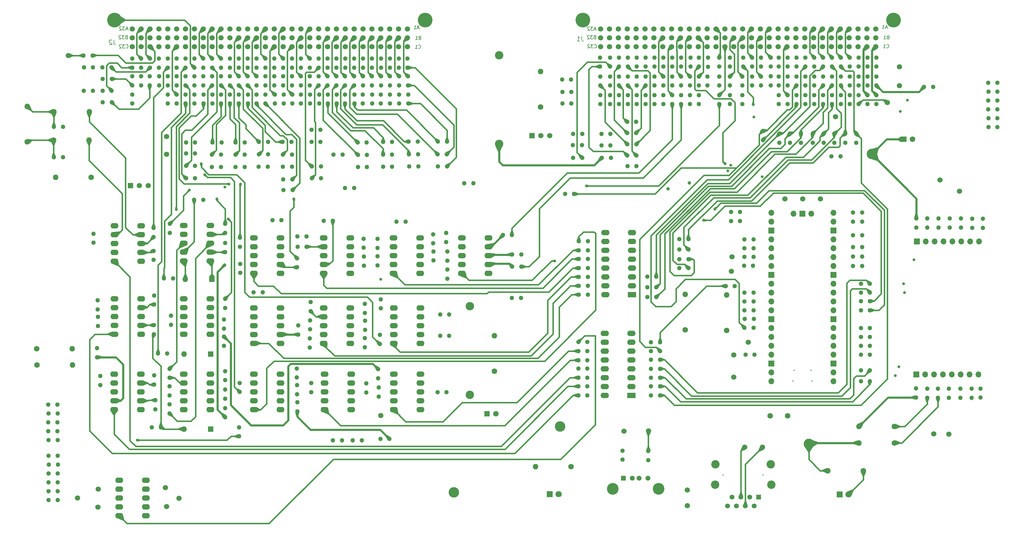
<source format=gbr>
%TF.GenerationSoftware,KiCad,Pcbnew,7.0.5*%
%TF.CreationDate,2024-12-04T21:25:02-05:00*%
%TF.ProjectId,selftest_bd,73656c66-7465-4737-945f-62642e6b6963,2.1*%
%TF.SameCoordinates,Original*%
%TF.FileFunction,Copper,L4,Bot*%
%TF.FilePolarity,Positive*%
%FSLAX46Y46*%
G04 Gerber Fmt 4.6, Leading zero omitted, Abs format (unit mm)*
G04 Created by KiCad (PCBNEW 7.0.5) date 2024-12-04 21:25:02*
%MOMM*%
%LPD*%
G01*
G04 APERTURE LIST*
%ADD10C,0.150000*%
%TA.AperFunction,NonConductor*%
%ADD11C,0.150000*%
%TD*%
%TA.AperFunction,ComponentPad*%
%ADD12C,1.300000*%
%TD*%
%TA.AperFunction,ComponentPad*%
%ADD13C,1.500000*%
%TD*%
%TA.AperFunction,ComponentPad*%
%ADD14R,1.800000X1.800000*%
%TD*%
%TA.AperFunction,ComponentPad*%
%ADD15C,1.800000*%
%TD*%
%TA.AperFunction,ComponentPad*%
%ADD16O,2.300000X1.600000*%
%TD*%
%TA.AperFunction,ComponentPad*%
%ADD17R,1.600000X1.600000*%
%TD*%
%TA.AperFunction,ComponentPad*%
%ADD18O,1.600000X1.600000*%
%TD*%
%TA.AperFunction,ComponentPad*%
%ADD19R,1.408000X1.408000*%
%TD*%
%TA.AperFunction,ComponentPad*%
%ADD20C,1.408000*%
%TD*%
%TA.AperFunction,ComponentPad*%
%ADD21C,2.400000*%
%TD*%
%TA.AperFunction,ComponentPad*%
%ADD22C,4.200000*%
%TD*%
%TA.AperFunction,ComponentPad*%
%ADD23C,1.600000*%
%TD*%
%TA.AperFunction,ComponentPad*%
%ADD24R,1.500000X1.500000*%
%TD*%
%TA.AperFunction,ComponentPad*%
%ADD25R,2.400000X1.600000*%
%TD*%
%TA.AperFunction,ComponentPad*%
%ADD26O,2.400000X1.600000*%
%TD*%
%TA.AperFunction,ComponentPad*%
%ADD27O,2.400000X2.400000*%
%TD*%
%TA.AperFunction,ComponentPad*%
%ADD28C,3.000000*%
%TD*%
%TA.AperFunction,ComponentPad*%
%ADD29R,1.428000X1.428000*%
%TD*%
%TA.AperFunction,ComponentPad*%
%ADD30C,1.428000*%
%TD*%
%TA.AperFunction,ComponentPad*%
%ADD31C,3.346000*%
%TD*%
%TA.AperFunction,ComponentPad*%
%ADD32R,1.700000X1.700000*%
%TD*%
%TA.AperFunction,ComponentPad*%
%ADD33O,1.700000X1.700000*%
%TD*%
%TA.AperFunction,ViaPad*%
%ADD34C,0.800000*%
%TD*%
%TA.AperFunction,ViaPad*%
%ADD35C,1.000000*%
%TD*%
%TA.AperFunction,Conductor*%
%ADD36C,0.400000*%
%TD*%
%TA.AperFunction,Conductor*%
%ADD37C,0.600000*%
%TD*%
%ADD38C,0.350000*%
G04 APERTURE END LIST*
D10*
D11*
X106092475Y-52645504D02*
X105616285Y-52645504D01*
X106187713Y-52931219D02*
X105854380Y-51931219D01*
X105854380Y-51931219D02*
X105521047Y-52931219D01*
X105282951Y-51931219D02*
X104663904Y-51931219D01*
X104663904Y-51931219D02*
X104997237Y-52312171D01*
X104997237Y-52312171D02*
X104854380Y-52312171D01*
X104854380Y-52312171D02*
X104759142Y-52359790D01*
X104759142Y-52359790D02*
X104711523Y-52407409D01*
X104711523Y-52407409D02*
X104663904Y-52502647D01*
X104663904Y-52502647D02*
X104663904Y-52740742D01*
X104663904Y-52740742D02*
X104711523Y-52835980D01*
X104711523Y-52835980D02*
X104759142Y-52883600D01*
X104759142Y-52883600D02*
X104854380Y-52931219D01*
X104854380Y-52931219D02*
X105140094Y-52931219D01*
X105140094Y-52931219D02*
X105235332Y-52883600D01*
X105235332Y-52883600D02*
X105282951Y-52835980D01*
X104282951Y-52026457D02*
X104235332Y-51978838D01*
X104235332Y-51978838D02*
X104140094Y-51931219D01*
X104140094Y-51931219D02*
X103901999Y-51931219D01*
X103901999Y-51931219D02*
X103806761Y-51978838D01*
X103806761Y-51978838D02*
X103759142Y-52026457D01*
X103759142Y-52026457D02*
X103711523Y-52121695D01*
X103711523Y-52121695D02*
X103711523Y-52216933D01*
X103711523Y-52216933D02*
X103759142Y-52359790D01*
X103759142Y-52359790D02*
X104330570Y-52931219D01*
X104330570Y-52931219D02*
X103711523Y-52931219D01*
D10*
D11*
X189461685Y-52340704D02*
X188985495Y-52340704D01*
X189556923Y-52626419D02*
X189223590Y-51626419D01*
X189223590Y-51626419D02*
X188890257Y-52626419D01*
X188033114Y-52626419D02*
X188604542Y-52626419D01*
X188318828Y-52626419D02*
X188318828Y-51626419D01*
X188318828Y-51626419D02*
X188414066Y-51769276D01*
X188414066Y-51769276D02*
X188509304Y-51864514D01*
X188509304Y-51864514D02*
X188604542Y-51912133D01*
D10*
D11*
X105732152Y-54928274D02*
X105589295Y-54975893D01*
X105589295Y-54975893D02*
X105541676Y-55023512D01*
X105541676Y-55023512D02*
X105494057Y-55118750D01*
X105494057Y-55118750D02*
X105494057Y-55261607D01*
X105494057Y-55261607D02*
X105541676Y-55356845D01*
X105541676Y-55356845D02*
X105589295Y-55404465D01*
X105589295Y-55404465D02*
X105684533Y-55452084D01*
X105684533Y-55452084D02*
X106065485Y-55452084D01*
X106065485Y-55452084D02*
X106065485Y-54452084D01*
X106065485Y-54452084D02*
X105732152Y-54452084D01*
X105732152Y-54452084D02*
X105636914Y-54499703D01*
X105636914Y-54499703D02*
X105589295Y-54547322D01*
X105589295Y-54547322D02*
X105541676Y-54642560D01*
X105541676Y-54642560D02*
X105541676Y-54737798D01*
X105541676Y-54737798D02*
X105589295Y-54833036D01*
X105589295Y-54833036D02*
X105636914Y-54880655D01*
X105636914Y-54880655D02*
X105732152Y-54928274D01*
X105732152Y-54928274D02*
X106065485Y-54928274D01*
X105160723Y-54452084D02*
X104541676Y-54452084D01*
X104541676Y-54452084D02*
X104875009Y-54833036D01*
X104875009Y-54833036D02*
X104732152Y-54833036D01*
X104732152Y-54833036D02*
X104636914Y-54880655D01*
X104636914Y-54880655D02*
X104589295Y-54928274D01*
X104589295Y-54928274D02*
X104541676Y-55023512D01*
X104541676Y-55023512D02*
X104541676Y-55261607D01*
X104541676Y-55261607D02*
X104589295Y-55356845D01*
X104589295Y-55356845D02*
X104636914Y-55404465D01*
X104636914Y-55404465D02*
X104732152Y-55452084D01*
X104732152Y-55452084D02*
X105017866Y-55452084D01*
X105017866Y-55452084D02*
X105113104Y-55404465D01*
X105113104Y-55404465D02*
X105160723Y-55356845D01*
X104160723Y-54547322D02*
X104113104Y-54499703D01*
X104113104Y-54499703D02*
X104017866Y-54452084D01*
X104017866Y-54452084D02*
X103779771Y-54452084D01*
X103779771Y-54452084D02*
X103684533Y-54499703D01*
X103684533Y-54499703D02*
X103636914Y-54547322D01*
X103636914Y-54547322D02*
X103589295Y-54642560D01*
X103589295Y-54642560D02*
X103589295Y-54737798D01*
X103589295Y-54737798D02*
X103636914Y-54880655D01*
X103636914Y-54880655D02*
X104208342Y-55452084D01*
X104208342Y-55452084D02*
X103589295Y-55452084D01*
D10*
D11*
X240077475Y-52721704D02*
X239601285Y-52721704D01*
X240172713Y-53007419D02*
X239839380Y-52007419D01*
X239839380Y-52007419D02*
X239506047Y-53007419D01*
X239267951Y-52007419D02*
X238648904Y-52007419D01*
X238648904Y-52007419D02*
X238982237Y-52388371D01*
X238982237Y-52388371D02*
X238839380Y-52388371D01*
X238839380Y-52388371D02*
X238744142Y-52435990D01*
X238744142Y-52435990D02*
X238696523Y-52483609D01*
X238696523Y-52483609D02*
X238648904Y-52578847D01*
X238648904Y-52578847D02*
X238648904Y-52816942D01*
X238648904Y-52816942D02*
X238696523Y-52912180D01*
X238696523Y-52912180D02*
X238744142Y-52959800D01*
X238744142Y-52959800D02*
X238839380Y-53007419D01*
X238839380Y-53007419D02*
X239125094Y-53007419D01*
X239125094Y-53007419D02*
X239220332Y-52959800D01*
X239220332Y-52959800D02*
X239267951Y-52912180D01*
X238267951Y-52102657D02*
X238220332Y-52055038D01*
X238220332Y-52055038D02*
X238125094Y-52007419D01*
X238125094Y-52007419D02*
X237886999Y-52007419D01*
X237886999Y-52007419D02*
X237791761Y-52055038D01*
X237791761Y-52055038D02*
X237744142Y-52102657D01*
X237744142Y-52102657D02*
X237696523Y-52197895D01*
X237696523Y-52197895D02*
X237696523Y-52293133D01*
X237696523Y-52293133D02*
X237744142Y-52435990D01*
X237744142Y-52435990D02*
X238315570Y-53007419D01*
X238315570Y-53007419D02*
X237696523Y-53007419D01*
D10*
D11*
X189320466Y-58093780D02*
X189368085Y-58141400D01*
X189368085Y-58141400D02*
X189510942Y-58189019D01*
X189510942Y-58189019D02*
X189606180Y-58189019D01*
X189606180Y-58189019D02*
X189749037Y-58141400D01*
X189749037Y-58141400D02*
X189844275Y-58046161D01*
X189844275Y-58046161D02*
X189891894Y-57950923D01*
X189891894Y-57950923D02*
X189939513Y-57760447D01*
X189939513Y-57760447D02*
X189939513Y-57617590D01*
X189939513Y-57617590D02*
X189891894Y-57427114D01*
X189891894Y-57427114D02*
X189844275Y-57331876D01*
X189844275Y-57331876D02*
X189749037Y-57236638D01*
X189749037Y-57236638D02*
X189606180Y-57189019D01*
X189606180Y-57189019D02*
X189510942Y-57189019D01*
X189510942Y-57189019D02*
X189368085Y-57236638D01*
X189368085Y-57236638D02*
X189320466Y-57284257D01*
X188368085Y-58189019D02*
X188939513Y-58189019D01*
X188653799Y-58189019D02*
X188653799Y-57189019D01*
X188653799Y-57189019D02*
X188749037Y-57331876D01*
X188749037Y-57331876D02*
X188844275Y-57427114D01*
X188844275Y-57427114D02*
X188939513Y-57474733D01*
D10*
D11*
X105595657Y-57973045D02*
X105643276Y-58020665D01*
X105643276Y-58020665D02*
X105786133Y-58068284D01*
X105786133Y-58068284D02*
X105881371Y-58068284D01*
X105881371Y-58068284D02*
X106024228Y-58020665D01*
X106024228Y-58020665D02*
X106119466Y-57925426D01*
X106119466Y-57925426D02*
X106167085Y-57830188D01*
X106167085Y-57830188D02*
X106214704Y-57639712D01*
X106214704Y-57639712D02*
X106214704Y-57496855D01*
X106214704Y-57496855D02*
X106167085Y-57306379D01*
X106167085Y-57306379D02*
X106119466Y-57211141D01*
X106119466Y-57211141D02*
X106024228Y-57115903D01*
X106024228Y-57115903D02*
X105881371Y-57068284D01*
X105881371Y-57068284D02*
X105786133Y-57068284D01*
X105786133Y-57068284D02*
X105643276Y-57115903D01*
X105643276Y-57115903D02*
X105595657Y-57163522D01*
X105262323Y-57068284D02*
X104643276Y-57068284D01*
X104643276Y-57068284D02*
X104976609Y-57449236D01*
X104976609Y-57449236D02*
X104833752Y-57449236D01*
X104833752Y-57449236D02*
X104738514Y-57496855D01*
X104738514Y-57496855D02*
X104690895Y-57544474D01*
X104690895Y-57544474D02*
X104643276Y-57639712D01*
X104643276Y-57639712D02*
X104643276Y-57877807D01*
X104643276Y-57877807D02*
X104690895Y-57973045D01*
X104690895Y-57973045D02*
X104738514Y-58020665D01*
X104738514Y-58020665D02*
X104833752Y-58068284D01*
X104833752Y-58068284D02*
X105119466Y-58068284D01*
X105119466Y-58068284D02*
X105214704Y-58020665D01*
X105214704Y-58020665D02*
X105262323Y-57973045D01*
X104262323Y-57163522D02*
X104214704Y-57115903D01*
X104214704Y-57115903D02*
X104119466Y-57068284D01*
X104119466Y-57068284D02*
X103881371Y-57068284D01*
X103881371Y-57068284D02*
X103786133Y-57115903D01*
X103786133Y-57115903D02*
X103738514Y-57163522D01*
X103738514Y-57163522D02*
X103690895Y-57258760D01*
X103690895Y-57258760D02*
X103690895Y-57353998D01*
X103690895Y-57353998D02*
X103738514Y-57496855D01*
X103738514Y-57496855D02*
X104309942Y-58068284D01*
X104309942Y-58068284D02*
X103690895Y-58068284D01*
D10*
D11*
X239767952Y-54922009D02*
X239625095Y-54969628D01*
X239625095Y-54969628D02*
X239577476Y-55017247D01*
X239577476Y-55017247D02*
X239529857Y-55112485D01*
X239529857Y-55112485D02*
X239529857Y-55255342D01*
X239529857Y-55255342D02*
X239577476Y-55350580D01*
X239577476Y-55350580D02*
X239625095Y-55398200D01*
X239625095Y-55398200D02*
X239720333Y-55445819D01*
X239720333Y-55445819D02*
X240101285Y-55445819D01*
X240101285Y-55445819D02*
X240101285Y-54445819D01*
X240101285Y-54445819D02*
X239767952Y-54445819D01*
X239767952Y-54445819D02*
X239672714Y-54493438D01*
X239672714Y-54493438D02*
X239625095Y-54541057D01*
X239625095Y-54541057D02*
X239577476Y-54636295D01*
X239577476Y-54636295D02*
X239577476Y-54731533D01*
X239577476Y-54731533D02*
X239625095Y-54826771D01*
X239625095Y-54826771D02*
X239672714Y-54874390D01*
X239672714Y-54874390D02*
X239767952Y-54922009D01*
X239767952Y-54922009D02*
X240101285Y-54922009D01*
X239196523Y-54445819D02*
X238577476Y-54445819D01*
X238577476Y-54445819D02*
X238910809Y-54826771D01*
X238910809Y-54826771D02*
X238767952Y-54826771D01*
X238767952Y-54826771D02*
X238672714Y-54874390D01*
X238672714Y-54874390D02*
X238625095Y-54922009D01*
X238625095Y-54922009D02*
X238577476Y-55017247D01*
X238577476Y-55017247D02*
X238577476Y-55255342D01*
X238577476Y-55255342D02*
X238625095Y-55350580D01*
X238625095Y-55350580D02*
X238672714Y-55398200D01*
X238672714Y-55398200D02*
X238767952Y-55445819D01*
X238767952Y-55445819D02*
X239053666Y-55445819D01*
X239053666Y-55445819D02*
X239148904Y-55398200D01*
X239148904Y-55398200D02*
X239196523Y-55350580D01*
X238196523Y-54541057D02*
X238148904Y-54493438D01*
X238148904Y-54493438D02*
X238053666Y-54445819D01*
X238053666Y-54445819D02*
X237815571Y-54445819D01*
X237815571Y-54445819D02*
X237720333Y-54493438D01*
X237720333Y-54493438D02*
X237672714Y-54541057D01*
X237672714Y-54541057D02*
X237625095Y-54636295D01*
X237625095Y-54636295D02*
X237625095Y-54731533D01*
X237625095Y-54731533D02*
X237672714Y-54874390D01*
X237672714Y-54874390D02*
X238244142Y-55445819D01*
X238244142Y-55445819D02*
X237625095Y-55445819D01*
D10*
D11*
X239631457Y-57966780D02*
X239679076Y-58014400D01*
X239679076Y-58014400D02*
X239821933Y-58062019D01*
X239821933Y-58062019D02*
X239917171Y-58062019D01*
X239917171Y-58062019D02*
X240060028Y-58014400D01*
X240060028Y-58014400D02*
X240155266Y-57919161D01*
X240155266Y-57919161D02*
X240202885Y-57823923D01*
X240202885Y-57823923D02*
X240250504Y-57633447D01*
X240250504Y-57633447D02*
X240250504Y-57490590D01*
X240250504Y-57490590D02*
X240202885Y-57300114D01*
X240202885Y-57300114D02*
X240155266Y-57204876D01*
X240155266Y-57204876D02*
X240060028Y-57109638D01*
X240060028Y-57109638D02*
X239917171Y-57062019D01*
X239917171Y-57062019D02*
X239821933Y-57062019D01*
X239821933Y-57062019D02*
X239679076Y-57109638D01*
X239679076Y-57109638D02*
X239631457Y-57157257D01*
X239298123Y-57062019D02*
X238679076Y-57062019D01*
X238679076Y-57062019D02*
X239012409Y-57442971D01*
X239012409Y-57442971D02*
X238869552Y-57442971D01*
X238869552Y-57442971D02*
X238774314Y-57490590D01*
X238774314Y-57490590D02*
X238726695Y-57538209D01*
X238726695Y-57538209D02*
X238679076Y-57633447D01*
X238679076Y-57633447D02*
X238679076Y-57871542D01*
X238679076Y-57871542D02*
X238726695Y-57966780D01*
X238726695Y-57966780D02*
X238774314Y-58014400D01*
X238774314Y-58014400D02*
X238869552Y-58062019D01*
X238869552Y-58062019D02*
X239155266Y-58062019D01*
X239155266Y-58062019D02*
X239250504Y-58014400D01*
X239250504Y-58014400D02*
X239298123Y-57966780D01*
X238298123Y-57157257D02*
X238250504Y-57109638D01*
X238250504Y-57109638D02*
X238155266Y-57062019D01*
X238155266Y-57062019D02*
X237917171Y-57062019D01*
X237917171Y-57062019D02*
X237821933Y-57109638D01*
X237821933Y-57109638D02*
X237774314Y-57157257D01*
X237774314Y-57157257D02*
X237726695Y-57252495D01*
X237726695Y-57252495D02*
X237726695Y-57347733D01*
X237726695Y-57347733D02*
X237774314Y-57490590D01*
X237774314Y-57490590D02*
X238345742Y-58062019D01*
X238345742Y-58062019D02*
X237726695Y-58062019D01*
D10*
D11*
X102134932Y-55757804D02*
X102134932Y-56686376D01*
X102134932Y-56686376D02*
X102196837Y-56872090D01*
X102196837Y-56872090D02*
X102320646Y-56995900D01*
X102320646Y-56995900D02*
X102506361Y-57057804D01*
X102506361Y-57057804D02*
X102630170Y-57057804D01*
X101577789Y-55881614D02*
X101515885Y-55819709D01*
X101515885Y-55819709D02*
X101392075Y-55757804D01*
X101392075Y-55757804D02*
X101082551Y-55757804D01*
X101082551Y-55757804D02*
X100958742Y-55819709D01*
X100958742Y-55819709D02*
X100896837Y-55881614D01*
X100896837Y-55881614D02*
X100834932Y-56005423D01*
X100834932Y-56005423D02*
X100834932Y-56129233D01*
X100834932Y-56129233D02*
X100896837Y-56314947D01*
X100896837Y-56314947D02*
X101639694Y-57057804D01*
X101639694Y-57057804D02*
X100834932Y-57057804D01*
D10*
D11*
X323446685Y-52188304D02*
X322970495Y-52188304D01*
X323541923Y-52474019D02*
X323208590Y-51474019D01*
X323208590Y-51474019D02*
X322875257Y-52474019D01*
X322018114Y-52474019D02*
X322589542Y-52474019D01*
X322303828Y-52474019D02*
X322303828Y-51474019D01*
X322303828Y-51474019D02*
X322399066Y-51616876D01*
X322399066Y-51616876D02*
X322494304Y-51712114D01*
X322494304Y-51712114D02*
X322589542Y-51759733D01*
D10*
D11*
X323305466Y-57941380D02*
X323353085Y-57989000D01*
X323353085Y-57989000D02*
X323495942Y-58036619D01*
X323495942Y-58036619D02*
X323591180Y-58036619D01*
X323591180Y-58036619D02*
X323734037Y-57989000D01*
X323734037Y-57989000D02*
X323829275Y-57893761D01*
X323829275Y-57893761D02*
X323876894Y-57798523D01*
X323876894Y-57798523D02*
X323924513Y-57608047D01*
X323924513Y-57608047D02*
X323924513Y-57465190D01*
X323924513Y-57465190D02*
X323876894Y-57274714D01*
X323876894Y-57274714D02*
X323829275Y-57179476D01*
X323829275Y-57179476D02*
X323734037Y-57084238D01*
X323734037Y-57084238D02*
X323591180Y-57036619D01*
X323591180Y-57036619D02*
X323495942Y-57036619D01*
X323495942Y-57036619D02*
X323353085Y-57084238D01*
X323353085Y-57084238D02*
X323305466Y-57131857D01*
X322353085Y-58036619D02*
X322924513Y-58036619D01*
X322638799Y-58036619D02*
X322638799Y-57036619D01*
X322638799Y-57036619D02*
X322734037Y-57179476D01*
X322734037Y-57179476D02*
X322829275Y-57274714D01*
X322829275Y-57274714D02*
X322924513Y-57322333D01*
D10*
D11*
X323645161Y-54998209D02*
X323502304Y-55045828D01*
X323502304Y-55045828D02*
X323454685Y-55093447D01*
X323454685Y-55093447D02*
X323407066Y-55188685D01*
X323407066Y-55188685D02*
X323407066Y-55331542D01*
X323407066Y-55331542D02*
X323454685Y-55426780D01*
X323454685Y-55426780D02*
X323502304Y-55474400D01*
X323502304Y-55474400D02*
X323597542Y-55522019D01*
X323597542Y-55522019D02*
X323978494Y-55522019D01*
X323978494Y-55522019D02*
X323978494Y-54522019D01*
X323978494Y-54522019D02*
X323645161Y-54522019D01*
X323645161Y-54522019D02*
X323549923Y-54569638D01*
X323549923Y-54569638D02*
X323502304Y-54617257D01*
X323502304Y-54617257D02*
X323454685Y-54712495D01*
X323454685Y-54712495D02*
X323454685Y-54807733D01*
X323454685Y-54807733D02*
X323502304Y-54902971D01*
X323502304Y-54902971D02*
X323549923Y-54950590D01*
X323549923Y-54950590D02*
X323645161Y-54998209D01*
X323645161Y-54998209D02*
X323978494Y-54998209D01*
X322454685Y-55522019D02*
X323026113Y-55522019D01*
X322740399Y-55522019D02*
X322740399Y-54522019D01*
X322740399Y-54522019D02*
X322835637Y-54664876D01*
X322835637Y-54664876D02*
X322930875Y-54760114D01*
X322930875Y-54760114D02*
X323026113Y-54807733D01*
D10*
D11*
X189660161Y-55150609D02*
X189517304Y-55198228D01*
X189517304Y-55198228D02*
X189469685Y-55245847D01*
X189469685Y-55245847D02*
X189422066Y-55341085D01*
X189422066Y-55341085D02*
X189422066Y-55483942D01*
X189422066Y-55483942D02*
X189469685Y-55579180D01*
X189469685Y-55579180D02*
X189517304Y-55626800D01*
X189517304Y-55626800D02*
X189612542Y-55674419D01*
X189612542Y-55674419D02*
X189993494Y-55674419D01*
X189993494Y-55674419D02*
X189993494Y-54674419D01*
X189993494Y-54674419D02*
X189660161Y-54674419D01*
X189660161Y-54674419D02*
X189564923Y-54722038D01*
X189564923Y-54722038D02*
X189517304Y-54769657D01*
X189517304Y-54769657D02*
X189469685Y-54864895D01*
X189469685Y-54864895D02*
X189469685Y-54960133D01*
X189469685Y-54960133D02*
X189517304Y-55055371D01*
X189517304Y-55055371D02*
X189564923Y-55102990D01*
X189564923Y-55102990D02*
X189660161Y-55150609D01*
X189660161Y-55150609D02*
X189993494Y-55150609D01*
X188469685Y-55674419D02*
X189041113Y-55674419D01*
X188755399Y-55674419D02*
X188755399Y-54674419D01*
X188755399Y-54674419D02*
X188850637Y-54817276D01*
X188850637Y-54817276D02*
X188945875Y-54912514D01*
X188945875Y-54912514D02*
X189041113Y-54960133D01*
D10*
D11*
X236014532Y-54737669D02*
X236014532Y-55666241D01*
X236014532Y-55666241D02*
X236076437Y-55851955D01*
X236076437Y-55851955D02*
X236200246Y-55975765D01*
X236200246Y-55975765D02*
X236385961Y-56037669D01*
X236385961Y-56037669D02*
X236509770Y-56037669D01*
X234714532Y-56037669D02*
X235457389Y-56037669D01*
X235085961Y-56037669D02*
X235085961Y-54737669D01*
X235085961Y-54737669D02*
X235209770Y-54923384D01*
X235209770Y-54923384D02*
X235333580Y-55047193D01*
X235333580Y-55047193D02*
X235457389Y-55109098D01*
D12*
%TO.P,NT78,1,1*%
%TO.N,CMOD_3*%
X269570200Y-74147200D03*
%TO.P,NT78,2,2*%
%TO.N,Net-(J1-PadC21)*%
X269570200Y-71547200D03*
%TD*%
%TO.P,NT113,1,1*%
%TO.N,Net-(J2-PadA13)*%
X155676600Y-61078665D03*
%TO.P,NT113,2,2*%
%TO.N,B30_H*%
X155676600Y-63678665D03*
%TD*%
%TO.P,NT188,1,1*%
%TO.N,B4_COM_L*%
X127789600Y-73978665D03*
%TO.P,NT188,2,2*%
%TO.N,Net-(J2-PadC24)*%
X127789600Y-71378665D03*
%TD*%
%TO.P,NT70,1,1*%
%TO.N,PR1_3*%
X307670200Y-74147200D03*
%TO.P,NT70,2,2*%
%TO.N,Net-(J1-PadC6)*%
X307670200Y-71547200D03*
%TD*%
%TO.P,NT40,1,1*%
%TO.N,PM1_IO0*%
X302590200Y-68813200D03*
%TO.P,NT40,2,2*%
%TO.N,Net-(J1-PadB8)*%
X302590200Y-66213200D03*
%TD*%
%TO.P,NT337,1,1*%
%TO.N,B20_L*%
X186689600Y-91978665D03*
%TO.P,NT337,2,2*%
%TO.N,B10_L*%
X189289600Y-91978665D03*
%TD*%
D13*
%TO.P,TP15,1,1*%
%TO.N,Net-(NT312-Pad2)*%
X279531800Y-146020000D03*
%TD*%
%TO.P,TP32,1,1*%
%TO.N,Net-(K17-Pad8)*%
X91753500Y-186994335D03*
%TD*%
D12*
%TO.P,NT296,1,1*%
%TO.N,USPI0_CLK*%
X318516000Y-145892200D03*
%TO.P,NT296,2,2*%
%TO.N,Net-(U1-GPIO2)*%
X315916000Y-145892200D03*
%TD*%
%TO.P,NT187,1,1*%
%TO.N,B4_COM_H*%
X130389600Y-73978665D03*
%TO.P,NT187,2,2*%
%TO.N,Net-(J2-PadC23)*%
X130389600Y-71378665D03*
%TD*%
%TO.P,NT4,1,1*%
%TO.N,PR_ADC1*%
X312750200Y-63394065D03*
%TO.P,NT4,2,2*%
%TO.N,Net-(J1-PadA4)*%
X312750200Y-60794065D03*
%TD*%
%TO.P,NT115,1,1*%
%TO.N,Net-(J2-PadA15)*%
X150595187Y-61078665D03*
%TO.P,NT115,2,2*%
%TO.N,B33_H*%
X150595187Y-63678665D03*
%TD*%
%TO.P,NT162,1,1*%
%TO.N,INST-*%
X112389600Y-68778665D03*
%TO.P,NT162,2,2*%
%TO.N,/Interface Connector/IT-*%
X112389600Y-66178665D03*
%TD*%
%TO.P,NT74,1,1*%
%TO.N,PCTRL*%
X297510200Y-74147200D03*
%TO.P,NT74,2,2*%
%TO.N,Net-(J1-PadC10)*%
X297510200Y-71547200D03*
%TD*%
D13*
%TO.P,TP5,1,1*%
%TO.N,Net-(NT67-Pad1)*%
X323469000Y-73660000D03*
%TD*%
D12*
%TO.P,NT276,1,1*%
%TO.N,PR1_3*%
X266547600Y-121096800D03*
%TO.P,NT276,2,2*%
%TO.N,Net-(U2-I4)*%
X263947600Y-121096800D03*
%TD*%
D14*
%TO.P,D4,1,K*%
%TO.N,GND*%
X226893200Y-185851800D03*
D15*
%TO.P,D4,2,A*%
%TO.N,Net-(D4-A)*%
X229433200Y-185851800D03*
%TD*%
D12*
%TO.P,NT361,1,1*%
%TO.N,Net-(K14-Pad7)*%
X138252200Y-114990400D03*
%TO.P,NT361,2,2*%
%TO.N,B2_COM_L*%
X138252200Y-112390400D03*
%TD*%
%TO.P,NT374,1,1*%
%TO.N,K2_LP_NO1*%
X249067800Y-85606065D03*
%TO.P,NT374,2,2*%
%TO.N,K1_LP_NC1*%
X251667800Y-85606065D03*
%TD*%
%TO.P,NT237,1,1*%
%TO.N,Net-(K7-Pad2)*%
X173945200Y-141156200D03*
%TO.P,NT237,2,2*%
%TO.N,Net-(K8-Pad3)*%
X173945200Y-143756200D03*
%TD*%
%TO.P,NT401,1,1*%
%TO.N,Net-(K10-Pad2)*%
X133658200Y-135828400D03*
%TO.P,NT401,2,2*%
%TO.N,PS1*%
X133658200Y-138428400D03*
%TD*%
%TO.P,NT239,1,1*%
%TO.N,Net-(K16-Pad2)*%
X185602400Y-107797600D03*
%TO.P,NT239,2,2*%
%TO.N,VM1*%
X183002400Y-107797600D03*
%TD*%
%TO.P,NT260,1,1*%
%TO.N,PR0_6*%
X311471200Y-85214065D03*
%TO.P,NT260,2,2*%
%TO.N,PR1_6*%
X311471200Y-82614065D03*
%TD*%
%TO.P,NT130,1,1*%
%TO.N,/Interface Connector/SH1-*%
X112474022Y-61078665D03*
%TO.P,NT130,2,2*%
%TO.N,SCOPE_CH1-*%
X112474022Y-63678665D03*
%TD*%
%TO.P,NT125,1,1*%
%TO.N,Net-(J2-PadA25)*%
X125181077Y-61078665D03*
%TO.P,NT125,2,2*%
%TO.N,Earth*%
X125181077Y-63678665D03*
%TD*%
D13*
%TO.P,TP23,1,1*%
%TO.N,Net-(J3-Pad8)*%
X266217400Y-189204600D03*
%TD*%
%TO.P,TP40,1,1*%
%TO.N,USB_GND*%
X255143000Y-167767000D03*
%TD*%
D12*
%TO.P,NT62,1,1*%
%TO.N,K2_LP_NC1*%
X246710200Y-68813200D03*
%TO.P,NT62,2,2*%
%TO.N,Net-(J1-PadB30)*%
X246710200Y-66213200D03*
%TD*%
%TO.P,NT61,1,1*%
%TO.N,K2_LP_NO2*%
X249250200Y-68813200D03*
%TO.P,NT61,2,2*%
%TO.N,Net-(J1-PadB29)*%
X249250200Y-66213200D03*
%TD*%
%TO.P,NT145,1,1*%
%TO.N,Net-(J2-PadB13)*%
X155681005Y-66178665D03*
%TO.P,NT145,2,2*%
%TO.N,B31_H*%
X155681005Y-68778665D03*
%TD*%
%TO.P,NT320,1,1*%
%TO.N,Net-(U1-GPIO22)*%
X279811000Y-126238000D03*
%TO.P,NT320,2,2*%
%TO.N,PK17*%
X277211000Y-126238000D03*
%TD*%
%TO.P,NT19,1,1*%
%TO.N,SERIAL_RX*%
X275412200Y-63394065D03*
%TO.P,NT19,2,2*%
%TO.N,Net-(J1-PadA19)*%
X275412200Y-60794065D03*
%TD*%
%TO.P,NT229,1,1*%
%TO.N,GND*%
X93569600Y-63608665D03*
%TO.P,NT229,2,2*%
%TO.N,Net-(NT227-Pad2)*%
X96169600Y-63608665D03*
%TD*%
%TO.P,NT268,1,1*%
%TO.N,PR1_2*%
X257382800Y-123545600D03*
%TO.P,NT268,2,2*%
%TO.N,Net-(U2-I3)*%
X254782800Y-123545600D03*
%TD*%
%TO.P,NT87,1,1*%
%TO.N,K3_HP_C2*%
X246661200Y-74147200D03*
%TO.P,NT87,2,2*%
%TO.N,Net-(J1-PadC30)*%
X246661200Y-71547200D03*
%TD*%
%TO.P,NT396,1,1*%
%TO.N,Net-(J6-Pin_2)*%
X334950600Y-109504000D03*
%TO.P,NT396,2,2*%
%TO.N,CMOD_1*%
X334950600Y-106904000D03*
%TD*%
D16*
%TO.P,K16,1*%
%TO.N,VCC*%
X189778400Y-122651600D03*
%TO.P,K16,2*%
%TO.N,Net-(K16-Pad2)*%
X189778400Y-120111600D03*
%TO.P,K16,3*%
%TO.N,Net-(K16-Pad3)*%
X189778400Y-117571600D03*
%TO.P,K16,4*%
%TO.N,Net-(K16-Pad4)*%
X189778400Y-115031600D03*
%TO.P,K16,5*%
%TO.N,N/C*%
X189778400Y-112491600D03*
%TO.P,K16,6*%
X182158400Y-112491600D03*
%TO.P,K16,7*%
%TO.N,Net-(K16-Pad7)*%
X182158400Y-115031600D03*
%TO.P,K16,8*%
%TO.N,Net-(K16-Pad8)*%
X182158400Y-117571600D03*
%TO.P,K16,9*%
%TO.N,Net-(K16-Pad9)*%
X182158400Y-120111600D03*
%TO.P,K16,10*%
%TO.N,Net-(K16-Pad10)*%
X182158400Y-122651600D03*
%TD*%
D12*
%TO.P,NT336,1,1*%
%TO.N,SSR1_POS*%
X251718600Y-91879865D03*
%TO.P,NT336,2,2*%
%TO.N,PS4*%
X249118600Y-91879865D03*
%TD*%
%TO.P,NT36,1,1*%
%TO.N,DAC_VOUT*%
X312750200Y-68813200D03*
%TO.P,NT36,2,2*%
%TO.N,Net-(J1-PadB4)*%
X312750200Y-66213200D03*
%TD*%
%TO.P,NT63,1,1*%
%TO.N,K2_LP_C1*%
X244161200Y-68813200D03*
%TO.P,NT63,2,2*%
%TO.N,Net-(J1-PadB31)*%
X244161200Y-66213200D03*
%TD*%
%TO.P,NT331,1,1*%
%TO.N,B15_H*%
X181789600Y-84978665D03*
%TO.P,NT331,2,2*%
%TO.N,B25_H*%
X179189600Y-84978665D03*
%TD*%
D13*
%TO.P,TP35,1,1*%
%TO.N,Net-(K17-Pad9)*%
X97553500Y-189594335D03*
%TD*%
D12*
%TO.P,NT126,1,1*%
%TO.N,OC1_OUT*%
X122679600Y-63678665D03*
%TO.P,NT126,2,2*%
%TO.N,Net-(J2-PadA26)*%
X122679600Y-61078665D03*
%TD*%
%TO.P,NT215,1,1*%
%TO.N,Net-(K1-Pad8)*%
X197572200Y-116351800D03*
%TO.P,NT215,2,2*%
%TO.N,GND*%
X197572200Y-118951800D03*
%TD*%
D16*
%TO.P,K4,1*%
%TO.N,VCC*%
X189845200Y-161656200D03*
%TO.P,K4,2*%
%TO.N,Net-(K4-Pad2)*%
X189845200Y-159116200D03*
%TO.P,K4,3*%
%TO.N,Net-(K4-Pad3)*%
X189845200Y-156576200D03*
%TO.P,K4,4*%
%TO.N,Net-(K4-Pad4)*%
X189845200Y-154036200D03*
%TO.P,K4,5*%
%TO.N,N/C*%
X189845200Y-151496200D03*
%TO.P,K4,6*%
X182225200Y-151496200D03*
%TO.P,K4,7*%
%TO.N,Net-(K4-Pad7)*%
X182225200Y-154036200D03*
%TO.P,K4,8*%
%TO.N,Net-(K4-Pad8)*%
X182225200Y-156576200D03*
%TO.P,K4,9*%
%TO.N,Net-(K4-Pad9)*%
X182225200Y-159116200D03*
%TO.P,K4,10*%
%TO.N,Net-(K4-Pad10)*%
X182225200Y-161656200D03*
%TD*%
D12*
%TO.P,NT315,1,1*%
%TO.N,Net-(NT315-Pad1)*%
X282587210Y-117893210D03*
%TO.P,NT315,2,2*%
%TO.N,Net-(U1-GPIO20)*%
X285187210Y-117893210D03*
%TD*%
%TO.P,NT335,1,1*%
%TO.N,B3_COM_H*%
X153269600Y-98788665D03*
%TO.P,NT335,2,2*%
%TO.N,PS9*%
X150669600Y-98788665D03*
%TD*%
%TO.P,NT5,1,1*%
%TO.N,PR1_7*%
X310210200Y-63394065D03*
%TO.P,NT5,2,2*%
%TO.N,Net-(J1-PadA5)*%
X310210200Y-60794065D03*
%TD*%
%TO.P,NT55,1,1*%
%TO.N,JTAG_TCK*%
X264490200Y-68813200D03*
%TO.P,NT55,2,2*%
%TO.N,Net-(J1-PadB23)*%
X264490200Y-66213200D03*
%TD*%
%TO.P,NT417,1,1*%
%TO.N,Net-(K12-Pad7)*%
X118167600Y-111040600D03*
%TO.P,NT417,2,2*%
%TO.N,PS10*%
X118167600Y-108440600D03*
%TD*%
%TO.P,NT386,1,1*%
%TO.N,Net-(J5-Pin_6)*%
X347597800Y-155675000D03*
%TO.P,NT386,2,2*%
%TO.N,Net-(NT386-Pad2)*%
X347597800Y-158275000D03*
%TD*%
%TO.P,NT122,1,1*%
%TO.N,Net-(J2-PadA22)*%
X132805310Y-61078665D03*
%TO.P,NT122,2,2*%
%TO.N,B43_L*%
X132805310Y-63678665D03*
%TD*%
%TO.P,NT291,1,1*%
%TO.N,Net-(U2-O6)*%
X237788600Y-116011800D03*
%TO.P,NT291,2,2*%
%TO.N,Net-(K16-Pad10)*%
X235188600Y-116011800D03*
%TD*%
%TO.P,NT269,1,1*%
%TO.N,PR1_4*%
X266547600Y-118526800D03*
%TO.P,NT269,2,2*%
%TO.N,Net-(U2-I5)*%
X263947600Y-118526800D03*
%TD*%
%TO.P,NT403,1,1*%
%TO.N,Net-(K10-Pad9)*%
X118491000Y-137317000D03*
%TO.P,NT403,2,2*%
%TO.N,PS3*%
X118491000Y-134717000D03*
%TD*%
%TO.P,NT137,1,1*%
%TO.N,Net-(J2-PadB5)*%
X175996600Y-66178665D03*
%TO.P,NT137,2,2*%
%TO.N,B17_H*%
X175996600Y-68778665D03*
%TD*%
%TO.P,NT117,1,1*%
%TO.N,Net-(J2-PadA17)*%
X145512365Y-61078665D03*
%TO.P,NT117,2,2*%
%TO.N,B36_H*%
X145512365Y-63678665D03*
%TD*%
%TO.P,NT302,1,1*%
%TO.N,SERIAL_RTS*%
X316287210Y-107793210D03*
%TO.P,NT302,2,2*%
%TO.N,Net-(U1-GPIO14)*%
X313687210Y-107793210D03*
%TD*%
%TO.P,NT333,1,1*%
%TO.N,B17_H*%
X161389600Y-95378665D03*
%TO.P,NT333,2,2*%
%TO.N,B27_H*%
X158789600Y-95378665D03*
%TD*%
%TO.P,NT283,1,1*%
%TO.N,Net-(U2-O5)*%
X237788600Y-118511800D03*
%TO.P,NT283,2,2*%
%TO.N,Net-(K15-Pad10)*%
X235188600Y-118511800D03*
%TD*%
%TO.P,NT102,1,1*%
%TO.N,Net-(J2-PadA2)*%
X183689600Y-61078665D03*
%TO.P,NT102,2,2*%
%TO.N,B10_L*%
X183689600Y-63678665D03*
%TD*%
%TO.P,NT319,1,1*%
%TO.N,/pico/I2C_ID0*%
X282587210Y-130693210D03*
%TO.P,NT319,2,2*%
%TO.N,Net-(U1-GPIO26_ADC0)*%
X285187210Y-130693210D03*
%TD*%
D17*
%TO.P,D1,1,K*%
%TO.N,VCC*%
X129855200Y-145706200D03*
D18*
%TO.P,D1,2,A*%
%TO.N,VM2*%
X122235200Y-145706200D03*
%TD*%
D19*
%TO.P,J3,1,1*%
%TO.N,ETH_TX+*%
X286689800Y-186740800D03*
D20*
%TO.P,J3,2,2*%
%TO.N,ETH_TX-*%
X285419800Y-189280800D03*
%TO.P,J3,3,3*%
%TO.N,ETH_RX+*%
X284149800Y-186740800D03*
%TO.P,J3,4,4*%
%TO.N,Net-(J3-Pad4)*%
X282879800Y-189280800D03*
%TO.P,J3,5,5*%
%TO.N,Net-(J3-Pad5)*%
X281609800Y-186740800D03*
%TO.P,J3,6,6*%
%TO.N,ETH_RX-*%
X280339800Y-189280800D03*
%TO.P,J3,7,7*%
%TO.N,Net-(J3-Pad7)*%
X279069800Y-186740800D03*
%TO.P,J3,8,8*%
%TO.N,Net-(J3-Pad8)*%
X277799800Y-189280800D03*
D21*
%TO.P,J3,S1,SHIELD*%
%TO.N,Earth*%
X290269800Y-183140800D03*
X290159800Y-177340800D03*
%TO.P,J3,S2,SHIELD*%
X274329800Y-177340800D03*
X274219800Y-183140800D03*
%TD*%
D12*
%TO.P,NT116,1,1*%
%TO.N,Net-(J2-PadA16)*%
X148053776Y-61078665D03*
%TO.P,NT116,2,2*%
%TO.N,B33_L*%
X148053776Y-63678665D03*
%TD*%
%TO.P,NT1,1,1*%
%TO.N,PWR_RES_H*%
X320370200Y-63394065D03*
%TO.P,NT1,2,2*%
%TO.N,Net-(J1-PadA1)*%
X320370200Y-60794065D03*
%TD*%
%TO.P,NT329,1,1*%
%TO.N,B13_H*%
X181789600Y-92078665D03*
%TO.P,NT329,2,2*%
%TO.N,B23_H*%
X179189600Y-92078665D03*
%TD*%
D13*
%TO.P,J2,A1,A1*%
%TO.N,Net-(J2-PadA1)*%
X186182000Y-52595335D03*
%TO.P,J2,A2,A2*%
%TO.N,Net-(J2-PadA2)*%
X183642000Y-52595335D03*
%TO.P,J2,A3,A3*%
%TO.N,Net-(J2-PadA3)*%
X181102000Y-52595335D03*
%TO.P,J2,A4,A4*%
%TO.N,Net-(J2-PadA4)*%
X178562000Y-52595335D03*
%TO.P,J2,A5,A5*%
%TO.N,Net-(J2-PadA5)*%
X176022000Y-52595335D03*
%TO.P,J2,A6,A6*%
%TO.N,Net-(J2-PadA6)*%
X173482000Y-52595335D03*
%TO.P,J2,A7,A7*%
%TO.N,Net-(J2-PadA7)*%
X170942000Y-52595335D03*
%TO.P,J2,A8,A8*%
%TO.N,Net-(J2-PadA8)*%
X168402000Y-52595335D03*
%TO.P,J2,A9,A9*%
%TO.N,Net-(J2-PadA9)*%
X165862000Y-52595335D03*
%TO.P,J2,A10,A10*%
%TO.N,Net-(J2-PadA10)*%
X163322000Y-52595335D03*
%TO.P,J2,A11,A11*%
%TO.N,Net-(J2-PadA11)*%
X160782000Y-52595335D03*
%TO.P,J2,A12,A12*%
%TO.N,Net-(J2-PadA12)*%
X158242000Y-52595335D03*
%TO.P,J2,A13,A13*%
%TO.N,Net-(J2-PadA13)*%
X155702000Y-52595335D03*
%TO.P,J2,A14,A14*%
%TO.N,Net-(J2-PadA14)*%
X153162000Y-52595335D03*
%TO.P,J2,A15,A15*%
%TO.N,Net-(J2-PadA15)*%
X150622000Y-52595335D03*
%TO.P,J2,A16,A16*%
%TO.N,Net-(J2-PadA16)*%
X148082000Y-52595335D03*
%TO.P,J2,A17,A17*%
%TO.N,Net-(J2-PadA17)*%
X145542000Y-52595335D03*
%TO.P,J2,A18,A18*%
%TO.N,Net-(J2-PadA18)*%
X143002000Y-52595335D03*
%TO.P,J2,A19,A19*%
%TO.N,Net-(J2-PadA19)*%
X140462000Y-52595335D03*
%TO.P,J2,A20,A20*%
%TO.N,Net-(J2-PadA20)*%
X137922000Y-52595335D03*
%TO.P,J2,A21,A21*%
%TO.N,Net-(J2-PadA21)*%
X135382000Y-52595335D03*
%TO.P,J2,A22,A22*%
%TO.N,Net-(J2-PadA22)*%
X132842000Y-52595335D03*
%TO.P,J2,A23,A23*%
%TO.N,Net-(J2-PadA23)*%
X130302000Y-52595335D03*
%TO.P,J2,A24,A24*%
%TO.N,Net-(J2-PadA24)*%
X127762000Y-52595335D03*
%TO.P,J2,A25,A25*%
%TO.N,Net-(J2-PadA25)*%
X125222000Y-52595335D03*
%TO.P,J2,A26,A26*%
%TO.N,Net-(J2-PadA26)*%
X122682000Y-52595335D03*
%TO.P,J2,A27,A27*%
%TO.N,Net-(J2-PadA27)*%
X120142000Y-52595335D03*
%TO.P,J2,A28,A28*%
%TO.N,Net-(J2-PadA28)*%
X117602000Y-52595335D03*
%TO.P,J2,A29,A29*%
%TO.N,/Interface Connector/SH1+*%
X115062000Y-52595335D03*
%TO.P,J2,A30,A30*%
%TO.N,/Interface Connector/SH1-*%
X112522000Y-52595335D03*
%TO.P,J2,A31,A31*%
%TO.N,/Interface Connector/SH2+*%
X109982000Y-52595335D03*
%TO.P,J2,A32,A32*%
%TO.N,/Interface Connector/SH2-*%
X107442000Y-52595335D03*
%TO.P,J2,B1,B1*%
%TO.N,Net-(J2-PadB1)*%
X186182000Y-55135335D03*
%TO.P,J2,B2,B2*%
%TO.N,Net-(J2-PadB2)*%
X183642000Y-55135335D03*
%TO.P,J2,B3,B3*%
%TO.N,Net-(J2-PadB3)*%
X181102000Y-55135335D03*
%TO.P,J2,B4,B4*%
%TO.N,Net-(J2-PadB4)*%
X178562000Y-55135335D03*
%TO.P,J2,B5,B5*%
%TO.N,Net-(J2-PadB5)*%
X176022000Y-55135335D03*
%TO.P,J2,B6,B6*%
%TO.N,Net-(J2-PadB6)*%
X173482000Y-55135335D03*
%TO.P,J2,B7,B7*%
%TO.N,Net-(J2-PadB7)*%
X170942000Y-55135335D03*
%TO.P,J2,B8,B8*%
%TO.N,Net-(J2-PadB8)*%
X168402000Y-55135335D03*
%TO.P,J2,B9,B9*%
%TO.N,Net-(J2-PadB9)*%
X165862000Y-55135335D03*
%TO.P,J2,B10,B10*%
%TO.N,Net-(J2-PadB10)*%
X163322000Y-55135335D03*
%TO.P,J2,B11,B11*%
%TO.N,Net-(J2-PadB11)*%
X160782000Y-55135335D03*
%TO.P,J2,B12,B12*%
%TO.N,Net-(J2-PadB12)*%
X158242000Y-55135335D03*
%TO.P,J2,B13,B13*%
%TO.N,Net-(J2-PadB13)*%
X155702000Y-55135335D03*
%TO.P,J2,B14,B14*%
%TO.N,Net-(J2-PadB14)*%
X153162000Y-55135335D03*
%TO.P,J2,B15,B15*%
%TO.N,Net-(J2-PadB15)*%
X150622000Y-55135335D03*
%TO.P,J2,B16,B16*%
%TO.N,Net-(J2-PadB16)*%
X148082000Y-55135335D03*
%TO.P,J2,B17,B17*%
%TO.N,Net-(J2-PadB17)*%
X145542000Y-55135335D03*
%TO.P,J2,B18,B18*%
%TO.N,Net-(J2-PadB18)*%
X143002000Y-55135335D03*
%TO.P,J2,B19,B19*%
%TO.N,Net-(J2-PadB19)*%
X140462000Y-55135335D03*
%TO.P,J2,B20,B20*%
%TO.N,Net-(J2-PadB20)*%
X137922000Y-55135335D03*
%TO.P,J2,B21,B21*%
%TO.N,Net-(J2-PadB21)*%
X135382000Y-55135335D03*
%TO.P,J2,B22,B22*%
%TO.N,Net-(J2-PadB22)*%
X132842000Y-55135335D03*
%TO.P,J2,B23,B23*%
%TO.N,Net-(J2-PadB23)*%
X130302000Y-55135335D03*
%TO.P,J2,B24,B24*%
%TO.N,Net-(J2-PadB24)*%
X127762000Y-55135335D03*
%TO.P,J2,B25,B25*%
%TO.N,Net-(J2-PadB25)*%
X125222000Y-55135335D03*
%TO.P,J2,B26,B26*%
%TO.N,Net-(J2-PadB26)*%
X122682000Y-55135335D03*
%TO.P,J2,B27,B27*%
%TO.N,Net-(J2-PadB27)*%
X120142000Y-55135335D03*
%TO.P,J2,B28,B28*%
%TO.N,Net-(J2-PadB28)*%
X117602000Y-55135335D03*
%TO.P,J2,B29,B29*%
%TO.N,/Interface Connector/IT+*%
X115062000Y-55135335D03*
%TO.P,J2,B30,B30*%
%TO.N,/Interface Connector/IT-*%
X112522000Y-55135335D03*
%TO.P,J2,B31,B31*%
%TO.N,/Interface Connector/W+*%
X109982000Y-55135335D03*
%TO.P,J2,B32,B32*%
%TO.N,/Interface Connector/W-*%
X107442000Y-55135335D03*
%TO.P,J2,C1,C1*%
%TO.N,Net-(J2-PadC1)*%
X186182000Y-57675335D03*
%TO.P,J2,C2,C2*%
%TO.N,Net-(J2-PadC2)*%
X183642000Y-57675335D03*
%TO.P,J2,C3,C3*%
%TO.N,Net-(J2-PadC3)*%
X181102000Y-57675335D03*
%TO.P,J2,C4,C4*%
%TO.N,Net-(J2-PadC4)*%
X178562000Y-57675335D03*
%TO.P,J2,C5,C5*%
%TO.N,Net-(J2-PadC5)*%
X176022000Y-57675335D03*
%TO.P,J2,C6,C6*%
%TO.N,Net-(J2-PadC6)*%
X173482000Y-57675335D03*
%TO.P,J2,C7,C7*%
%TO.N,Net-(J2-PadC7)*%
X170942000Y-57675335D03*
%TO.P,J2,C8,C8*%
%TO.N,Net-(J2-PadC8)*%
X168402000Y-57675335D03*
%TO.P,J2,C9,C9*%
%TO.N,Net-(J2-PadC9)*%
X165862000Y-57675335D03*
%TO.P,J2,C10,C10*%
%TO.N,Net-(J2-PadC10)*%
X163322000Y-57675335D03*
%TO.P,J2,C11,C11*%
%TO.N,Net-(J2-PadC11)*%
X160782000Y-57675335D03*
%TO.P,J2,C12,C12*%
%TO.N,Net-(J2-PadC12)*%
X158242000Y-57675335D03*
%TO.P,J2,C13,C13*%
%TO.N,Net-(J2-PadC13)*%
X155702000Y-57675335D03*
%TO.P,J2,C14,C14*%
%TO.N,Net-(J2-PadC14)*%
X153162000Y-57675335D03*
%TO.P,J2,C15,C15*%
%TO.N,Net-(J2-PadC15)*%
X150622000Y-57675335D03*
%TO.P,J2,C16,C16*%
%TO.N,Net-(J2-PadC16)*%
X148082000Y-57675335D03*
%TO.P,J2,C17,C17*%
%TO.N,Net-(J2-PadC17)*%
X145542000Y-57675335D03*
%TO.P,J2,C18,C18*%
%TO.N,Net-(J2-PadC18)*%
X143002000Y-57675335D03*
%TO.P,J2,C19,C19*%
%TO.N,Net-(J2-PadC19)*%
X140462000Y-57675335D03*
%TO.P,J2,C20,C20*%
%TO.N,Net-(J2-PadC20)*%
X137922000Y-57675335D03*
%TO.P,J2,C21,C21*%
%TO.N,Net-(J2-PadC21)*%
X135382000Y-57675335D03*
%TO.P,J2,C22,C22*%
%TO.N,Net-(J2-PadC22)*%
X132842000Y-57675335D03*
%TO.P,J2,C23,C23*%
%TO.N,Net-(J2-PadC23)*%
X130302000Y-57675335D03*
%TO.P,J2,C24,C24*%
%TO.N,Net-(J2-PadC24)*%
X127762000Y-57675335D03*
%TO.P,J2,C25,C25*%
%TO.N,Net-(J2-PadC25)*%
X125222000Y-57675335D03*
%TO.P,J2,C26,C26*%
%TO.N,Net-(J2-PadC26)*%
X122682000Y-57675335D03*
%TO.P,J2,C27,C27*%
%TO.N,Net-(J2-PadC27)*%
X120142000Y-57675335D03*
%TO.P,J2,C28,C28*%
%TO.N,Net-(J2-PadC28)*%
X117602000Y-57675335D03*
%TO.P,J2,C29,C29*%
%TO.N,GND*%
X115062000Y-57675335D03*
%TO.P,J2,C30,C30*%
%TO.N,Net-(J2-PadC30)*%
X112522000Y-57675335D03*
%TO.P,J2,C31,C31*%
%TO.N,GND*%
X109982000Y-57675335D03*
%TO.P,J2,C32,C32*%
%TO.N,Net-(J2-PadC32)*%
X107442000Y-57675335D03*
D22*
%TO.P,J2,MH1,MH1*%
%TO.N,Earth*%
X191262000Y-50055335D03*
%TO.P,J2,MH2,MH2*%
X102362000Y-50055335D03*
%TD*%
D12*
%TO.P,NT238,1,1*%
%TO.N,Net-(K7-Pad4)*%
X173945200Y-133956200D03*
%TO.P,NT238,2,2*%
%TO.N,Net-(K8-Pad8)*%
X173945200Y-131356200D03*
%TD*%
%TO.P,NT325,1,1*%
%TO.N,B3_COM_L*%
X153199600Y-95708665D03*
%TO.P,NT325,2,2*%
%TO.N,PS10*%
X150599600Y-95708665D03*
%TD*%
%TO.P,NT128,1,1*%
%TO.N,Net-(J2-PadA28)*%
X117556844Y-61078665D03*
%TO.P,NT128,2,2*%
%TO.N,DVM_H*%
X117556844Y-63678665D03*
%TD*%
%TO.P,NT21,1,1*%
%TO.N,CMOD_1*%
X269570200Y-63394065D03*
%TO.P,NT21,2,2*%
%TO.N,Net-(J1-PadA21)*%
X269570200Y-60794065D03*
%TD*%
%TO.P,NT342,1,1*%
%TO.N,B25_L*%
X171889600Y-85078665D03*
%TO.P,NT342,2,2*%
%TO.N,B15_L*%
X174489600Y-85078665D03*
%TD*%
%TO.P,NT221,1,1*%
%TO.N,Net-(K3-Pad3)*%
X195525600Y-134405400D03*
%TO.P,NT221,2,2*%
%TO.N,Net-(NT221-Pad2)*%
X198125600Y-134405400D03*
%TD*%
%TO.P,NT140,1,1*%
%TO.N,Net-(J2-PadB8)*%
X168289600Y-66178665D03*
%TO.P,NT140,2,2*%
%TO.N,B21_L*%
X168289600Y-68778665D03*
%TD*%
%TO.P,NT73,1,1*%
%TO.N,PS1_IO9*%
X300050200Y-74147200D03*
%TO.P,NT73,2,2*%
%TO.N,Net-(J1-PadC9)*%
X300050200Y-71547200D03*
%TD*%
%TO.P,NT81,1,1*%
%TO.N,PS1_OUT_HI2*%
X261950200Y-74147200D03*
%TO.P,NT81,2,2*%
%TO.N,Net-(J1-PadC24)*%
X261950200Y-71547200D03*
%TD*%
D13*
%TO.P,TP2,1,1*%
%TO.N,Net-(NT8-Pad1)*%
X308641200Y-77724000D03*
%TD*%
D12*
%TO.P,NT124,1,1*%
%TO.N,Net-(J2-PadA24)*%
X127722488Y-61078665D03*
%TO.P,NT124,2,2*%
%TO.N,B46_L*%
X127722488Y-63678665D03*
%TD*%
%TO.P,NT198,1,1*%
%TO.N,unconnected-(NT198-Pad1)*%
X352339600Y-75615800D03*
%TO.P,NT198,2,2*%
%TO.N,unconnected-(NT198-Pad2)*%
X354939600Y-75615800D03*
%TD*%
%TO.P,NT196,1,1*%
%TO.N,unconnected-(NT196-Pad1)*%
X352399600Y-70535800D03*
%TO.P,NT196,2,2*%
%TO.N,unconnected-(NT196-Pad2)*%
X354999600Y-70535800D03*
%TD*%
%TO.P,NT158,1,1*%
%TO.N,OC2_OUT*%
X122689600Y-68778665D03*
%TO.P,NT158,2,2*%
%TO.N,Net-(J2-PadB26)*%
X122689600Y-66178665D03*
%TD*%
%TO.P,NT383,1,1*%
%TO.N,PS3*%
X233573800Y-89517665D03*
%TO.P,NT383,2,2*%
%TO.N,K1_LP_C2*%
X236173800Y-89517665D03*
%TD*%
D13*
%TO.P,TP11,1,1*%
%TO.N,Net-(U1-SWDIO)*%
X294221400Y-101256600D03*
%TD*%
%TO.P,TP9,1,1*%
%TO.N,Net-(NT193-Pad2)*%
X89099600Y-60248665D03*
%TD*%
D12*
%TO.P,NT99,1,1*%
%TO.N,unconnected-(NT99-Pad1)*%
X83464400Y-185013600D03*
%TO.P,NT99,2,2*%
%TO.N,unconnected-(NT99-Pad2)*%
X86064400Y-185013600D03*
%TD*%
%TO.P,NT66,1,1*%
%TO.N,CUR_SENS_L*%
X317830200Y-74147200D03*
%TO.P,NT66,2,2*%
%TO.N,Net-(J1-PadC2)*%
X317830200Y-71547200D03*
%TD*%
%TO.P,NT20,1,1*%
%TO.N,USB_GND*%
X272161000Y-63426265D03*
%TO.P,NT20,2,2*%
%TO.N,Net-(J1-PadA20)*%
X272161000Y-60826265D03*
%TD*%
%TO.P,NT264,1,1*%
%TO.N,VM3*%
X115595200Y-166706200D03*
%TO.P,NT264,2,2*%
%TO.N,OC2_OUT*%
X112995200Y-166706200D03*
%TD*%
%TO.P,NT141,1,1*%
%TO.N,Net-(J2-PadB9)*%
X165836600Y-66178665D03*
%TO.P,NT141,2,2*%
%TO.N,B24_H*%
X165836600Y-68778665D03*
%TD*%
%TO.P,NT75,1,1*%
%TO.N,PR0_5*%
X294970200Y-74147200D03*
%TO.P,NT75,2,2*%
%TO.N,Net-(J1-PadC11)*%
X294970200Y-71547200D03*
%TD*%
%TO.P,NT249,1,1*%
%TO.N,Net-(K8-Pad7)*%
X118110000Y-154960800D03*
%TO.P,NT249,2,2*%
%TO.N,Net-(K11-Pad8)*%
X118110000Y-157560800D03*
%TD*%
%TO.P,NT67,1,1*%
%TO.N,Net-(NT67-Pad1)*%
X315290200Y-74147200D03*
%TO.P,NT67,2,2*%
%TO.N,Net-(J1-PadC3)*%
X315290200Y-71547200D03*
%TD*%
%TO.P,NT150,1,1*%
%TO.N,Net-(J2-PadB18)*%
X142986530Y-66178665D03*
%TO.P,NT150,2,2*%
%TO.N,B37_L*%
X142986530Y-68778665D03*
%TD*%
%TO.P,NT163,1,1*%
%TO.N,/Interface Connector/W+*%
X109980895Y-66178665D03*
%TO.P,NT163,2,2*%
%TO.N,AWG+*%
X109980895Y-68778665D03*
%TD*%
%TO.P,NT54,1,1*%
%TO.N,GND*%
X267030200Y-68813200D03*
%TO.P,NT54,2,2*%
%TO.N,Net-(J1-PadB22)*%
X267030200Y-66213200D03*
%TD*%
%TO.P,NT371,1,1*%
%TO.N,PS6*%
X157281400Y-112064800D03*
%TO.P,NT371,2,2*%
%TO.N,VM5*%
X154681400Y-112064800D03*
%TD*%
%TO.P,NT82,1,1*%
%TO.N,PS1_OUT_LO1*%
X259410200Y-74147200D03*
%TO.P,NT82,2,2*%
%TO.N,Net-(J1-PadC25)*%
X259410200Y-71547200D03*
%TD*%
%TO.P,NT109,1,1*%
%TO.N,Net-(J2-PadA9)*%
X165836600Y-61078665D03*
%TO.P,NT109,2,2*%
%TO.N,B23_H*%
X165836600Y-63678665D03*
%TD*%
%TO.P,NT152,1,1*%
%TO.N,Net-(J2-PadB20)*%
X137896600Y-66178665D03*
%TO.P,NT152,2,2*%
%TO.N,B41_L*%
X137896600Y-68778665D03*
%TD*%
D23*
%TO.P,R9,1*%
%TO.N,I2C_SDA*%
X325501000Y-171196000D03*
D18*
%TO.P,R9,2*%
%TO.N,ST_3V3*%
X315341000Y-171196000D03*
%TD*%
D12*
%TO.P,NT197,1,1*%
%TO.N,unconnected-(NT197-Pad1)*%
X352339600Y-73075800D03*
%TO.P,NT197,2,2*%
%TO.N,unconnected-(NT197-Pad2)*%
X354939600Y-73075800D03*
%TD*%
%TO.P,NT132,1,1*%
%TO.N,SCOPE_CH2-*%
X107429600Y-63678665D03*
%TO.P,NT132,2,2*%
%TO.N,/Interface Connector/SH2-*%
X107429600Y-61078665D03*
%TD*%
%TO.P,NT310,1,1*%
%TO.N,SERIAL_CTS*%
X316287210Y-105193210D03*
%TO.P,NT310,2,2*%
%TO.N,Net-(U1-GPIO15)*%
X313687210Y-105193210D03*
%TD*%
%TO.P,NT324,1,1*%
%TO.N,Net-(U1-AGND)*%
X285267000Y-135703000D03*
%TO.P,NT324,2,2*%
%TO.N,GND*%
X282667000Y-135703000D03*
%TD*%
D23*
%TO.P,R1,1*%
%TO.N,Net-(K4-Pad2)*%
X211045200Y-150616200D03*
D18*
%TO.P,R1,2*%
%TO.N,Net-(NT220-Pad2)*%
X211045200Y-140456200D03*
%TD*%
D12*
%TO.P,NT85,1,1*%
%TO.N,SSR1_NEG*%
X251790200Y-74147200D03*
%TO.P,NT85,2,2*%
%TO.N,Net-(J1-PadC28)*%
X251790200Y-71547200D03*
%TD*%
%TO.P,NT96,1,1*%
%TO.N,unconnected-(NT96-Pad1)*%
X83524400Y-177393600D03*
%TO.P,NT96,2,2*%
%TO.N,unconnected-(NT96-Pad2)*%
X86124400Y-177393600D03*
%TD*%
%TO.P,NT364,1,1*%
%TO.N,B41_L*%
X143689600Y-88478665D03*
%TO.P,NT364,2,2*%
%TO.N,B31_L*%
X146289600Y-88478665D03*
%TD*%
%TO.P,NT411,1,1*%
%TO.N,Net-(NT227-Pad2)*%
X98879600Y-63648665D03*
%TO.P,NT411,2,2*%
%TO.N,SCOPE_CH1-*%
X101479600Y-63648665D03*
%TD*%
%TO.P,NT155,1,1*%
%TO.N,Net-(J2-PadB23)*%
X130292055Y-66178665D03*
%TO.P,NT155,2,2*%
%TO.N,B47_H*%
X130292055Y-68778665D03*
%TD*%
%TO.P,NT194,1,1*%
%TO.N,Net-(J2-PadC32)*%
X107416600Y-71378665D03*
%TO.P,NT194,2,2*%
%TO.N,DVM_I*%
X107416600Y-73978665D03*
%TD*%
%TO.P,NT266,1,1*%
%TO.N,PFLAG*%
X233837000Y-99872800D03*
%TO.P,NT266,2,2*%
%TO.N,DVM_TRIG*%
X231237000Y-99872800D03*
%TD*%
%TO.P,NT397,1,1*%
%TO.N,Net-(J6-Pin_4)*%
X341350600Y-109504000D03*
%TO.P,NT397,2,2*%
%TO.N,CMOD_3*%
X341350600Y-106904000D03*
%TD*%
%TO.P,NT382,1,1*%
%TO.N,PS2*%
X230391200Y-67094065D03*
%TO.P,NT382,2,2*%
%TO.N,K1_LP_C1*%
X232991200Y-67094065D03*
%TD*%
%TO.P,NT53,1,1*%
%TO.N,CMOD_2*%
X269570200Y-68813200D03*
%TO.P,NT53,2,2*%
%TO.N,Net-(J1-PadB21)*%
X269570200Y-66213200D03*
%TD*%
%TO.P,NT23,1,1*%
%TO.N,GND*%
X264490200Y-63394065D03*
%TO.P,NT23,2,2*%
%TO.N,Net-(J1-PadA23)*%
X264490200Y-60794065D03*
%TD*%
%TO.P,NT385,1,1*%
%TO.N,CMOD_5*%
X341097800Y-158275000D03*
%TO.P,NT385,2,2*%
%TO.N,Net-(J5-Pin_4)*%
X341097800Y-155675000D03*
%TD*%
%TO.P,NT91,1,1*%
%TO.N,unconnected-(NT91-Pad1)*%
X83439000Y-162737800D03*
%TO.P,NT91,2,2*%
%TO.N,unconnected-(NT91-Pad2)*%
X86039000Y-162737800D03*
%TD*%
%TO.P,NT272,1,1*%
%TO.N,PM1_IO0*%
X258466200Y-152481600D03*
%TO.P,NT272,2,2*%
%TO.N,Net-(U3-I3)*%
X255866200Y-152481600D03*
%TD*%
%TO.P,NT64,1,1*%
%TO.N,K2_LP_NO1*%
X241361200Y-68813200D03*
%TO.P,NT64,2,2*%
%TO.N,Net-(J1-PadB32)*%
X241361200Y-66213200D03*
%TD*%
%TO.P,NT344,1,1*%
%TO.N,B27_L*%
X158689600Y-84978665D03*
%TO.P,NT344,2,2*%
%TO.N,B17_L*%
X161289600Y-84978665D03*
%TD*%
%TO.P,NT8,1,1*%
%TO.N,Net-(NT8-Pad1)*%
X302590200Y-63394065D03*
%TO.P,NT8,2,2*%
%TO.N,Net-(J1-PadA8)*%
X302590200Y-60794065D03*
%TD*%
D23*
%TO.P,R7,1*%
%TO.N,Net-(NT212-Pad2)*%
X84886800Y-84480400D03*
D18*
%TO.P,R7,2*%
%TO.N,Net-(K6-Pad7)*%
X95046800Y-84480400D03*
%TD*%
D16*
%TO.P,K17,1*%
%TO.N,VCC*%
X111343500Y-192084335D03*
%TO.P,K17,2*%
%TO.N,Net-(K17-Pad2)*%
X111343500Y-189544335D03*
%TO.P,K17,3*%
%TO.N,Net-(K17-Pad3)*%
X111343500Y-187004335D03*
%TO.P,K17,4*%
%TO.N,Net-(K17-Pad4)*%
X111343500Y-184464335D03*
%TO.P,K17,5*%
%TO.N,N/C*%
X111343500Y-181924335D03*
%TO.P,K17,6*%
X103723500Y-181924335D03*
%TO.P,K17,7*%
%TO.N,Net-(K17-Pad7)*%
X103723500Y-184464335D03*
%TO.P,K17,8*%
%TO.N,Net-(K17-Pad8)*%
X103723500Y-187004335D03*
%TO.P,K17,9*%
%TO.N,Net-(K17-Pad9)*%
X103723500Y-189544335D03*
%TO.P,K17,10*%
%TO.N,Net-(K17-Pad10)*%
X103723500Y-192084335D03*
%TD*%
D12*
%TO.P,NT357,1,1*%
%TO.N,/Relay_test/PRES*%
X241661200Y-86004065D03*
%TO.P,NT357,2,2*%
%TO.N,K3_HP_C1*%
X244261200Y-86004065D03*
%TD*%
%TO.P,NT25,1,1*%
%TO.N,GND*%
X259410200Y-63394065D03*
%TO.P,NT25,2,2*%
%TO.N,Net-(J1-PadA25)*%
X259410200Y-60794065D03*
%TD*%
D13*
%TO.P,TP4,1,1*%
%TO.N,Net-(NT159-Pad2)*%
X117221000Y-83439000D03*
%TD*%
%TO.P,J1,A1,A1*%
%TO.N,Net-(J1-PadA1)*%
X320217800Y-52595335D03*
%TO.P,J1,A2,A2*%
%TO.N,Net-(J1-PadA2)*%
X317677800Y-52595335D03*
%TO.P,J1,A3,A3*%
%TO.N,Net-(J1-PadA3)*%
X315137800Y-52595335D03*
%TO.P,J1,A4,A4*%
%TO.N,Net-(J1-PadA4)*%
X312597800Y-52595335D03*
%TO.P,J1,A5,A5*%
%TO.N,Net-(J1-PadA5)*%
X310057800Y-52595335D03*
%TO.P,J1,A6,A6*%
%TO.N,Net-(J1-PadA6)*%
X307517800Y-52595335D03*
%TO.P,J1,A7,A7*%
%TO.N,Net-(J1-PadA7)*%
X304977800Y-52595335D03*
%TO.P,J1,A8,A8*%
%TO.N,Net-(J1-PadA8)*%
X302437800Y-52595335D03*
%TO.P,J1,A9,A9*%
%TO.N,Net-(J1-PadA9)*%
X299897800Y-52595335D03*
%TO.P,J1,A10,A10*%
%TO.N,Net-(J1-PadA10)*%
X297357800Y-52595335D03*
%TO.P,J1,A11,A11*%
%TO.N,Net-(J1-PadA11)*%
X294817800Y-52595335D03*
%TO.P,J1,A12,A12*%
%TO.N,Net-(J1-PadA12)*%
X292277800Y-52595335D03*
%TO.P,J1,A13,A13*%
%TO.N,Net-(J1-PadA13)*%
X289737800Y-52595335D03*
%TO.P,J1,A14,A14*%
%TO.N,Net-(J1-PadA14)*%
X287197800Y-52595335D03*
%TO.P,J1,A15,A15*%
%TO.N,Net-(J1-PadA15)*%
X284657800Y-52595335D03*
%TO.P,J1,A16,A16*%
%TO.N,Net-(J1-PadA16)*%
X282117800Y-52595335D03*
%TO.P,J1,A17,A17*%
%TO.N,Net-(J1-PadA17)*%
X279577800Y-52595335D03*
%TO.P,J1,A18,A18*%
%TO.N,Net-(J1-PadA18)*%
X277037800Y-52595335D03*
%TO.P,J1,A19,A19*%
%TO.N,Net-(J1-PadA19)*%
X274497800Y-52595335D03*
%TO.P,J1,A20,A20*%
%TO.N,Net-(J1-PadA20)*%
X271957800Y-52595335D03*
%TO.P,J1,A21,A21*%
%TO.N,Net-(J1-PadA21)*%
X269417800Y-52595335D03*
%TO.P,J1,A22,A22*%
%TO.N,Net-(J1-PadA22)*%
X266877800Y-52595335D03*
%TO.P,J1,A23,A23*%
%TO.N,Net-(J1-PadA23)*%
X264337800Y-52595335D03*
%TO.P,J1,A24,A24*%
%TO.N,Net-(J1-PadA24)*%
X261797800Y-52595335D03*
%TO.P,J1,A25,A25*%
%TO.N,Net-(J1-PadA25)*%
X259257800Y-52595335D03*
%TO.P,J1,A26,A26*%
%TO.N,Net-(J1-PadA26)*%
X256717800Y-52595335D03*
%TO.P,J1,A27,A27*%
%TO.N,Net-(J1-PadA27)*%
X254177800Y-52595335D03*
%TO.P,J1,A28,A28*%
%TO.N,Net-(J1-PadA28)*%
X251637800Y-52595335D03*
%TO.P,J1,A29,A29*%
%TO.N,Net-(J1-PadA29)*%
X249097800Y-52595335D03*
%TO.P,J1,A30,A30*%
%TO.N,Net-(J1-PadA30)*%
X246557800Y-52595335D03*
%TO.P,J1,A31,A31*%
%TO.N,Net-(J1-PadA31)*%
X244017800Y-52595335D03*
%TO.P,J1,A32,A32*%
%TO.N,Net-(J1-PadA32)*%
X241477800Y-52595335D03*
%TO.P,J1,B1,B1*%
%TO.N,Net-(J1-PadB1)*%
X320217800Y-55135335D03*
%TO.P,J1,B2,B2*%
%TO.N,Net-(J1-PadB2)*%
X317677800Y-55135335D03*
%TO.P,J1,B3,B3*%
%TO.N,Net-(J1-PadB3)*%
X315137800Y-55135335D03*
%TO.P,J1,B4,B4*%
%TO.N,Net-(J1-PadB4)*%
X312597800Y-55135335D03*
%TO.P,J1,B5,B5*%
%TO.N,Net-(J1-PadB5)*%
X310057800Y-55135335D03*
%TO.P,J1,B6,B6*%
%TO.N,Net-(J1-PadB6)*%
X307517800Y-55135335D03*
%TO.P,J1,B7,B7*%
%TO.N,Net-(J1-PadB7)*%
X304977800Y-55135335D03*
%TO.P,J1,B8,B8*%
%TO.N,Net-(J1-PadB8)*%
X302437800Y-55135335D03*
%TO.P,J1,B9,B9*%
%TO.N,Net-(J1-PadB9)*%
X299897800Y-55135335D03*
%TO.P,J1,B10,B10*%
%TO.N,Net-(J1-PadB10)*%
X297357800Y-55135335D03*
%TO.P,J1,B11,B11*%
%TO.N,Net-(J1-PadB11)*%
X294817800Y-55135335D03*
%TO.P,J1,B12,B12*%
%TO.N,Net-(J1-PadB12)*%
X292277800Y-55135335D03*
%TO.P,J1,B13,B13*%
%TO.N,Net-(J1-PadB13)*%
X289737800Y-55135335D03*
%TO.P,J1,B14,B14*%
%TO.N,Net-(J1-PadB14)*%
X287197800Y-55135335D03*
%TO.P,J1,B15,B15*%
%TO.N,Net-(J1-PadB15)*%
X284657800Y-55135335D03*
%TO.P,J1,B16,B16*%
%TO.N,Net-(J1-PadB16)*%
X282117800Y-55135335D03*
%TO.P,J1,B17,B17*%
%TO.N,Net-(J1-PadB17)*%
X279577800Y-55135335D03*
%TO.P,J1,B18,B18*%
%TO.N,Net-(J1-PadB18)*%
X277037800Y-55135335D03*
%TO.P,J1,B19,B19*%
%TO.N,Net-(J1-PadB19)*%
X274497800Y-55135335D03*
%TO.P,J1,B20,B20*%
%TO.N,Net-(J1-PadB20)*%
X271957800Y-55135335D03*
%TO.P,J1,B21,B21*%
%TO.N,Net-(J1-PadB21)*%
X269417800Y-55135335D03*
%TO.P,J1,B22,B22*%
%TO.N,Net-(J1-PadB22)*%
X266877800Y-55135335D03*
%TO.P,J1,B23,B23*%
%TO.N,Net-(J1-PadB23)*%
X264337800Y-55135335D03*
%TO.P,J1,B24,B24*%
%TO.N,Net-(J1-PadB24)*%
X261797800Y-55135335D03*
%TO.P,J1,B25,B25*%
%TO.N,Net-(J1-PadB25)*%
X259257800Y-55135335D03*
%TO.P,J1,B26,B26*%
%TO.N,Net-(J1-PadB26)*%
X256717800Y-55135335D03*
%TO.P,J1,B27,B27*%
%TO.N,Net-(J1-PadB27)*%
X254177800Y-55135335D03*
%TO.P,J1,B28,B28*%
%TO.N,Net-(J1-PadB28)*%
X251637800Y-55135335D03*
%TO.P,J1,B29,B29*%
%TO.N,Net-(J1-PadB29)*%
X249097800Y-55135335D03*
%TO.P,J1,B30,B30*%
%TO.N,Net-(J1-PadB30)*%
X246557800Y-55135335D03*
%TO.P,J1,B31,B31*%
%TO.N,Net-(J1-PadB31)*%
X244017800Y-55135335D03*
%TO.P,J1,B32,B32*%
%TO.N,Net-(J1-PadB32)*%
X241477800Y-55135335D03*
%TO.P,J1,C1,C1*%
%TO.N,Net-(J1-PadC1)*%
X320217800Y-57675335D03*
%TO.P,J1,C2,C2*%
%TO.N,Net-(J1-PadC2)*%
X317677800Y-57675335D03*
%TO.P,J1,C3,C3*%
%TO.N,Net-(J1-PadC3)*%
X315137800Y-57675335D03*
%TO.P,J1,C4,C4*%
%TO.N,Net-(J1-PadC4)*%
X312597800Y-57675335D03*
%TO.P,J1,C5,C5*%
%TO.N,Net-(J1-PadC5)*%
X310057800Y-57675335D03*
%TO.P,J1,C6,C6*%
%TO.N,Net-(J1-PadC6)*%
X307517800Y-57675335D03*
%TO.P,J1,C7,C7*%
%TO.N,Net-(J1-PadC7)*%
X304977800Y-57675335D03*
%TO.P,J1,C8,C8*%
%TO.N,Net-(J1-PadC8)*%
X302437800Y-57675335D03*
%TO.P,J1,C9,C9*%
%TO.N,Net-(J1-PadC9)*%
X299897800Y-57675335D03*
%TO.P,J1,C10,C10*%
%TO.N,Net-(J1-PadC10)*%
X297357800Y-57675335D03*
%TO.P,J1,C11,C11*%
%TO.N,Net-(J1-PadC11)*%
X294817800Y-57675335D03*
%TO.P,J1,C12,C12*%
%TO.N,Net-(J1-PadC12)*%
X292277800Y-57675335D03*
%TO.P,J1,C13,C13*%
%TO.N,ETH_TX+*%
X289737800Y-57675335D03*
%TO.P,J1,C14,C14*%
%TO.N,ETH_TX-*%
X287197800Y-57675335D03*
%TO.P,J1,C15,C15*%
%TO.N,GND*%
X284657800Y-57675335D03*
%TO.P,J1,C16,C16*%
%TO.N,ETH_RX+*%
X282117800Y-57675335D03*
%TO.P,J1,C17,C17*%
%TO.N,ETH_RX-*%
X279577800Y-57675335D03*
%TO.P,J1,C18,C18*%
%TO.N,Net-(J1-PadC18)*%
X277037800Y-57675335D03*
%TO.P,J1,C19,C19*%
%TO.N,USB_D+*%
X274497800Y-57675335D03*
%TO.P,J1,C20,C20*%
%TO.N,USB_D-*%
X271957800Y-57675335D03*
%TO.P,J1,C21,C21*%
%TO.N,Net-(J1-PadC21)*%
X269417800Y-57675335D03*
%TO.P,J1,C22,C22*%
%TO.N,Net-(J1-PadC22)*%
X266877800Y-57675335D03*
%TO.P,J1,C23,C23*%
%TO.N,Net-(J1-PadC23)*%
X264337800Y-57675335D03*
%TO.P,J1,C24,C24*%
%TO.N,Net-(J1-PadC24)*%
X261797800Y-57675335D03*
%TO.P,J1,C25,C25*%
%TO.N,Net-(J1-PadC25)*%
X259257800Y-57675335D03*
%TO.P,J1,C26,C26*%
%TO.N,Net-(J1-PadC26)*%
X256717800Y-57675335D03*
%TO.P,J1,C27,C27*%
%TO.N,Net-(J1-PadC27)*%
X254177800Y-57675335D03*
%TO.P,J1,C28,C28*%
%TO.N,Net-(J1-PadC28)*%
X251637800Y-57675335D03*
%TO.P,J1,C29,C29*%
%TO.N,Net-(J1-PadC29)*%
X249097800Y-57675335D03*
%TO.P,J1,C30,C30*%
%TO.N,Net-(J1-PadC30)*%
X246557800Y-57675335D03*
%TO.P,J1,C31,C31*%
%TO.N,Net-(J1-PadC31)*%
X244017800Y-57675335D03*
%TO.P,J1,C32,C32*%
%TO.N,Net-(J1-PadC32)*%
X241477800Y-57675335D03*
D22*
%TO.P,J1,MH1,MH1*%
%TO.N,Earth*%
X325297800Y-50055335D03*
%TO.P,J1,MH2,MH2*%
X236397800Y-50055335D03*
%TD*%
D13*
%TO.P,TP14,1,1*%
%TO.N,Net-(U1-VBUS)*%
X279531800Y-152319200D03*
%TD*%
D16*
%TO.P,K14,1*%
%TO.N,VCC*%
X149845200Y-122626200D03*
%TO.P,K14,2*%
%TO.N,Net-(K14-Pad2)*%
X149845200Y-120086200D03*
%TO.P,K14,3*%
%TO.N,Net-(K14-Pad3)*%
X149845200Y-117546200D03*
%TO.P,K14,4*%
%TO.N,Net-(K14-Pad4)*%
X149845200Y-115006200D03*
%TO.P,K14,5*%
%TO.N,N/C*%
X149845200Y-112466200D03*
%TO.P,K14,6*%
X142225200Y-112466200D03*
%TO.P,K14,7*%
%TO.N,Net-(K14-Pad7)*%
X142225200Y-115006200D03*
%TO.P,K14,8*%
%TO.N,GND*%
X142225200Y-117546200D03*
%TO.P,K14,9*%
%TO.N,Net-(K14-Pad9)*%
X142225200Y-120086200D03*
%TO.P,K14,10*%
%TO.N,Net-(K14-Pad10)*%
X142225200Y-122626200D03*
%TD*%
D12*
%TO.P,NT119,1,1*%
%TO.N,Net-(J2-PadA19)*%
X140429543Y-61078665D03*
%TO.P,NT119,2,2*%
%TO.N,B40_H*%
X140429543Y-63678665D03*
%TD*%
%TO.P,NT339,1,1*%
%TO.N,B22_L*%
X186489600Y-84878665D03*
%TO.P,NT339,2,2*%
%TO.N,B12_L*%
X189089600Y-84878665D03*
%TD*%
%TO.P,NT147,1,1*%
%TO.N,Net-(J2-PadB15)*%
X150603215Y-66178665D03*
%TO.P,NT147,2,2*%
%TO.N,B34_H*%
X150603215Y-68778665D03*
%TD*%
D24*
%TO.P,U4,1,GND*%
%TO.N,GND*%
X221818200Y-83138600D03*
D13*
%TO.P,U4,2,SIO*%
%TO.N,1W_J1*%
X224358200Y-83138600D03*
%TO.P,U4,3*%
%TO.N,N/C*%
X226898200Y-83138600D03*
%TD*%
D12*
%TO.P,NT400,1,1*%
%TO.N,DIG_PWR_IN*%
X310113200Y-89128600D03*
%TO.P,NT400,2,2*%
%TO.N,ST_3V3*%
X307513200Y-89128600D03*
%TD*%
%TO.P,NT405,1,1*%
%TO.N,Net-(K11-Pad2)*%
X133985000Y-161222000D03*
%TO.P,NT405,2,2*%
%TO.N,PS5*%
X133985000Y-163822000D03*
%TD*%
%TO.P,NT217,1,1*%
%TO.N,Net-(NT217-Pad1)*%
X154609800Y-118287800D03*
%TO.P,NT217,2,2*%
%TO.N,Net-(K14-Pad2)*%
X154609800Y-120887800D03*
%TD*%
%TO.P,NT136,1,1*%
%TO.N,Net-(J2-PadB4)*%
X178589600Y-66178665D03*
%TO.P,NT136,2,2*%
%TO.N,B14_L*%
X178589600Y-68778665D03*
%TD*%
%TO.P,NT79,1,1*%
%TO.N,CMOD_4*%
X267030200Y-74147200D03*
%TO.P,NT79,2,2*%
%TO.N,Net-(J1-PadC22)*%
X267030200Y-71547200D03*
%TD*%
%TO.P,NT242,1,1*%
%TO.N,Net-(K16-Pad7)*%
X177571400Y-115346000D03*
%TO.P,NT242,2,2*%
%TO.N,Net-(K9-Pad8)*%
X177571400Y-112746000D03*
%TD*%
%TO.P,NT372,1,1*%
%TO.N,K2_LP_NC1*%
X249017000Y-79205265D03*
%TO.P,NT372,2,2*%
%TO.N,K1_LP_NO1*%
X251617000Y-79205265D03*
%TD*%
%TO.P,NT375,1,1*%
%TO.N,K2_LP_NO2*%
X251642400Y-88831865D03*
%TO.P,NT375,2,2*%
%TO.N,K1_LP_NC2*%
X249042400Y-88831865D03*
%TD*%
%TO.P,NT135,1,1*%
%TO.N,Net-(J2-PadB3)*%
X181189600Y-66178665D03*
%TO.P,NT135,2,2*%
%TO.N,B14_H*%
X181189600Y-68778665D03*
%TD*%
D25*
%TO.P,U2,1,I1*%
%TO.N,Net-(U2-I1)*%
X250418600Y-128701800D03*
D26*
%TO.P,U2,2,I2*%
%TO.N,Net-(U2-I2)*%
X250418600Y-126161800D03*
%TO.P,U2,3,I3*%
%TO.N,Net-(U2-I3)*%
X250418600Y-123621800D03*
%TO.P,U2,4,I4*%
%TO.N,Net-(U2-I4)*%
X250418600Y-121081800D03*
%TO.P,U2,5,I5*%
%TO.N,Net-(U2-I5)*%
X250418600Y-118541800D03*
%TO.P,U2,6,I6*%
%TO.N,Net-(U2-I6)*%
X250418600Y-116001800D03*
%TO.P,U2,7,I7*%
%TO.N,Net-(U2-I7)*%
X250418600Y-113461800D03*
%TO.P,U2,8,GND*%
%TO.N,GND*%
X250418600Y-110921800D03*
%TO.P,U2,9,COM*%
%TO.N,VCC*%
X242798600Y-110921800D03*
%TO.P,U2,10,O7*%
%TO.N,Net-(U2-O7)*%
X242798600Y-113461800D03*
%TO.P,U2,11,O6*%
%TO.N,Net-(U2-O6)*%
X242798600Y-116001800D03*
%TO.P,U2,12,O5*%
%TO.N,Net-(U2-O5)*%
X242798600Y-118541800D03*
%TO.P,U2,13,O4*%
%TO.N,Net-(U2-O4)*%
X242798600Y-121081800D03*
%TO.P,U2,14,O3*%
%TO.N,Net-(U2-O3)*%
X242798600Y-123621800D03*
%TO.P,U2,15,O2*%
%TO.N,Net-(U2-O2)*%
X242798600Y-126161800D03*
%TO.P,U2,16,O1*%
%TO.N,Net-(U2-O1)*%
X242798600Y-128701800D03*
%TD*%
D12*
%TO.P,NT408,1,1*%
%TO.N,Net-(K11-Pad7)*%
X118110000Y-152531600D03*
%TO.P,NT408,2,2*%
%TO.N,Net-(K12-Pad8)*%
X118110000Y-149931600D03*
%TD*%
%TO.P,NT298,1,1*%
%TO.N,I2C_SDA*%
X318516000Y-133192200D03*
%TO.P,NT298,2,2*%
%TO.N,Net-(U1-GPIO6)*%
X315916000Y-133192200D03*
%TD*%
%TO.P,NT107,1,1*%
%TO.N,Net-(J2-PadA7)*%
X170869600Y-61078665D03*
%TO.P,NT107,2,2*%
%TO.N,B20_H*%
X170869600Y-63678665D03*
%TD*%
%TO.P,NT317,1,1*%
%TO.N,JTAG_TDI*%
X278735000Y-105029000D03*
%TO.P,NT317,2,2*%
%TO.N,Net-(U1-GPIO16)*%
X281335000Y-105029000D03*
%TD*%
D25*
%TO.P,U3,1,I1*%
%TO.N,Net-(U3-I1)*%
X250266200Y-157581600D03*
D26*
%TO.P,U3,2,I2*%
%TO.N,Net-(U3-I2)*%
X250266200Y-155041600D03*
%TO.P,U3,3,I3*%
%TO.N,Net-(U3-I3)*%
X250266200Y-152501600D03*
%TO.P,U3,4,I4*%
%TO.N,Net-(U3-I4)*%
X250266200Y-149961600D03*
%TO.P,U3,5,I5*%
%TO.N,Net-(U3-I5)*%
X250266200Y-147421600D03*
%TO.P,U3,6,I6*%
%TO.N,Net-(U3-I6)*%
X250266200Y-144881600D03*
%TO.P,U3,7,I7*%
%TO.N,Net-(U3-I7)*%
X250266200Y-142341600D03*
%TO.P,U3,8,GND*%
%TO.N,GND*%
X250266200Y-139801600D03*
%TO.P,U3,9,COM*%
%TO.N,VCC*%
X242646200Y-139801600D03*
%TO.P,U3,10,O7*%
%TO.N,Net-(U3-O7)*%
X242646200Y-142341600D03*
%TO.P,U3,11,O6*%
%TO.N,Net-(U3-O6)*%
X242646200Y-144881600D03*
%TO.P,U3,12,O5*%
%TO.N,Net-(U3-O5)*%
X242646200Y-147421600D03*
%TO.P,U3,13,O4*%
%TO.N,Net-(U3-O4)*%
X242646200Y-149961600D03*
%TO.P,U3,14,O3*%
%TO.N,Net-(U3-O3)*%
X242646200Y-152501600D03*
%TO.P,U3,15,O2*%
%TO.N,Net-(U3-O2)*%
X242646200Y-155041600D03*
%TO.P,U3,16,O1*%
%TO.N,Net-(U3-O1)*%
X242646200Y-157581600D03*
%TD*%
D23*
%TO.P,C1,1*%
%TO.N,ST_3V3*%
X294941000Y-163449000D03*
%TO.P,C1,2*%
%TO.N,GND*%
X289941000Y-163449000D03*
%TD*%
D12*
%TO.P,NT56,1,1*%
%TO.N,GND*%
X261950200Y-68813200D03*
%TO.P,NT56,2,2*%
%TO.N,Net-(J1-PadB24)*%
X261950200Y-66213200D03*
%TD*%
%TO.P,NT409,1,1*%
%TO.N,Net-(K3-Pad9)*%
X178245200Y-140256200D03*
%TO.P,NT409,2,2*%
%TO.N,SCOPE_CH1+*%
X178245200Y-142856200D03*
%TD*%
%TO.P,NT286,1,1*%
%TO.N,Net-(U3-O3)*%
X237666200Y-152481600D03*
%TO.P,NT286,2,2*%
%TO.N,Net-(K6-Pad10)*%
X235066200Y-152481600D03*
%TD*%
%TO.P,NT363,1,1*%
%TO.N,B40_L*%
X143589600Y-92078665D03*
%TO.P,NT363,2,2*%
%TO.N,B30_L*%
X146189600Y-92078665D03*
%TD*%
%TO.P,NT304,1,1*%
%TO.N,USPI0_RX*%
X318516000Y-143392200D03*
%TO.P,NT304,2,2*%
%TO.N,Net-(U1-GPIO3)*%
X315916000Y-143392200D03*
%TD*%
%TO.P,NT48,1,1*%
%TO.N,I2C_SDA*%
X282016200Y-68813200D03*
%TO.P,NT48,2,2*%
%TO.N,Net-(J1-PadB16)*%
X282016200Y-66213200D03*
%TD*%
D13*
%TO.P,TP17,1,1*%
%TO.N,Net-(U1-ADC_VREF)*%
X283718000Y-142367000D03*
%TD*%
D12*
%TO.P,NT332,1,1*%
%TO.N,B16_H*%
X161389600Y-91978665D03*
%TO.P,NT332,2,2*%
%TO.N,B26_H*%
X158789600Y-91978665D03*
%TD*%
%TO.P,NT203,1,1*%
%TO.N,PR_ADC0*%
X114045200Y-161556200D03*
%TO.P,NT203,2,2*%
%TO.N,Net-(K13-Pad2)*%
X114045200Y-158956200D03*
%TD*%
%TO.P,NT236,1,1*%
%TO.N,PICODRV*%
X158445200Y-130856200D03*
%TO.P,NT236,2,2*%
%TO.N,Net-(K7-Pad7)*%
X158445200Y-133456200D03*
%TD*%
%TO.P,NT134,1,1*%
%TO.N,Net-(J2-PadB2)*%
X183789600Y-66178665D03*
%TO.P,NT134,2,2*%
%TO.N,B11_L*%
X183789600Y-68778665D03*
%TD*%
%TO.P,NT348,1,1*%
%TO.N,B30_H*%
X153089600Y-92078665D03*
%TO.P,NT348,2,2*%
%TO.N,B40_H*%
X150489600Y-92078665D03*
%TD*%
%TO.P,NT362,1,1*%
%TO.N,Net-(K15-Pad7)*%
X157306800Y-114985800D03*
%TO.P,NT362,2,2*%
%TO.N,B4_COM_L*%
X154706800Y-114985800D03*
%TD*%
%TO.P,NT299,1,1*%
%TO.N,PS1_IO9*%
X318516000Y-128092200D03*
%TO.P,NT299,2,2*%
%TO.N,Net-(U1-GPIO8)*%
X315916000Y-128092200D03*
%TD*%
%TO.P,NT169,1,1*%
%TO.N,B1_COM_H*%
X176089600Y-73978665D03*
%TO.P,NT169,2,2*%
%TO.N,Net-(J2-PadC5)*%
X176089600Y-71378665D03*
%TD*%
D16*
%TO.P,K6,1*%
%TO.N,VCC*%
X109915200Y-119186200D03*
%TO.P,K6,2*%
%TO.N,Net-(K6-Pad2)*%
X109915200Y-116646200D03*
%TO.P,K6,3*%
%TO.N,Net-(K6-Pad3)*%
X109915200Y-114106200D03*
%TO.P,K6,4*%
%TO.N,Net-(K6-Pad4)*%
X109915200Y-111566200D03*
%TO.P,K6,5*%
%TO.N,N/C*%
X109915200Y-109026200D03*
%TO.P,K6,6*%
X102295200Y-109026200D03*
%TO.P,K6,7*%
%TO.N,Net-(K6-Pad7)*%
X102295200Y-111566200D03*
%TO.P,K6,8*%
%TO.N,Net-(K6-Pad8)*%
X102295200Y-114106200D03*
%TO.P,K6,9*%
%TO.N,Net-(K6-Pad9)*%
X102295200Y-116646200D03*
%TO.P,K6,10*%
%TO.N,Net-(K6-Pad10)*%
X102295200Y-119186200D03*
%TD*%
D12*
%TO.P,NT149,1,1*%
%TO.N,Net-(J2-PadB17)*%
X145525425Y-66178665D03*
%TO.P,NT149,2,2*%
%TO.N,B37_H*%
X145525425Y-68778665D03*
%TD*%
%TO.P,NT2,1,1*%
%TO.N,Net-(NT2-Pad1)*%
X317830200Y-63394065D03*
%TO.P,NT2,2,2*%
%TO.N,Net-(J1-PadA2)*%
X317830200Y-60794065D03*
%TD*%
%TO.P,NT142,1,1*%
%TO.N,Net-(J2-PadB10)*%
X163297690Y-66178665D03*
%TO.P,NT142,2,2*%
%TO.N,B24_L*%
X163297690Y-68778665D03*
%TD*%
D23*
%TO.P,R11,1*%
%TO.N,GND*%
X265684000Y-138811000D03*
D18*
%TO.P,R11,2*%
%TO.N,/pico/I2C_ID1*%
X265684000Y-128651000D03*
%TD*%
D12*
%TO.P,NT284,1,1*%
%TO.N,Net-(U2-O7)*%
X237788600Y-113411800D03*
%TO.P,NT284,2,2*%
%TO.N,Net-(K2-Pad10)*%
X235188600Y-113411800D03*
%TD*%
%TO.P,NT89,1,1*%
%TO.N,K3_HP_NO2*%
X241361200Y-74147200D03*
%TO.P,NT89,2,2*%
%TO.N,Net-(J1-PadC32)*%
X241361200Y-71547200D03*
%TD*%
%TO.P,NT247,1,1*%
%TO.N,Net-(K8-Pad4)*%
X144733800Y-128016000D03*
%TO.P,NT247,2,2*%
%TO.N,Net-(K10-Pad8)*%
X142133800Y-128016000D03*
%TD*%
%TO.P,NT232,1,1*%
%TO.N,Net-(K15-Pad2)*%
X193624200Y-116327400D03*
%TO.P,NT232,2,2*%
%TO.N,Net-(K16-Pad3)*%
X193624200Y-118927400D03*
%TD*%
%TO.P,NT211,1,1*%
%TO.N,DVM_SENSE_H*%
X87609200Y-80619600D03*
%TO.P,NT211,2,2*%
%TO.N,Net-(NT211-Pad2)*%
X85009200Y-80619600D03*
%TD*%
%TO.P,NT305,1,1*%
%TO.N,USPI0_CS*%
X318516000Y-138292200D03*
%TO.P,NT305,2,2*%
%TO.N,Net-(U1-GPIO5)*%
X315916000Y-138292200D03*
%TD*%
%TO.P,NT358,1,1*%
%TO.N,/Relay_test/PRES*%
X241661200Y-82704065D03*
%TO.P,NT358,2,2*%
%TO.N,K3_HP_C2*%
X244261200Y-82704065D03*
%TD*%
D21*
%TO.P,R12,1*%
%TO.N,/Relay_test/PRES*%
X212369400Y-85572600D03*
D27*
%TO.P,R12,2*%
%TO.N,GND*%
X212369400Y-60172600D03*
%TD*%
D12*
%TO.P,NT186,1,1*%
%TO.N,Net-(J2-PadC22)*%
X132816600Y-71378665D03*
%TO.P,NT186,2,2*%
%TO.N,B45_L*%
X132816600Y-73978665D03*
%TD*%
%TO.P,NT105,1,1*%
%TO.N,Net-(J2-PadA5)*%
X175989600Y-61078665D03*
%TO.P,NT105,2,2*%
%TO.N,B16_H*%
X175989600Y-63678665D03*
%TD*%
%TO.P,NT69,1,1*%
%TO.N,DIG_PWR_IN*%
X310210200Y-74147200D03*
%TO.P,NT69,2,2*%
%TO.N,Net-(J1-PadC5)*%
X310210200Y-71547200D03*
%TD*%
%TO.P,NT285,1,1*%
%TO.N,Net-(U3-O1)*%
X237666200Y-157581600D03*
%TO.P,NT285,2,2*%
%TO.N,Net-(K9-Pad10)*%
X235066200Y-157581600D03*
%TD*%
%TO.P,NT244,1,1*%
%TO.N,Net-(K5-Pad2)*%
X164841400Y-170434000D03*
%TO.P,NT244,2,2*%
%TO.N,CUR_SENS_H*%
X167441400Y-170434000D03*
%TD*%
%TO.P,NT387,1,1*%
%TO.N,ST_3V3*%
X331697800Y-158175000D03*
%TO.P,NT387,2,2*%
%TO.N,Net-(J5-Pin_1)*%
X331697800Y-155575000D03*
%TD*%
%TO.P,NT77,1,1*%
%TO.N,1W_J1*%
X275412200Y-74147200D03*
%TO.P,NT77,2,2*%
%TO.N,Net-(J1-PadC18)*%
X275412200Y-71547200D03*
%TD*%
%TO.P,NT231,1,1*%
%TO.N,Net-(K4-Pad3)*%
X194745200Y-156656200D03*
%TO.P,NT231,2,2*%
%TO.N,Net-(K5-Pad3)*%
X197345200Y-156656200D03*
%TD*%
%TO.P,NT373,1,1*%
%TO.N,K1_LP_NO2*%
X249017000Y-82380265D03*
%TO.P,NT373,2,2*%
%TO.N,K2_LP_NC2*%
X251617000Y-82380265D03*
%TD*%
%TO.P,NT24,1,1*%
%TO.N,JTAG_TMS*%
X261950200Y-63394065D03*
%TO.P,NT24,2,2*%
%TO.N,Net-(J1-PadA24)*%
X261950200Y-60794065D03*
%TD*%
%TO.P,NT273,1,1*%
%TO.N,PM1_IO1*%
X258466200Y-147381600D03*
%TO.P,NT273,2,2*%
%TO.N,Net-(U3-I5)*%
X255866200Y-147381600D03*
%TD*%
%TO.P,NT274,1,1*%
%TO.N,PK17*%
X258466200Y-142381600D03*
%TO.P,NT274,2,2*%
%TO.N,Net-(U3-I7)*%
X255866200Y-142381600D03*
%TD*%
%TO.P,NT377,1,1*%
%TO.N,PS1*%
X177800000Y-150084000D03*
%TO.P,NT377,2,2*%
%TO.N,Net-(K4-Pad7)*%
X177800000Y-152684000D03*
%TD*%
%TO.P,NT114,1,1*%
%TO.N,Net-(J2-PadA14)*%
X153136600Y-61078665D03*
%TO.P,NT114,2,2*%
%TO.N,B30_L*%
X153136600Y-63678665D03*
%TD*%
%TO.P,NT366,1,1*%
%TO.N,B43_L*%
X130189600Y-92178665D03*
%TO.P,NT366,2,2*%
%TO.N,B33_L*%
X132789600Y-92178665D03*
%TD*%
%TO.P,NT346,1,1*%
%TO.N,K3_HP_NO1*%
X236121200Y-85914065D03*
%TO.P,NT346,2,2*%
%TO.N,PS5*%
X233521200Y-85914065D03*
%TD*%
%TO.P,NT293,1,1*%
%TO.N,Net-(U3-O4)*%
X237666200Y-149881600D03*
%TO.P,NT293,2,2*%
%TO.N,Net-(K1-Pad10)*%
X235066200Y-149881600D03*
%TD*%
%TO.P,NT393,1,1*%
%TO.N,Net-(J6-Pin_6)*%
X347750600Y-109604000D03*
%TO.P,NT393,2,2*%
%TO.N,Net-(NT393-Pad2)*%
X347750600Y-107004000D03*
%TD*%
%TO.P,NT29,1,1*%
%TO.N,K1_LP_NC1*%
X249250200Y-63394065D03*
%TO.P,NT29,2,2*%
%TO.N,Net-(J1-PadA29)*%
X249250200Y-60794065D03*
%TD*%
D13*
%TO.P,TP1,1,1*%
%TO.N,Net-(NT2-Pad1)*%
X326961200Y-63484065D03*
%TD*%
D16*
%TO.P,K2,1*%
%TO.N,VCC*%
X149845200Y-161656200D03*
%TO.P,K2,2*%
%TO.N,Net-(K2-Pad2)*%
X149845200Y-159116200D03*
%TO.P,K2,3*%
%TO.N,Net-(K2-Pad3)*%
X149845200Y-156576200D03*
%TO.P,K2,4*%
%TO.N,Net-(K2-Pad4)*%
X149845200Y-154036200D03*
%TO.P,K2,5*%
%TO.N,N/C*%
X149845200Y-151496200D03*
%TO.P,K2,6*%
X142225200Y-151496200D03*
%TO.P,K2,7*%
%TO.N,Net-(K2-Pad7)*%
X142225200Y-154036200D03*
%TO.P,K2,8*%
%TO.N,Net-(K2-Pad8)*%
X142225200Y-156576200D03*
%TO.P,K2,9*%
%TO.N,Net-(K2-Pad9)*%
X142225200Y-159116200D03*
%TO.P,K2,10*%
%TO.N,Net-(K2-Pad10)*%
X142225200Y-161656200D03*
%TD*%
D12*
%TO.P,NT47,1,1*%
%TO.N,USPI0_CS*%
X284810200Y-68813200D03*
%TO.P,NT47,2,2*%
%TO.N,Net-(J1-PadB15)*%
X284810200Y-66213200D03*
%TD*%
%TO.P,NT44,1,1*%
%TO.N,PR0_3*%
X292430200Y-68813200D03*
%TO.P,NT44,2,2*%
%TO.N,Net-(J1-PadB12)*%
X292430200Y-66213200D03*
%TD*%
%TO.P,NT369,1,1*%
%TO.N,B46_L*%
X122789600Y-85078665D03*
%TO.P,NT369,2,2*%
%TO.N,B36_L*%
X125389600Y-85078665D03*
%TD*%
%TO.P,NT228,1,1*%
%TO.N,INST-*%
X101559600Y-73568665D03*
%TO.P,NT228,2,2*%
%TO.N,Net-(NT228-Pad2)*%
X98959600Y-73568665D03*
%TD*%
%TO.P,NT415,1,1*%
%TO.N,Net-(K12-Pad4)*%
X134035800Y-111028000D03*
%TO.P,NT415,2,2*%
%TO.N,PS8*%
X134035800Y-108428000D03*
%TD*%
D16*
%TO.P,K9,1*%
%TO.N,VCC*%
X109915200Y-140046200D03*
%TO.P,K9,2*%
%TO.N,Net-(K9-Pad2)*%
X109915200Y-137506200D03*
%TO.P,K9,3*%
%TO.N,Net-(K9-Pad3)*%
X109915200Y-134966200D03*
%TO.P,K9,4*%
%TO.N,Net-(K9-Pad4)*%
X109915200Y-132426200D03*
%TO.P,K9,5*%
%TO.N,N/C*%
X109915200Y-129886200D03*
%TO.P,K9,6*%
X102295200Y-129886200D03*
%TO.P,K9,7*%
%TO.N,Net-(K9-Pad7)*%
X102295200Y-132426200D03*
%TO.P,K9,8*%
%TO.N,Net-(K9-Pad8)*%
X102295200Y-134966200D03*
%TO.P,K9,9*%
%TO.N,Net-(K9-Pad9)*%
X102295200Y-137506200D03*
%TO.P,K9,10*%
%TO.N,Net-(K9-Pad10)*%
X102295200Y-140046200D03*
%TD*%
D12*
%TO.P,NT255,1,1*%
%TO.N,PR0_1*%
X295611200Y-85214065D03*
%TO.P,NT255,2,2*%
%TO.N,PR1_1*%
X295611200Y-82614065D03*
%TD*%
%TO.P,NT31,1,1*%
%TO.N,K1_LP_C2*%
X244170200Y-63394065D03*
%TO.P,NT31,2,2*%
%TO.N,Net-(J1-PadA31)*%
X244170200Y-60794065D03*
%TD*%
%TO.P,NT207,1,1*%
%TO.N,PS1_OUT_HI1*%
X218722200Y-120701800D03*
%TO.P,NT207,2,2*%
%TO.N,Net-(K1-Pad2)*%
X216122200Y-120701800D03*
%TD*%
%TO.P,NT420,1,1*%
%TO.N,PWR_5V*%
X181005000Y-170027600D03*
%TO.P,NT420,2,2*%
%TO.N,VCC*%
X178405000Y-170027600D03*
%TD*%
%TO.P,NT190,1,1*%
%TO.N,OC3_OUT*%
X122689600Y-73978665D03*
%TO.P,NT190,2,2*%
%TO.N,Net-(J2-PadC26)*%
X122689600Y-71378665D03*
%TD*%
%TO.P,NT174,1,1*%
%TO.N,Net-(J2-PadC10)*%
X163389600Y-71378665D03*
%TO.P,NT174,2,2*%
%TO.N,B25_L*%
X163389600Y-73978665D03*
%TD*%
%TO.P,NT398,1,1*%
%TO.N,Net-(J6-Pin_3)*%
X338150600Y-109504000D03*
%TO.P,NT398,2,2*%
%TO.N,CMOD_2*%
X338150600Y-106904000D03*
%TD*%
%TO.P,NT101,1,1*%
%TO.N,Net-(J2-PadA1)*%
X186189600Y-61078665D03*
%TO.P,NT101,2,2*%
%TO.N,B10_H*%
X186189600Y-63678665D03*
%TD*%
%TO.P,NT308,1,1*%
%TO.N,PERR_LED*%
X316287210Y-117793210D03*
%TO.P,NT308,2,2*%
%TO.N,Net-(U1-GPIO11)*%
X313687210Y-117793210D03*
%TD*%
%TO.P,NT179,1,1*%
%TO.N,Net-(J2-PadC15)*%
X150723600Y-71378665D03*
%TO.P,NT179,2,2*%
%TO.N,B35_H*%
X150723600Y-73978665D03*
%TD*%
D13*
%TO.P,TP20,1,1*%
%TO.N,Net-(NT386-Pad2)*%
X336753200Y-168605200D03*
%TD*%
D12*
%TO.P,NT166,1,1*%
%TO.N,Net-(J2-PadC2)*%
X183789600Y-71378665D03*
%TO.P,NT166,2,2*%
%TO.N,B12_L*%
X183789600Y-73978665D03*
%TD*%
%TO.P,NT380,1,1*%
%TO.N,GND*%
X230491200Y-70664065D03*
%TO.P,NT380,2,2*%
%TO.N,K2_LP_C1*%
X233091200Y-70664065D03*
%TD*%
D16*
%TO.P,K15,1*%
%TO.N,VCC*%
X169845200Y-122651600D03*
%TO.P,K15,2*%
%TO.N,Net-(K15-Pad2)*%
X169845200Y-120111600D03*
%TO.P,K15,3*%
%TO.N,Net-(K15-Pad3)*%
X169845200Y-117571600D03*
%TO.P,K15,4*%
%TO.N,Net-(K15-Pad4)*%
X169845200Y-115031600D03*
%TO.P,K15,5*%
%TO.N,N/C*%
X169845200Y-112491600D03*
%TO.P,K15,6*%
X162225200Y-112491600D03*
%TO.P,K15,7*%
%TO.N,Net-(K15-Pad7)*%
X162225200Y-115031600D03*
%TO.P,K15,8*%
%TO.N,GND*%
X162225200Y-117571600D03*
%TO.P,K15,9*%
%TO.N,Net-(K15-Pad9)*%
X162225200Y-120111600D03*
%TO.P,K15,10*%
%TO.N,Net-(K15-Pad10)*%
X162225200Y-122651600D03*
%TD*%
D12*
%TO.P,NT297,1,1*%
%TO.N,USPI0_TX*%
X318516000Y-140792200D03*
%TO.P,NT297,2,2*%
%TO.N,Net-(U1-GPIO4)*%
X315916000Y-140792200D03*
%TD*%
D16*
%TO.P,K13,1*%
%TO.N,VCC*%
X109845200Y-161656200D03*
%TO.P,K13,2*%
%TO.N,Net-(K13-Pad2)*%
X109845200Y-159116200D03*
%TO.P,K13,3*%
%TO.N,Net-(K13-Pad3)*%
X109845200Y-156576200D03*
%TO.P,K13,4*%
%TO.N,Net-(K13-Pad4)*%
X109845200Y-154036200D03*
%TO.P,K13,5*%
%TO.N,N/C*%
X109845200Y-151496200D03*
%TO.P,K13,6*%
X102225200Y-151496200D03*
%TO.P,K13,7*%
%TO.N,/relay_switch/VM_L*%
X102225200Y-154036200D03*
%TO.P,K13,8*%
%TO.N,Net-(K13-Pad8)*%
X102225200Y-156576200D03*
%TO.P,K13,9*%
%TO.N,Net-(K13-Pad9)*%
X102225200Y-159116200D03*
%TO.P,K13,10*%
%TO.N,Net-(K13-Pad10)*%
X102225200Y-161656200D03*
%TD*%
D12*
%TO.P,NT226,1,1*%
%TO.N,INST+*%
X138145200Y-156606200D03*
%TO.P,NT226,2,2*%
%TO.N,Net-(K2-Pad7)*%
X138145200Y-154006200D03*
%TD*%
D13*
%TO.P,TP24,1,1*%
%TO.N,Net-(J3-Pad4)*%
X287782000Y-172440600D03*
%TD*%
D12*
%TO.P,NT334,1,1*%
%TO.N,B1_COM_L*%
X164989600Y-88578665D03*
%TO.P,NT334,2,2*%
%TO.N,PS8*%
X167589600Y-88578665D03*
%TD*%
%TO.P,NT71,1,1*%
%TO.N,PR1_0*%
X305130200Y-74147200D03*
%TO.P,NT71,2,2*%
%TO.N,Net-(J1-PadC7)*%
X305130200Y-71547200D03*
%TD*%
%TO.P,NT49,1,1*%
%TO.N,I2C_SCL*%
X278460200Y-68813200D03*
%TO.P,NT49,2,2*%
%TO.N,Net-(J1-PadB17)*%
X278460200Y-66213200D03*
%TD*%
D16*
%TO.P,K5,1*%
%TO.N,VCC*%
X170045200Y-161656200D03*
%TO.P,K5,2*%
%TO.N,Net-(K5-Pad2)*%
X170045200Y-159116200D03*
%TO.P,K5,3*%
%TO.N,Net-(K5-Pad3)*%
X170045200Y-156576200D03*
%TO.P,K5,4*%
%TO.N,Net-(K5-Pad4)*%
X170045200Y-154036200D03*
%TO.P,K5,5*%
%TO.N,N/C*%
X170045200Y-151496200D03*
%TO.P,K5,6*%
X162425200Y-151496200D03*
%TO.P,K5,7*%
%TO.N,Net-(K5-Pad7)*%
X162425200Y-154036200D03*
%TO.P,K5,8*%
%TO.N,Net-(K5-Pad8)*%
X162425200Y-156576200D03*
%TO.P,K5,9*%
%TO.N,Net-(K5-Pad9)*%
X162425200Y-159116200D03*
%TO.P,K5,10*%
%TO.N,Net-(K5-Pad10)*%
X162425200Y-161656200D03*
%TD*%
D12*
%TO.P,NT151,1,1*%
%TO.N,Net-(J2-PadB19)*%
X140447635Y-66178665D03*
%TO.P,NT151,2,2*%
%TO.N,B41_H*%
X140447635Y-68778665D03*
%TD*%
%TO.P,NT95,1,1*%
%TO.N,unconnected-(NT95-Pad1)*%
X83464400Y-174853600D03*
%TO.P,NT95,2,2*%
%TO.N,unconnected-(NT95-Pad2)*%
X86064400Y-174853600D03*
%TD*%
D16*
%TO.P,K8,1*%
%TO.N,VCC*%
X149845200Y-142656200D03*
%TO.P,K8,2*%
%TO.N,Net-(K8-Pad2)*%
X149845200Y-140116200D03*
%TO.P,K8,3*%
%TO.N,Net-(K8-Pad3)*%
X149845200Y-137576200D03*
%TO.P,K8,4*%
%TO.N,Net-(K8-Pad4)*%
X149845200Y-135036200D03*
%TO.P,K8,5*%
%TO.N,N/C*%
X149845200Y-132496200D03*
%TO.P,K8,6*%
X142225200Y-132496200D03*
%TO.P,K8,7*%
%TO.N,Net-(K8-Pad7)*%
X142225200Y-135036200D03*
%TO.P,K8,8*%
%TO.N,Net-(K8-Pad8)*%
X142225200Y-137576200D03*
%TO.P,K8,9*%
%TO.N,Net-(K8-Pad9)*%
X142225200Y-140116200D03*
%TO.P,K8,10*%
%TO.N,Net-(K8-Pad10)*%
X142225200Y-142656200D03*
%TD*%
D12*
%TO.P,NT280,1,1*%
%TO.N,PFLAG*%
X258466200Y-144881600D03*
%TO.P,NT280,2,2*%
%TO.N,Net-(U3-I6)*%
X255866200Y-144881600D03*
%TD*%
%TO.P,NT103,1,1*%
%TO.N,Net-(J2-PadA3)*%
X181189600Y-61078665D03*
%TO.P,NT103,2,2*%
%TO.N,B13_H*%
X181189600Y-63678665D03*
%TD*%
%TO.P,NT76,1,1*%
%TO.N,PR0_2*%
X292430200Y-74147200D03*
%TO.P,NT76,2,2*%
%TO.N,Net-(J1-PadC12)*%
X292430200Y-71547200D03*
%TD*%
D13*
%TO.P,TP25,1,1*%
%TO.N,Net-(J3-Pad5)*%
X282651200Y-172440600D03*
%TD*%
D12*
%TO.P,NT193,1,1*%
%TO.N,Net-(J2-PadC30)*%
X96059600Y-60218665D03*
%TO.P,NT193,2,2*%
%TO.N,Net-(NT193-Pad2)*%
X93459600Y-60218665D03*
%TD*%
%TO.P,NT311,1,1*%
%TO.N,/Relay_test/PRES*%
X205008000Y-96799400D03*
%TO.P,NT311,2,2*%
%TO.N,VM6*%
X202408000Y-96799400D03*
%TD*%
D23*
%TO.P,R14,1*%
%TO.N,1W_J2*%
X95631000Y-95123000D03*
D18*
%TO.P,R14,2*%
%TO.N,ST_3V3*%
X85471000Y-95123000D03*
%TD*%
D12*
%TO.P,NT230,1,1*%
%TO.N,GND*%
X93519600Y-70268665D03*
%TO.P,NT230,2,2*%
%TO.N,Net-(NT228-Pad2)*%
X96119600Y-70268665D03*
%TD*%
D28*
%TO.P,TP6,1,1*%
%TO.N,GND*%
X199415400Y-185343800D03*
%TD*%
D12*
%TO.P,NT224,1,1*%
%TO.N,/relay_switch/VM_L*%
X158645200Y-156656200D03*
%TO.P,NT224,2,2*%
%TO.N,Net-(K5-Pad7)*%
X158645200Y-154056200D03*
%TD*%
%TO.P,NT178,1,1*%
%TO.N,Net-(J2-PadC14)*%
X153189600Y-71378665D03*
%TO.P,NT178,2,2*%
%TO.N,B32_L*%
X153189600Y-73978665D03*
%TD*%
%TO.P,NT234,1,1*%
%TO.N,Net-(K5-Pad8)*%
X174045200Y-136156200D03*
%TO.P,NT234,2,2*%
%TO.N,Net-(K7-Pad3)*%
X174045200Y-138756200D03*
%TD*%
%TO.P,NT161,1,1*%
%TO.N,INST+*%
X115089600Y-68778665D03*
%TO.P,NT161,2,2*%
%TO.N,/Interface Connector/IT+*%
X115089600Y-66178665D03*
%TD*%
%TO.P,NT104,1,1*%
%TO.N,Net-(J2-PadA4)*%
X178589600Y-61078665D03*
%TO.P,NT104,2,2*%
%TO.N,B13_L*%
X178589600Y-63678665D03*
%TD*%
%TO.P,NT180,1,1*%
%TO.N,Net-(J2-PadC16)*%
X148183600Y-71378665D03*
%TO.P,NT180,2,2*%
%TO.N,B35_L*%
X148183600Y-73978665D03*
%TD*%
%TO.P,NT195,1,1*%
%TO.N,unconnected-(NT195-Pad1)*%
X352339600Y-67995800D03*
%TO.P,NT195,2,2*%
%TO.N,unconnected-(NT195-Pad2)*%
X354939600Y-67995800D03*
%TD*%
%TO.P,NT57,1,1*%
%TO.N,JTAG_TDI*%
X259410200Y-68813200D03*
%TO.P,NT57,2,2*%
%TO.N,Net-(J1-PadB25)*%
X259410200Y-66213200D03*
%TD*%
%TO.P,NT301,1,1*%
%TO.N,SERIAL_RX*%
X316267000Y-115053000D03*
%TO.P,NT301,2,2*%
%TO.N,Net-(U1-GPIO12)*%
X313667000Y-115053000D03*
%TD*%
%TO.P,NT94,1,1*%
%TO.N,unconnected-(NT94-Pad1)*%
X83439000Y-170357800D03*
%TO.P,NT94,2,2*%
%TO.N,unconnected-(NT94-Pad2)*%
X86039000Y-170357800D03*
%TD*%
%TO.P,NT392,1,1*%
%TO.N,Net-(J4-GND)*%
X255108400Y-176145065D03*
%TO.P,NT392,2,2*%
%TO.N,USB_GND*%
X255108400Y-173545065D03*
%TD*%
%TO.P,NT108,1,1*%
%TO.N,Net-(J2-PadA8)*%
X168389600Y-61078665D03*
%TO.P,NT108,2,2*%
%TO.N,B20_L*%
X168389600Y-63678665D03*
%TD*%
%TO.P,NT7,1,1*%
%TO.N,PR1_2*%
X305130200Y-63394065D03*
%TO.P,NT7,2,2*%
%TO.N,Net-(J1-PadA7)*%
X305130200Y-60794065D03*
%TD*%
%TO.P,NT14,1,1*%
%TO.N,CMOD_6*%
X287350200Y-63394065D03*
%TO.P,NT14,2,2*%
%TO.N,Net-(J1-PadA14)*%
X287350200Y-60794065D03*
%TD*%
D13*
%TO.P,TP28,1,1*%
%TO.N,Net-(K4-Pad9)*%
X178536600Y-163347400D03*
%TD*%
D12*
%TO.P,NT227,1,1*%
%TO.N,AWG-*%
X101579600Y-66908665D03*
%TO.P,NT227,2,2*%
%TO.N,Net-(NT227-Pad2)*%
X98979600Y-66908665D03*
%TD*%
%TO.P,NT235,1,1*%
%TO.N,Net-(K2-Pad8)*%
X158195200Y-143856200D03*
%TO.P,NT235,2,2*%
%TO.N,Net-(K7-Pad9)*%
X158195200Y-141256200D03*
%TD*%
%TO.P,NT327,1,1*%
%TO.N,B11_H*%
X197389600Y-88478665D03*
%TO.P,NT327,2,2*%
%TO.N,B21_H*%
X194789600Y-88478665D03*
%TD*%
%TO.P,NT192,1,1*%
%TO.N,Net-(J2-PadC28)*%
X117576600Y-71378665D03*
%TO.P,NT192,2,2*%
%TO.N,DVM_SENSE_H*%
X117576600Y-73978665D03*
%TD*%
%TO.P,NT390,1,1*%
%TO.N,Net-(J5-Pin_7)*%
X350139000Y-155621200D03*
%TO.P,NT390,2,2*%
%TO.N,Net-(NT390-Pad2)*%
X350139000Y-158221200D03*
%TD*%
%TO.P,NT248,1,1*%
%TO.N,Net-(K8-Pad9)*%
X133985000Y-158522000D03*
%TO.P,NT248,2,2*%
%TO.N,Net-(K11-Pad3)*%
X133985000Y-155922000D03*
%TD*%
%TO.P,NT262,1,1*%
%TO.N,PCTRL*%
X287883600Y-84408800D03*
%TO.P,NT262,2,2*%
%TO.N,PFLAG*%
X287883600Y-81808800D03*
%TD*%
%TO.P,NT265,1,1*%
%TO.N,VM4*%
X119055200Y-124056200D03*
%TO.P,NT265,2,2*%
%TO.N,OC3_OUT*%
X116455200Y-124056200D03*
%TD*%
%TO.P,NT45,1,1*%
%TO.N,PR0_0*%
X290144200Y-68764865D03*
%TO.P,NT45,2,2*%
%TO.N,Net-(J1-PadB13)*%
X290144200Y-66164865D03*
%TD*%
%TO.P,NT32,1,1*%
%TO.N,K1_LP_NC2*%
X241261200Y-63394065D03*
%TO.P,NT32,2,2*%
%TO.N,Net-(J1-PadA32)*%
X241261200Y-60794065D03*
%TD*%
%TO.P,NT278,1,1*%
%TO.N,PS1_IO8*%
X258466200Y-154981600D03*
%TO.P,NT278,2,2*%
%TO.N,Net-(U3-I2)*%
X255866200Y-154981600D03*
%TD*%
%TO.P,NT189,1,1*%
%TO.N,Net-(NT189-Pad1)*%
X125219600Y-73978665D03*
%TO.P,NT189,2,2*%
%TO.N,Net-(J2-PadC25)*%
X125219600Y-71378665D03*
%TD*%
%TO.P,NT30,1,1*%
%TO.N,K1_LP_NO2*%
X246710200Y-63394065D03*
%TO.P,NT30,2,2*%
%TO.N,Net-(J1-PadA30)*%
X246710200Y-60794065D03*
%TD*%
%TO.P,NT404,1,1*%
%TO.N,Net-(K10-Pad7)*%
X147514000Y-107391200D03*
%TO.P,NT404,2,2*%
%TO.N,PS4*%
X150114000Y-107391200D03*
%TD*%
%TO.P,NT112,1,1*%
%TO.N,Net-(J2-PadA12)*%
X158216600Y-61078665D03*
%TO.P,NT112,2,2*%
%TO.N,B26_L*%
X158216600Y-63678665D03*
%TD*%
D23*
%TO.P,R6,1*%
%TO.N,Net-(NT212-Pad2)*%
X77343000Y-84912200D03*
D18*
%TO.P,R6,2*%
%TO.N,Net-(NT211-Pad2)*%
X77343000Y-74752200D03*
%TD*%
D12*
%TO.P,NT410,1,1*%
%TO.N,Net-(K3-Pad7)*%
X178511200Y-132643400D03*
%TO.P,NT410,2,2*%
%TO.N,SCOPE_CH2+*%
X178511200Y-130043400D03*
%TD*%
%TO.P,NT303,1,1*%
%TO.N,PM1_IO0*%
X318516000Y-150421990D03*
%TO.P,NT303,2,2*%
%TO.N,Net-(U1-GPIO1)*%
X315916000Y-150421990D03*
%TD*%
%TO.P,NT254,1,1*%
%TO.N,PR0_0*%
X298771200Y-85214065D03*
%TO.P,NT254,2,2*%
%TO.N,PR1_0*%
X298771200Y-82614065D03*
%TD*%
%TO.P,NT148,1,1*%
%TO.N,Net-(J2-PadB16)*%
X148064320Y-66178665D03*
%TO.P,NT148,2,2*%
%TO.N,B34_L*%
X148064320Y-68778665D03*
%TD*%
%TO.P,NT159,1,1*%
%TO.N,Net-(J2-PadB27)*%
X120136475Y-66178665D03*
%TO.P,NT159,2,2*%
%TO.N,Net-(NT159-Pad2)*%
X120136475Y-68778665D03*
%TD*%
%TO.P,NT318,1,1*%
%TO.N,JTAG_TRST*%
X282467000Y-120393210D03*
%TO.P,NT318,2,2*%
%TO.N,Net-(U1-GPIO21)*%
X285067000Y-120393210D03*
%TD*%
%TO.P,NT58,1,1*%
%TO.N,GND*%
X256870200Y-68813200D03*
%TO.P,NT58,2,2*%
%TO.N,Net-(J1-PadB26)*%
X256870200Y-66213200D03*
%TD*%
%TO.P,NT391,1,1*%
%TO.N,Net-(J4-VUSB)*%
X247678400Y-175985065D03*
%TO.P,NT391,2,2*%
%TO.N,USB_VBUS*%
X247678400Y-173385065D03*
%TD*%
%TO.P,NT52,1,1*%
%TO.N,USB_VBUS*%
X272008600Y-68813200D03*
%TO.P,NT52,2,2*%
%TO.N,Net-(J1-PadB20)*%
X272008600Y-66213200D03*
%TD*%
D28*
%TO.P,TP37,1,1*%
%TO.N,VCC*%
X229870000Y-166446200D03*
%TD*%
D23*
%TO.P,R15,1*%
%TO.N,Net-(D4-A)*%
X232994200Y-178028600D03*
D18*
%TO.P,R15,2*%
%TO.N,VCC*%
X222834200Y-178028600D03*
%TD*%
D12*
%TO.P,NT418,1,1*%
%TO.N,PWR_RES_H*%
X218622400Y-129641600D03*
%TO.P,NT418,2,2*%
%TO.N,PS6*%
X216022400Y-129641600D03*
%TD*%
%TO.P,NT3,1,1*%
%TO.N,PR_ADC0*%
X315290200Y-63394065D03*
%TO.P,NT3,2,2*%
%TO.N,Net-(J1-PadA3)*%
X315290200Y-60794065D03*
%TD*%
%TO.P,NT38,1,1*%
%TO.N,PR1_4*%
X307670200Y-68813200D03*
%TO.P,NT38,2,2*%
%TO.N,Net-(J1-PadB6)*%
X307670200Y-66213200D03*
%TD*%
D17*
%TO.P,D3,1,K*%
%TO.N,VCC*%
X130205200Y-124356200D03*
D18*
%TO.P,D3,2,A*%
%TO.N,VM4*%
X122585200Y-124356200D03*
%TD*%
D12*
%TO.P,NT292,1,1*%
%TO.N,Net-(U3-O2)*%
X237666200Y-154981600D03*
%TO.P,NT292,2,2*%
%TO.N,Net-(K13-Pad10)*%
X235066200Y-154981600D03*
%TD*%
%TO.P,NT170,1,1*%
%TO.N,B1_COM_L*%
X173389600Y-73978665D03*
%TO.P,NT170,2,2*%
%TO.N,Net-(J2-PadC6)*%
X173389600Y-71378665D03*
%TD*%
%TO.P,NT270,1,1*%
%TO.N,PR1_6*%
X266547600Y-112826800D03*
%TO.P,NT270,2,2*%
%TO.N,Net-(U2-I7)*%
X263947600Y-112826800D03*
%TD*%
%TO.P,NT138,1,1*%
%TO.N,Net-(J2-PadB6)*%
X173489600Y-66178665D03*
%TO.P,NT138,2,2*%
%TO.N,B17_L*%
X173489600Y-68778665D03*
%TD*%
%TO.P,NT127,1,1*%
%TO.N,Net-(J2-PadA27)*%
X120098255Y-61078665D03*
%TO.P,NT127,2,2*%
%TO.N,DVM_L*%
X120098255Y-63678665D03*
%TD*%
%TO.P,NT223,1,1*%
%TO.N,CUR_SENS_L*%
X173105600Y-170434000D03*
%TO.P,NT223,2,2*%
%TO.N,Net-(K5-Pad9)*%
X170505600Y-170434000D03*
%TD*%
%TO.P,NT201,1,1*%
%TO.N,DVM_H*%
X113545200Y-109606200D03*
%TO.P,NT201,2,2*%
%TO.N,Net-(K6-Pad3)*%
X113545200Y-112206200D03*
%TD*%
%TO.P,NT287,1,1*%
%TO.N,Net-(U3-O5)*%
X237666200Y-147481600D03*
%TO.P,NT287,2,2*%
%TO.N,Net-(K5-Pad10)*%
X235066200Y-147481600D03*
%TD*%
%TO.P,NT143,1,1*%
%TO.N,Net-(J2-PadB11)*%
X160758795Y-66178665D03*
%TO.P,NT143,2,2*%
%TO.N,B27_H*%
X160758795Y-68778665D03*
%TD*%
%TO.P,NT416,1,1*%
%TO.N,Net-(K12-Pad9)*%
X125136600Y-101574600D03*
%TO.P,NT416,2,2*%
%TO.N,PS9*%
X127736600Y-101574600D03*
%TD*%
D29*
%TO.P,J4,1,VUSB*%
%TO.N,Net-(J4-VUSB)*%
X247968400Y-181315065D03*
D30*
%TO.P,J4,2,D-*%
%TO.N,USB_D-*%
X250468400Y-181315065D03*
%TO.P,J4,3,D+*%
%TO.N,USB_D+*%
X252468400Y-181315065D03*
%TO.P,J4,4,GND*%
%TO.N,Net-(J4-GND)*%
X254968400Y-181315065D03*
D31*
%TO.P,J4,S1,SHIELD*%
%TO.N,Earth*%
X244898400Y-184315065D03*
%TO.P,J4,S2,SHIELD*%
X258038400Y-184315065D03*
%TD*%
D12*
%TO.P,NT275,1,1*%
%TO.N,PR1_1*%
X257382800Y-126605600D03*
%TO.P,NT275,2,2*%
%TO.N,Net-(U2-I2)*%
X254782800Y-126605600D03*
%TD*%
%TO.P,NT154,1,1*%
%TO.N,Net-(J2-PadB22)*%
X132830950Y-66178665D03*
%TO.P,NT154,2,2*%
%TO.N,B44_L*%
X132830950Y-68778665D03*
%TD*%
D32*
%TO.P,J6,1,Pin_1*%
%TO.N,Net-(J6-Pin_1)*%
X331965600Y-113515600D03*
D33*
%TO.P,J6,2,Pin_2*%
%TO.N,Net-(J6-Pin_2)*%
X334505600Y-113515600D03*
%TO.P,J6,3,Pin_3*%
%TO.N,Net-(J6-Pin_3)*%
X337045600Y-113515600D03*
%TO.P,J6,4,Pin_4*%
%TO.N,Net-(J6-Pin_4)*%
X339585600Y-113515600D03*
%TO.P,J6,5,Pin_5*%
%TO.N,Net-(J6-Pin_5)*%
X342125600Y-113515600D03*
%TO.P,J6,6,Pin_6*%
%TO.N,Net-(J6-Pin_6)*%
X344665600Y-113515600D03*
%TO.P,J6,7,Pin_7*%
%TO.N,Net-(J6-Pin_7)*%
X347205600Y-113515600D03*
%TO.P,J6,8,Pin_8*%
%TO.N,GND*%
X349745600Y-113515600D03*
%TD*%
D12*
%TO.P,NT412,1,1*%
%TO.N,Net-(NT228-Pad2)*%
X98909600Y-70268665D03*
%TO.P,NT412,2,2*%
%TO.N,SCOPE_CH2-*%
X101509600Y-70268665D03*
%TD*%
%TO.P,NT365,1,1*%
%TO.N,B42_L*%
X143689600Y-84978665D03*
%TO.P,NT365,2,2*%
%TO.N,B32_L*%
X146289600Y-84978665D03*
%TD*%
%TO.P,NT399,1,1*%
%TO.N,Net-(J6-Pin_5)*%
X344550600Y-109504000D03*
%TO.P,NT399,2,2*%
%TO.N,CMOD_4*%
X344550600Y-106904000D03*
%TD*%
%TO.P,NT15,1,1*%
%TO.N,USPI0_CLK*%
X284810200Y-63394065D03*
%TO.P,NT15,2,2*%
%TO.N,Net-(J1-PadA15)*%
X284810200Y-60794065D03*
%TD*%
%TO.P,NT59,1,1*%
%TO.N,K2_LP_NC2*%
X254330200Y-68813200D03*
%TO.P,NT59,2,2*%
%TO.N,Net-(J1-PadB27)*%
X254330200Y-66213200D03*
%TD*%
%TO.P,NT326,1,1*%
%TO.N,B10_H*%
X197489600Y-91978665D03*
%TO.P,NT326,2,2*%
%TO.N,B20_H*%
X194889600Y-91978665D03*
%TD*%
%TO.P,NT261,1,1*%
%TO.N,PR0_7*%
X314591200Y-85214065D03*
%TO.P,NT261,2,2*%
%TO.N,PR1_7*%
X314591200Y-82614065D03*
%TD*%
%TO.P,NT27,1,1*%
%TO.N,K1_LP_NO1*%
X254330200Y-63394065D03*
%TO.P,NT27,2,2*%
%TO.N,Net-(J1-PadA27)*%
X254330200Y-60794065D03*
%TD*%
%TO.P,NT177,1,1*%
%TO.N,Net-(J2-PadC13)*%
X155676600Y-71378665D03*
%TO.P,NT177,2,2*%
%TO.N,B32_H*%
X155676600Y-73978665D03*
%TD*%
%TO.P,NT368,1,1*%
%TO.N,B45_L*%
X130389600Y-85078665D03*
%TO.P,NT368,2,2*%
%TO.N,B35_L*%
X132989600Y-85078665D03*
%TD*%
D13*
%TO.P,TP34,1,1*%
%TO.N,Net-(K17-Pad4)*%
X116853500Y-183994335D03*
%TD*%
D12*
%TO.P,NT395,1,1*%
%TO.N,Net-(J6-Pin_7)*%
X350850600Y-109604000D03*
%TO.P,NT395,2,2*%
%TO.N,Net-(NT395-Pad2)*%
X350850600Y-107004000D03*
%TD*%
%TO.P,NT246,1,1*%
%TO.N,Net-(K8-Pad2)*%
X154905200Y-140126200D03*
%TO.P,NT246,2,2*%
%TO.N,Net-(K10-Pad3)*%
X154905200Y-137526200D03*
%TD*%
%TO.P,NT419,1,1*%
%TO.N,PWR_RES_L*%
X333980000Y-69215000D03*
%TO.P,NT419,2,2*%
%TO.N,GND*%
X336580000Y-69215000D03*
%TD*%
%TO.P,NT100,1,1*%
%TO.N,unconnected-(NT100-Pad1)*%
X83464400Y-187553600D03*
%TO.P,NT100,2,2*%
%TO.N,unconnected-(NT100-Pad2)*%
X86064400Y-187553600D03*
%TD*%
D16*
%TO.P,K3,1*%
%TO.N,VCC*%
X189845200Y-142656200D03*
%TO.P,K3,2*%
%TO.N,Net-(K3-Pad2)*%
X189845200Y-140116200D03*
%TO.P,K3,3*%
%TO.N,Net-(K3-Pad3)*%
X189845200Y-137576200D03*
%TO.P,K3,4*%
%TO.N,Net-(K3-Pad4)*%
X189845200Y-135036200D03*
%TO.P,K3,5*%
%TO.N,N/C*%
X189845200Y-132496200D03*
%TO.P,K3,6*%
X182225200Y-132496200D03*
%TO.P,K3,7*%
%TO.N,Net-(K3-Pad7)*%
X182225200Y-135036200D03*
%TO.P,K3,8*%
%TO.N,Net-(K3-Pad8)*%
X182225200Y-137576200D03*
%TO.P,K3,9*%
%TO.N,Net-(K3-Pad9)*%
X182225200Y-140116200D03*
%TO.P,K3,10*%
%TO.N,Net-(K3-Pad10)*%
X182225200Y-142656200D03*
%TD*%
D12*
%TO.P,NT279,1,1*%
%TO.N,PS1_IO9*%
X258466200Y-149981600D03*
%TO.P,NT279,2,2*%
%TO.N,Net-(U3-I4)*%
X255866200Y-149981600D03*
%TD*%
%TO.P,NT282,1,1*%
%TO.N,Net-(U2-O3)*%
X237788600Y-123611800D03*
%TO.P,NT282,2,2*%
%TO.N,Net-(K3-Pad10)*%
X235188600Y-123611800D03*
%TD*%
%TO.P,NT323,1,1*%
%TO.N,DIG_SPARE*%
X282587210Y-138193210D03*
%TO.P,NT323,2,2*%
%TO.N,Net-(U1-GPIO28_ADC2)*%
X285187210Y-138193210D03*
%TD*%
%TO.P,NT351,1,1*%
%TO.N,B33_H*%
X139589600Y-92178665D03*
%TO.P,NT351,2,2*%
%TO.N,B43_H*%
X136989600Y-92178665D03*
%TD*%
%TO.P,NT306,1,1*%
%TO.N,I2C_SCL*%
X318516000Y-130592200D03*
%TO.P,NT306,2,2*%
%TO.N,Net-(U1-GPIO7)*%
X315916000Y-130592200D03*
%TD*%
%TO.P,NT256,1,1*%
%TO.N,PR0_2*%
X292601200Y-85214065D03*
%TO.P,NT256,2,2*%
%TO.N,PR1_2*%
X292601200Y-82614065D03*
%TD*%
%TO.P,NT165,1,1*%
%TO.N,Net-(J2-PadC1)*%
X186389600Y-71378665D03*
%TO.P,NT165,2,2*%
%TO.N,B12_H*%
X186389600Y-73978665D03*
%TD*%
%TO.P,NT110,1,1*%
%TO.N,Net-(J2-PadA10)*%
X163296600Y-61078665D03*
%TO.P,NT110,2,2*%
%TO.N,B23_L*%
X163296600Y-63678665D03*
%TD*%
%TO.P,NT360,1,1*%
%TO.N,Net-(K15-Pad9)*%
X164799800Y-107543600D03*
%TO.P,NT360,2,2*%
%TO.N,B4_COM_H*%
X162199800Y-107543600D03*
%TD*%
%TO.P,NT341,1,1*%
%TO.N,B24_L*%
X171989600Y-88678665D03*
%TO.P,NT341,2,2*%
%TO.N,B14_L*%
X174589600Y-88678665D03*
%TD*%
%TO.P,NT34,1,1*%
%TO.N,Net-(NT34-Pad1)*%
X317830200Y-68813200D03*
%TO.P,NT34,2,2*%
%TO.N,Net-(J1-PadB2)*%
X317830200Y-66213200D03*
%TD*%
%TO.P,NT263,1,1*%
%TO.N,VM2*%
X117395200Y-145606200D03*
%TO.P,NT263,2,2*%
%TO.N,OC1_OUT*%
X114795200Y-145606200D03*
%TD*%
%TO.P,NT295,1,1*%
%TO.N,PS1_IO8*%
X318516000Y-153492200D03*
%TO.P,NT295,2,2*%
%TO.N,Net-(U1-GPIO0)*%
X315916000Y-153492200D03*
%TD*%
D13*
%TO.P,TP33,1,1*%
%TO.N,Net-(K17-Pad2)*%
X117253500Y-189394335D03*
%TD*%
D12*
%TO.P,NT184,1,1*%
%TO.N,Net-(J2-PadC20)*%
X137896600Y-71378665D03*
%TO.P,NT184,2,2*%
%TO.N,B42_L*%
X137896600Y-73978665D03*
%TD*%
%TO.P,NT173,1,1*%
%TO.N,Net-(J2-PadC9)*%
X165889600Y-71378665D03*
%TO.P,NT173,2,2*%
%TO.N,B25_H*%
X165889600Y-73978665D03*
%TD*%
%TO.P,NT10,1,1*%
%TO.N,PS1_IO8*%
X297510200Y-63394065D03*
%TO.P,NT10,2,2*%
%TO.N,Net-(J1-PadA10)*%
X297510200Y-60794065D03*
%TD*%
%TO.P,NT271,1,1*%
%TO.N,PR1_7*%
X258466200Y-157581600D03*
%TO.P,NT271,2,2*%
%TO.N,Net-(U3-I1)*%
X255866200Y-157581600D03*
%TD*%
%TO.P,NT185,1,1*%
%TO.N,Net-(J2-PadC21)*%
X135356600Y-71378665D03*
%TO.P,NT185,2,2*%
%TO.N,B45_H*%
X135356600Y-73978665D03*
%TD*%
%TO.P,NT290,1,1*%
%TO.N,Net-(U2-O4)*%
X237788600Y-121111800D03*
%TO.P,NT290,2,2*%
%TO.N,Net-(K14-Pad10)*%
X235188600Y-121111800D03*
%TD*%
D13*
%TO.P,TP26,1,1*%
%TO.N,Net-(NT393-Pad2)*%
X338582000Y-95885000D03*
%TD*%
D12*
%TO.P,NT321,1,1*%
%TO.N,JTAG_TMS*%
X282587210Y-115393210D03*
%TO.P,NT321,2,2*%
%TO.N,Net-(U1-GPIO19)*%
X285187210Y-115393210D03*
%TD*%
%TO.P,NT83,1,1*%
%TO.N,PS1_OUT_LO2*%
X256870200Y-74147200D03*
%TO.P,NT83,2,2*%
%TO.N,Net-(J1-PadC26)*%
X256870200Y-71547200D03*
%TD*%
D16*
%TO.P,K1,1*%
%TO.N,VCC*%
X209372200Y-122635600D03*
%TO.P,K1,2*%
%TO.N,Net-(K1-Pad2)*%
X209372200Y-120095600D03*
%TO.P,K1,3*%
%TO.N,Net-(K1-Pad3)*%
X209372200Y-117555600D03*
%TO.P,K1,4*%
%TO.N,Net-(K1-Pad4)*%
X209372200Y-115015600D03*
%TO.P,K1,5*%
%TO.N,N/C*%
X209372200Y-112475600D03*
%TO.P,K1,6*%
X201752200Y-112475600D03*
%TO.P,K1,7*%
%TO.N,Net-(K1-Pad7)*%
X201752200Y-115015600D03*
%TO.P,K1,8*%
%TO.N,Net-(K1-Pad8)*%
X201752200Y-117555600D03*
%TO.P,K1,9*%
%TO.N,Net-(K1-Pad9)*%
X201752200Y-120095600D03*
%TO.P,K1,10*%
%TO.N,Net-(K1-Pad10)*%
X201752200Y-122635600D03*
%TD*%
D12*
%TO.P,NT384,1,1*%
%TO.N,I2C_SCL*%
X334897800Y-158275000D03*
%TO.P,NT384,2,2*%
%TO.N,Net-(J5-Pin_2)*%
X334897800Y-155675000D03*
%TD*%
%TO.P,NT182,1,1*%
%TO.N,Net-(J2-PadC18)*%
X142976600Y-71378665D03*
%TO.P,NT182,2,2*%
%TO.N,B3_COM_L*%
X142976600Y-73978665D03*
%TD*%
D13*
%TO.P,TP13,1,1*%
%TO.N,Net-(U1-SWCLK)*%
X304381400Y-101256600D03*
%TD*%
%TO.P,TP12,1,1*%
%TO.N,Net-(TP12-Pad1)*%
X299301400Y-101256600D03*
%TD*%
D12*
%TO.P,NT388,1,1*%
%TO.N,I2C_SDA*%
X337997800Y-158275000D03*
%TO.P,NT388,2,2*%
%TO.N,Net-(J5-Pin_3)*%
X337997800Y-155675000D03*
%TD*%
D16*
%TO.P,K12,1*%
%TO.N,VCC*%
X129768600Y-119100600D03*
%TO.P,K12,2*%
%TO.N,Net-(K12-Pad2)*%
X129768600Y-116560600D03*
%TO.P,K12,3*%
%TO.N,Net-(K12-Pad3)*%
X129768600Y-114020600D03*
%TO.P,K12,4*%
%TO.N,Net-(K12-Pad4)*%
X129768600Y-111480600D03*
%TO.P,K12,5*%
%TO.N,N/C*%
X129768600Y-108940600D03*
%TO.P,K12,6*%
X122148600Y-108940600D03*
%TO.P,K12,7*%
%TO.N,Net-(K12-Pad7)*%
X122148600Y-111480600D03*
%TO.P,K12,8*%
%TO.N,Net-(K12-Pad8)*%
X122148600Y-114020600D03*
%TO.P,K12,9*%
%TO.N,Net-(K12-Pad9)*%
X122148600Y-116560600D03*
%TO.P,K12,10*%
%TO.N,VM4*%
X122148600Y-119100600D03*
%TD*%
D12*
%TO.P,NT355,1,1*%
%TO.N,B37_H*%
X125389600Y-95378665D03*
%TO.P,NT355,2,2*%
%TO.N,B47_H*%
X122789600Y-95378665D03*
%TD*%
%TO.P,NT22,1,1*%
%TO.N,JTAG_TRST*%
X267161200Y-63394065D03*
%TO.P,NT22,2,2*%
%TO.N,Net-(J1-PadA22)*%
X267161200Y-60794065D03*
%TD*%
D13*
%TO.P,TP22,1,1*%
%TO.N,Net-(J3-Pad7)*%
X266217400Y-184708800D03*
%TD*%
D23*
%TO.P,R5,1*%
%TO.N,Net-(NT211-Pad2)*%
X84963000Y-76327000D03*
D18*
%TO.P,R5,2*%
%TO.N,Net-(K6-Pad4)*%
X95123000Y-76327000D03*
%TD*%
D12*
%TO.P,NT93,1,1*%
%TO.N,unconnected-(NT93-Pad1)*%
X83379000Y-167817800D03*
%TO.P,NT93,2,2*%
%TO.N,unconnected-(NT93-Pad2)*%
X85979000Y-167817800D03*
%TD*%
%TO.P,NT345,1,1*%
%TO.N,B1_COM_H*%
X168289600Y-98178665D03*
%TO.P,NT345,2,2*%
%TO.N,PS7*%
X170889600Y-98178665D03*
%TD*%
D13*
%TO.P,TP36,1,1*%
%TO.N,Net-(K17-Pad7)*%
X97653500Y-184394335D03*
%TD*%
D12*
%TO.P,NT86,1,1*%
%TO.N,K3_HP_C1*%
X249250200Y-74147200D03*
%TO.P,NT86,2,2*%
%TO.N,Net-(J1-PadC29)*%
X249250200Y-71547200D03*
%TD*%
D23*
%TO.P,R4,1*%
%TO.N,GND*%
X80136200Y-148896600D03*
D18*
%TO.P,R4,2*%
%TO.N,Net-(K13-Pad3)*%
X90296200Y-148896600D03*
%TD*%
D12*
%TO.P,NT350,1,1*%
%TO.N,B32_H*%
X152989600Y-84978665D03*
%TO.P,NT350,2,2*%
%TO.N,B42_H*%
X150389600Y-84978665D03*
%TD*%
%TO.P,NT267,1,1*%
%TO.N,PR1_0*%
X257382800Y-129425600D03*
%TO.P,NT267,2,2*%
%TO.N,Net-(U2-I1)*%
X254782800Y-129425600D03*
%TD*%
%TO.P,NT41,1,1*%
%TO.N,PERR_LED*%
X300050200Y-68813200D03*
%TO.P,NT41,2,2*%
%TO.N,Net-(J1-PadB9)*%
X300050200Y-66213200D03*
%TD*%
%TO.P,NT376,1,1*%
%TO.N,Net-(K4-Pad8)*%
X177901600Y-157891000D03*
%TO.P,NT376,2,2*%
%TO.N,GND*%
X177901600Y-155291000D03*
%TD*%
%TO.P,NT46,1,1*%
%TO.N,CMOD_5*%
X287350200Y-68813200D03*
%TO.P,NT46,2,2*%
%TO.N,Net-(J1-PadB14)*%
X287350200Y-66213200D03*
%TD*%
D17*
%TO.P,C3,1*%
%TO.N,DIG_PWR_IN*%
X328209144Y-84201000D03*
D23*
%TO.P,C3,2*%
%TO.N,GND*%
X330709144Y-84201000D03*
%TD*%
D12*
%TO.P,NT288,1,1*%
%TO.N,Net-(U3-O7)*%
X237666200Y-142281600D03*
%TO.P,NT288,2,2*%
%TO.N,Net-(K17-Pad10)*%
X235066200Y-142281600D03*
%TD*%
%TO.P,NT340,1,1*%
%TO.N,B23_L*%
X171989600Y-92178665D03*
%TO.P,NT340,2,2*%
%TO.N,B13_L*%
X174589600Y-92178665D03*
%TD*%
%TO.P,NT98,1,1*%
%TO.N,unconnected-(NT98-Pad1)*%
X83464400Y-182473600D03*
%TO.P,NT98,2,2*%
%TO.N,unconnected-(NT98-Pad2)*%
X86064400Y-182473600D03*
%TD*%
%TO.P,NT181,1,1*%
%TO.N,Net-(J2-PadC17)*%
X145516600Y-71378665D03*
%TO.P,NT181,2,2*%
%TO.N,B3_COM_H*%
X145516600Y-73978665D03*
%TD*%
%TO.P,NT13,1,1*%
%TO.N,PR0_1*%
X290144200Y-63394065D03*
%TO.P,NT13,2,2*%
%TO.N,Net-(J1-PadA13)*%
X290144200Y-60794065D03*
%TD*%
%TO.P,NT343,1,1*%
%TO.N,B26_L*%
X158689600Y-81478665D03*
%TO.P,NT343,2,2*%
%TO.N,B16_L*%
X161289600Y-81478665D03*
%TD*%
%TO.P,NT258,1,1*%
%TO.N,PR0_4*%
X302107864Y-85214065D03*
%TO.P,NT258,2,2*%
%TO.N,PR1_4*%
X302107864Y-82614065D03*
%TD*%
%TO.P,NT172,1,1*%
%TO.N,Net-(J2-PadC8)*%
X168289600Y-71378665D03*
%TO.P,NT172,2,2*%
%TO.N,B22_L*%
X168289600Y-73978665D03*
%TD*%
%TO.P,NT389,1,1*%
%TO.N,CMOD_6*%
X344397800Y-158275000D03*
%TO.P,NT389,2,2*%
%TO.N,Net-(J5-Pin_5)*%
X344397800Y-155675000D03*
%TD*%
%TO.P,NT199,1,1*%
%TO.N,unconnected-(NT199-Pad1)*%
X352399600Y-78155800D03*
%TO.P,NT199,2,2*%
%TO.N,unconnected-(NT199-Pad2)*%
X354999600Y-78155800D03*
%TD*%
%TO.P,NT245,1,1*%
%TO.N,Net-(K5-Pad4)*%
X174345200Y-154156200D03*
%TO.P,NT245,2,2*%
%TO.N,DVM_I*%
X174345200Y-156756200D03*
%TD*%
%TO.P,NT240,1,1*%
%TO.N,Net-(K16-Pad4)*%
X193497200Y-114025200D03*
%TO.P,NT240,2,2*%
%TO.N,VM2*%
X193497200Y-111425200D03*
%TD*%
%TO.P,NT222,1,1*%
%TO.N,Net-(K14-Pad3)*%
X173701000Y-120411600D03*
%TO.P,NT222,2,2*%
%TO.N,Net-(K15-Pad3)*%
X173701000Y-117811600D03*
%TD*%
%TO.P,NT294,1,1*%
%TO.N,Net-(U3-O6)*%
X237666200Y-144881600D03*
%TO.P,NT294,2,2*%
%TO.N,Net-(K4-Pad10)*%
X235066200Y-144881600D03*
%TD*%
%TO.P,NT313,1,1*%
%TO.N,/pico/I2C_ID1*%
X282587210Y-133193000D03*
%TO.P,NT313,2,2*%
%TO.N,Net-(U1-GPIO27_ADC1)*%
X285187210Y-133193000D03*
%TD*%
D28*
%TO.P,TP38,1,1*%
%TO.N,DIG_PWR_IN*%
X319074800Y-88450865D03*
%TD*%
D12*
%TO.P,NT88,1,1*%
%TO.N,K3_HP_NO1*%
X244161200Y-74147200D03*
%TO.P,NT88,2,2*%
%TO.N,Net-(J1-PadC31)*%
X244161200Y-71547200D03*
%TD*%
%TO.P,NT413,1,1*%
%TO.N,PS1*%
X133658200Y-140728400D03*
%TO.P,NT413,2,2*%
%TO.N,VM1*%
X133658200Y-143328400D03*
%TD*%
%TO.P,NT356,1,1*%
%TO.N,/Relay_test/PRES*%
X241761200Y-89504065D03*
%TO.P,NT356,2,2*%
%TO.N,SSR1_NEG*%
X244361200Y-89504065D03*
%TD*%
%TO.P,NT213,1,1*%
%TO.N,Net-(K6-Pad9)*%
X98295200Y-152006200D03*
%TO.P,NT213,2,2*%
%TO.N,Net-(K13-Pad8)*%
X98295200Y-154606200D03*
%TD*%
%TO.P,NT43,1,1*%
%TO.N,PR0_6*%
X294970200Y-68813200D03*
%TO.P,NT43,2,2*%
%TO.N,Net-(J1-PadB11)*%
X294970200Y-66213200D03*
%TD*%
%TO.P,NT214,1,1*%
%TO.N,Net-(K1-Pad3)*%
X216122200Y-117201800D03*
%TO.P,NT214,2,2*%
%TO.N,Net-(K3-Pad4)*%
X218722200Y-117201800D03*
%TD*%
D13*
%TO.P,TP39,1,1*%
%TO.N,USB_VBUS*%
X248159400Y-167844465D03*
%TD*%
%TO.P,TP27,1,1*%
%TO.N,Net-(NT395-Pad2)*%
X344119200Y-99110800D03*
%TD*%
D16*
%TO.P,K7,1*%
%TO.N,VCC*%
X169845200Y-142656200D03*
%TO.P,K7,2*%
%TO.N,Net-(K7-Pad2)*%
X169845200Y-140116200D03*
%TO.P,K7,3*%
%TO.N,Net-(K7-Pad3)*%
X169845200Y-137576200D03*
%TO.P,K7,4*%
%TO.N,Net-(K7-Pad4)*%
X169845200Y-135036200D03*
%TO.P,K7,5*%
%TO.N,N/C*%
X169845200Y-132496200D03*
%TO.P,K7,6*%
X162225200Y-132496200D03*
%TO.P,K7,7*%
%TO.N,Net-(K7-Pad7)*%
X162225200Y-135036200D03*
%TO.P,K7,8*%
%TO.N,Net-(K7-Pad8)*%
X162225200Y-137576200D03*
%TO.P,K7,9*%
%TO.N,Net-(K7-Pad9)*%
X162225200Y-140116200D03*
%TO.P,K7,10*%
%TO.N,Net-(K7-Pad10)*%
X162225200Y-142656200D03*
%TD*%
D12*
%TO.P,NT123,1,1*%
%TO.N,Net-(J2-PadA23)*%
X130263899Y-61078665D03*
%TO.P,NT123,2,2*%
%TO.N,B46_H*%
X130263899Y-63678665D03*
%TD*%
%TO.P,NT72,1,1*%
%TO.N,PM1_IO1*%
X302590200Y-74147200D03*
%TO.P,NT72,2,2*%
%TO.N,Net-(J1-PadC8)*%
X302590200Y-71547200D03*
%TD*%
D13*
%TO.P,TP21,1,1*%
%TO.N,Net-(NT390-Pad2)*%
X341122000Y-168656000D03*
%TD*%
D12*
%TO.P,NT220,1,1*%
%TO.N,Net-(K3-Pad3)*%
X195525600Y-140465400D03*
%TO.P,NT220,2,2*%
%TO.N,Net-(NT220-Pad2)*%
X198125600Y-140465400D03*
%TD*%
%TO.P,NT175,1,1*%
%TO.N,B2_COM_H*%
X160889600Y-73978665D03*
%TO.P,NT175,2,2*%
%TO.N,Net-(J2-PadC11)*%
X160889600Y-71378665D03*
%TD*%
D23*
%TO.P,R13,1*%
%TO.N,1W_J1*%
X224256600Y-74980800D03*
D18*
%TO.P,R13,2*%
%TO.N,ST_3V3*%
X224256600Y-64820800D03*
%TD*%
D12*
%TO.P,NT316,1,1*%
%TO.N,JTAG_TCK*%
X282587210Y-112893210D03*
%TO.P,NT316,2,2*%
%TO.N,Net-(U1-GPIO18)*%
X285187210Y-112893210D03*
%TD*%
%TO.P,NT28,1,1*%
%TO.N,K1_LP_C1*%
X251790200Y-63394065D03*
%TO.P,NT28,2,2*%
%TO.N,Net-(J1-PadA28)*%
X251790200Y-60794065D03*
%TD*%
%TO.P,NT65,1,1*%
%TO.N,CUR_SENS_H*%
X320370200Y-74147200D03*
%TO.P,NT65,2,2*%
%TO.N,Net-(J1-PadC1)*%
X320370200Y-71547200D03*
%TD*%
%TO.P,NT9,1,1*%
%TO.N,DIG_SPARE*%
X300050200Y-63394065D03*
%TO.P,NT9,2,2*%
%TO.N,Net-(J1-PadA9)*%
X300050200Y-60794065D03*
%TD*%
%TO.P,NT191,1,1*%
%TO.N,Net-(J2-PadC27)*%
X120116600Y-71378665D03*
%TO.P,NT191,2,2*%
%TO.N,DVM_SENSE_L*%
X120116600Y-73978665D03*
%TD*%
%TO.P,NT212,1,1*%
%TO.N,DVM_SENSE_L*%
X87609200Y-89382600D03*
%TO.P,NT212,2,2*%
%TO.N,Net-(NT212-Pad2)*%
X85009200Y-89382600D03*
%TD*%
%TO.P,NT12,1,1*%
%TO.N,PR0_4*%
X292430200Y-63394065D03*
%TO.P,NT12,2,2*%
%TO.N,Net-(J1-PadA12)*%
X292430200Y-60794065D03*
%TD*%
D23*
%TO.P,R10,1*%
%TO.N,GND*%
X277495000Y-138938000D03*
D18*
%TO.P,R10,2*%
%TO.N,/pico/I2C_ID0*%
X277495000Y-128778000D03*
%TD*%
D12*
%TO.P,NT157,1,1*%
%TO.N,Net-(J2-PadB25)*%
X125214265Y-66178665D03*
%TO.P,NT157,2,2*%
%TO.N,1W_J2*%
X125214265Y-68778665D03*
%TD*%
D17*
%TO.P,C2,1*%
%TO.N,VCC*%
X208955000Y-162814000D03*
D23*
%TO.P,C2,2*%
%TO.N,GND*%
X211455000Y-162814000D03*
%TD*%
D12*
%TO.P,NT257,1,1*%
%TO.N,PR0_3*%
X305251200Y-85214065D03*
%TO.P,NT257,2,2*%
%TO.N,PR1_3*%
X305251200Y-82614065D03*
%TD*%
%TO.P,NT218,1,1*%
%TO.N,Net-(K6-Pad2)*%
X113495200Y-116156200D03*
%TO.P,NT218,2,2*%
%TO.N,Net-(K14-Pad4)*%
X113495200Y-118756200D03*
%TD*%
D13*
%TO.P,TP19,1,1*%
%TO.N,Net-(NT315-Pad1)*%
X279006800Y-117876800D03*
%TD*%
D12*
%TO.P,NT281,1,1*%
%TO.N,Net-(U2-O1)*%
X237788600Y-128711800D03*
%TO.P,NT281,2,2*%
%TO.N,Net-(K8-Pad10)*%
X235188600Y-128711800D03*
%TD*%
%TO.P,NT16,1,1*%
%TO.N,USPI0_TX*%
X282016200Y-74147200D03*
%TO.P,NT16,2,2*%
%TO.N,Net-(J1-PadA16)*%
X282016200Y-71547200D03*
%TD*%
%TO.P,NT359,1,1*%
%TO.N,Net-(K14-Pad9)*%
X138277600Y-119888000D03*
%TO.P,NT359,2,2*%
%TO.N,B2_COM_H*%
X138277600Y-122488000D03*
%TD*%
%TO.P,NT183,1,1*%
%TO.N,B42_H*%
X140489600Y-73978665D03*
%TO.P,NT183,2,2*%
%TO.N,Net-(J2-PadC19)*%
X140489600Y-71378665D03*
%TD*%
%TO.P,NT60,1,1*%
%TO.N,K2_LP_C2*%
X251790200Y-68813200D03*
%TO.P,NT60,2,2*%
%TO.N,Net-(J1-PadB28)*%
X251790200Y-66213200D03*
%TD*%
%TO.P,NT37,1,1*%
%TO.N,PR1_6*%
X310210200Y-68813200D03*
%TO.P,NT37,2,2*%
%TO.N,Net-(J1-PadB5)*%
X310210200Y-66213200D03*
%TD*%
%TO.P,NT80,1,1*%
%TO.N,PS1_OUT_HI1*%
X264490200Y-74147200D03*
%TO.P,NT80,2,2*%
%TO.N,Net-(J1-PadC23)*%
X264490200Y-71547200D03*
%TD*%
%TO.P,NT352,1,1*%
%TO.N,B34_H*%
X139589600Y-88578665D03*
%TO.P,NT352,2,2*%
%TO.N,B44_H*%
X136989600Y-88578665D03*
%TD*%
D13*
%TO.P,TP18,1,1*%
%TO.N,Net-(NT314-Pad2)*%
X278892000Y-122047000D03*
%TD*%
D12*
%TO.P,NT210,1,1*%
%TO.N,PS1_OUT_LO2*%
X197211700Y-111026800D03*
%TO.P,NT210,2,2*%
%TO.N,Net-(K1-Pad7)*%
X197211700Y-113626800D03*
%TD*%
%TO.P,NT241,1,1*%
%TO.N,Net-(K16-Pad9)*%
X177571400Y-117729000D03*
%TO.P,NT241,2,2*%
%TO.N,Net-(K9-Pad3)*%
X177571400Y-120329000D03*
%TD*%
%TO.P,NT167,1,1*%
%TO.N,Net-(J2-PadC3)*%
X181189600Y-71378665D03*
%TO.P,NT167,2,2*%
%TO.N,B15_H*%
X181189600Y-73978665D03*
%TD*%
%TO.P,NT200,1,1*%
%TO.N,unconnected-(NT200-Pad1)*%
X352399600Y-80695800D03*
%TO.P,NT200,2,2*%
%TO.N,unconnected-(NT200-Pad2)*%
X354999600Y-80695800D03*
%TD*%
D16*
%TO.P,K11,1*%
%TO.N,VCC*%
X129758200Y-161656200D03*
%TO.P,K11,2*%
%TO.N,Net-(K11-Pad2)*%
X129758200Y-159116200D03*
%TO.P,K11,3*%
%TO.N,Net-(K11-Pad3)*%
X129758200Y-156576200D03*
%TO.P,K11,4*%
%TO.N,Net-(K11-Pad4)*%
X129758200Y-154036200D03*
%TO.P,K11,5*%
%TO.N,N/C*%
X129758200Y-151496200D03*
%TO.P,K11,6*%
X122138200Y-151496200D03*
%TO.P,K11,7*%
%TO.N,Net-(K11-Pad7)*%
X122138200Y-154036200D03*
%TO.P,K11,8*%
%TO.N,Net-(K11-Pad8)*%
X122138200Y-156576200D03*
%TO.P,K11,9*%
%TO.N,Net-(K11-Pad9)*%
X122138200Y-159116200D03*
%TO.P,K11,10*%
%TO.N,VM3*%
X122138200Y-161656200D03*
%TD*%
D13*
%TO.P,TP7,1,1*%
%TO.N,Net-(NT34-Pad1)*%
X326961200Y-68824065D03*
%TD*%
D12*
%TO.P,NT253,1,1*%
%TO.N,Net-(K9-Pad7)*%
X97515200Y-132946200D03*
%TO.P,NT253,2,2*%
%TO.N,VM6*%
X97515200Y-130346200D03*
%TD*%
D28*
%TO.P,TP3,1,1*%
%TO.N,ST_3V3*%
X301040800Y-171475400D03*
%TD*%
D12*
%TO.P,NT407,1,1*%
%TO.N,Net-(K11-Pad9)*%
X118084600Y-160147000D03*
%TO.P,NT407,2,2*%
%TO.N,Net-(K12-Pad3)*%
X118084600Y-162747000D03*
%TD*%
%TO.P,NT300,1,1*%
%TO.N,PICODRV*%
X316287210Y-120493210D03*
%TO.P,NT300,2,2*%
%TO.N,Net-(U1-GPIO10)*%
X313687210Y-120493210D03*
%TD*%
%TO.P,NT153,1,1*%
%TO.N,Net-(J2-PadB21)*%
X135369845Y-66178665D03*
%TO.P,NT153,2,2*%
%TO.N,B44_H*%
X135369845Y-68778665D03*
%TD*%
%TO.P,NT33,1,1*%
%TO.N,PWR_RES_L*%
X320370200Y-68813200D03*
%TO.P,NT33,2,2*%
%TO.N,Net-(J1-PadB1)*%
X320370200Y-66213200D03*
%TD*%
%TO.P,NT6,1,1*%
%TO.N,PR1_5*%
X307670200Y-63394065D03*
%TO.P,NT6,2,2*%
%TO.N,Net-(J1-PadA6)*%
X307670200Y-60794065D03*
%TD*%
%TO.P,NT206,1,1*%
%TO.N,DAC_VOUT*%
X154445200Y-149856200D03*
%TO.P,NT206,2,2*%
%TO.N,Net-(K2-Pad4)*%
X154445200Y-152456200D03*
%TD*%
%TO.P,NT50,1,1*%
%TO.N,SERIAL_RTS*%
X278460200Y-74147200D03*
%TO.P,NT50,2,2*%
%TO.N,Net-(J1-PadB18)*%
X278460200Y-71547200D03*
%TD*%
D17*
%TO.P,D2,1,K*%
%TO.N,VCC*%
X129870200Y-167208200D03*
D18*
%TO.P,D2,2,A*%
%TO.N,VM3*%
X122250200Y-167208200D03*
%TD*%
D12*
%TO.P,NT133,1,1*%
%TO.N,Net-(J2-PadB1)*%
X186289600Y-66178665D03*
%TO.P,NT133,2,2*%
%TO.N,B11_H*%
X186289600Y-68778665D03*
%TD*%
%TO.P,NT144,1,1*%
%TO.N,Net-(J2-PadB12)*%
X158219900Y-66178665D03*
%TO.P,NT144,2,2*%
%TO.N,B27_L*%
X158219900Y-68778665D03*
%TD*%
%TO.P,NT225,1,1*%
%TO.N,AWG+*%
X137998200Y-169295600D03*
%TO.P,NT225,2,2*%
%TO.N,Net-(K2-Pad9)*%
X137998200Y-166695600D03*
%TD*%
%TO.P,NT252,1,1*%
%TO.N,Net-(K9-Pad9)*%
X97612200Y-137698000D03*
%TO.P,NT252,2,2*%
%TO.N,VM5*%
X97612200Y-135098000D03*
%TD*%
%TO.P,NT307,1,1*%
%TO.N,PM1_IO1*%
X318516000Y-125592200D03*
%TO.P,NT307,2,2*%
%TO.N,Net-(U1-GPIO9)*%
X315916000Y-125592200D03*
%TD*%
%TO.P,NT90,1,1*%
%TO.N,unconnected-(NT90-Pad1)*%
X83379000Y-160197800D03*
%TO.P,NT90,2,2*%
%TO.N,unconnected-(NT90-Pad2)*%
X85979000Y-160197800D03*
%TD*%
D13*
%TO.P,TP8,1,1*%
%TO.N,Net-(NT189-Pad1)*%
X117221000Y-88519000D03*
%TD*%
D12*
%TO.P,NT171,1,1*%
%TO.N,Net-(J2-PadC7)*%
X170989600Y-71378665D03*
%TO.P,NT171,2,2*%
%TO.N,B22_H*%
X170989600Y-73978665D03*
%TD*%
%TO.P,NT250,1,1*%
%TO.N,Net-(K9-Pad2)*%
X113615200Y-137456200D03*
%TO.P,NT250,2,2*%
%TO.N,VM3*%
X113615200Y-140056200D03*
%TD*%
%TO.P,NT18,1,1*%
%TO.N,SERIAL_CTS*%
X278460200Y-63394065D03*
%TO.P,NT18,2,2*%
%TO.N,Net-(J1-PadA18)*%
X278460200Y-60794065D03*
%TD*%
%TO.P,NT309,1,1*%
%TO.N,SERIAL_TX*%
X316287210Y-111703000D03*
%TO.P,NT309,2,2*%
%TO.N,Net-(U1-GPIO13)*%
X313687210Y-111703000D03*
%TD*%
%TO.P,NT312,1,1*%
%TO.N,Net-(U1-3V3_EN)*%
X285487210Y-145893210D03*
%TO.P,NT312,2,2*%
%TO.N,Net-(NT312-Pad2)*%
X282887210Y-145893210D03*
%TD*%
%TO.P,NT42,1,1*%
%TO.N,PFLAG*%
X297510200Y-68813200D03*
%TO.P,NT42,2,2*%
%TO.N,Net-(J1-PadB10)*%
X297510200Y-66213200D03*
%TD*%
%TO.P,NT402,1,1*%
%TO.N,Net-(K10-Pad4)*%
X133958200Y-132528400D03*
%TO.P,NT402,2,2*%
%TO.N,PS2*%
X133958200Y-129928400D03*
%TD*%
%TO.P,NT51,1,1*%
%TO.N,SERIAL_TX*%
X275412200Y-68813200D03*
%TO.P,NT51,2,2*%
%TO.N,Net-(J1-PadB19)*%
X275412200Y-66213200D03*
%TD*%
%TO.P,NT349,1,1*%
%TO.N,B31_H*%
X153089600Y-88578665D03*
%TO.P,NT349,2,2*%
%TO.N,B41_H*%
X150489600Y-88578665D03*
%TD*%
D23*
%TO.P,R3,1*%
%TO.N,Net-(NT217-Pad1)*%
X80086200Y-144246600D03*
D18*
%TO.P,R3,2*%
%TO.N,Net-(K13-Pad3)*%
X90246200Y-144246600D03*
%TD*%
D13*
%TO.P,TP31,1,1*%
%TO.N,Net-(K17-Pad3)*%
X120777000Y-187071000D03*
%TD*%
D12*
%TO.P,NT131,1,1*%
%TO.N,SCOPE_CH2+*%
X109959600Y-63678665D03*
%TO.P,NT131,2,2*%
%TO.N,/Interface Connector/SH2+*%
X109959600Y-61078665D03*
%TD*%
%TO.P,NT322,1,1*%
%TO.N,JTAG_TDO*%
X278735000Y-107629000D03*
%TO.P,NT322,2,2*%
%TO.N,Net-(U1-GPIO17)*%
X281335000Y-107629000D03*
%TD*%
%TO.P,NT202,1,1*%
%TO.N,DVM_L*%
X96345200Y-111256200D03*
%TO.P,NT202,2,2*%
%TO.N,Net-(K6-Pad8)*%
X96345200Y-113856200D03*
%TD*%
%TO.P,NT92,1,1*%
%TO.N,unconnected-(NT92-Pad1)*%
X83379000Y-165277800D03*
%TO.P,NT92,2,2*%
%TO.N,unconnected-(NT92-Pad2)*%
X85979000Y-165277800D03*
%TD*%
%TO.P,NT330,1,1*%
%TO.N,B14_H*%
X181789600Y-88578665D03*
%TO.P,NT330,2,2*%
%TO.N,B24_H*%
X179189600Y-88578665D03*
%TD*%
%TO.P,NT106,1,1*%
%TO.N,Net-(J2-PadA6)*%
X173477766Y-61078665D03*
%TO.P,NT106,2,2*%
%TO.N,B16_L*%
X173477766Y-63678665D03*
%TD*%
%TO.P,NT129,1,1*%
%TO.N,/Interface Connector/SH1+*%
X115015433Y-61078665D03*
%TO.P,NT129,2,2*%
%TO.N,SCOPE_CH1+*%
X115015433Y-63678665D03*
%TD*%
%TO.P,NT205,1,1*%
%TO.N,PWR_5V*%
X154645200Y-162156200D03*
%TO.P,NT205,2,2*%
%TO.N,Net-(K2-Pad2)*%
X154645200Y-159556200D03*
%TD*%
%TO.P,NT251,1,1*%
%TO.N,Net-(K9-Pad4)*%
X113695200Y-131556200D03*
%TO.P,NT251,2,2*%
%TO.N,VM4*%
X113695200Y-128956200D03*
%TD*%
%TO.P,NT367,1,1*%
%TO.N,B44_L*%
X130189600Y-88578665D03*
%TO.P,NT367,2,2*%
%TO.N,B34_L*%
X132789600Y-88578665D03*
%TD*%
%TO.P,NT84,1,1*%
%TO.N,SSR1_POS*%
X254330200Y-74147200D03*
%TO.P,NT84,2,2*%
%TO.N,Net-(J1-PadC27)*%
X254330200Y-71547200D03*
%TD*%
%TO.P,NT219,1,1*%
%TO.N,Net-(K13-Pad9)*%
X97345200Y-146656200D03*
%TO.P,NT219,2,2*%
%TO.N,GND*%
X97345200Y-144056200D03*
%TD*%
%TO.P,NT347,1,1*%
%TO.N,K3_HP_NO2*%
X236191200Y-82634065D03*
%TO.P,NT347,2,2*%
%TO.N,PS5*%
X233591200Y-82634065D03*
%TD*%
%TO.P,NT381,1,1*%
%TO.N,GND*%
X230491200Y-73914065D03*
%TO.P,NT381,2,2*%
%TO.N,K2_LP_C2*%
X233091200Y-73914065D03*
%TD*%
%TO.P,NT259,1,1*%
%TO.N,PR0_5*%
X308361200Y-85214065D03*
%TO.P,NT259,2,2*%
%TO.N,PR1_5*%
X308361200Y-82614065D03*
%TD*%
%TO.P,NT146,1,1*%
%TO.N,Net-(J2-PadB14)*%
X153142110Y-66178665D03*
%TO.P,NT146,2,2*%
%TO.N,B31_L*%
X153142110Y-68778665D03*
%TD*%
%TO.P,NT370,1,1*%
%TO.N,B47_L*%
X122789600Y-88278665D03*
%TO.P,NT370,2,2*%
%TO.N,B37_L*%
X125389600Y-88278665D03*
%TD*%
%TO.P,NT120,1,1*%
%TO.N,Net-(J2-PadA20)*%
X137888132Y-61078665D03*
%TO.P,NT120,2,2*%
%TO.N,B40_L*%
X137888132Y-63678665D03*
%TD*%
%TO.P,NT277,1,1*%
%TO.N,PR1_5*%
X266547600Y-115746800D03*
%TO.P,NT277,2,2*%
%TO.N,Net-(U2-I6)*%
X263947600Y-115746800D03*
%TD*%
%TO.P,NT289,1,1*%
%TO.N,Net-(U2-O2)*%
X237788600Y-126211800D03*
%TO.P,NT289,2,2*%
%TO.N,Net-(K7-Pad10)*%
X235188600Y-126211800D03*
%TD*%
D33*
%TO.P,U1,1,GPIO0*%
%TO.N,Net-(U1-GPIO0)*%
X308102000Y-153543000D03*
%TO.P,U1,2,GPIO1*%
%TO.N,Net-(U1-GPIO1)*%
X308102000Y-151003000D03*
D32*
%TO.P,U1,3,GND*%
%TO.N,GND*%
X308102000Y-148463000D03*
D33*
%TO.P,U1,4,GPIO2*%
%TO.N,Net-(U1-GPIO2)*%
X308102000Y-145923000D03*
%TO.P,U1,5,GPIO3*%
%TO.N,Net-(U1-GPIO3)*%
X308102000Y-143383000D03*
%TO.P,U1,6,GPIO4*%
%TO.N,Net-(U1-GPIO4)*%
X308102000Y-140843000D03*
%TO.P,U1,7,GPIO5*%
%TO.N,Net-(U1-GPIO5)*%
X308102000Y-138303000D03*
D32*
%TO.P,U1,8,GND*%
%TO.N,GND*%
X308102000Y-135763000D03*
D33*
%TO.P,U1,9,GPIO6*%
%TO.N,Net-(U1-GPIO6)*%
X308102000Y-133223000D03*
%TO.P,U1,10,GPIO7*%
%TO.N,Net-(U1-GPIO7)*%
X308102000Y-130683000D03*
%TO.P,U1,11,GPIO8*%
%TO.N,Net-(U1-GPIO8)*%
X308102000Y-128143000D03*
%TO.P,U1,12,GPIO9*%
%TO.N,Net-(U1-GPIO9)*%
X308102000Y-125603000D03*
D32*
%TO.P,U1,13,GND*%
%TO.N,GND*%
X308102000Y-123063000D03*
D33*
%TO.P,U1,14,GPIO10*%
%TO.N,Net-(U1-GPIO10)*%
X308102000Y-120523000D03*
%TO.P,U1,15,GPIO11*%
%TO.N,Net-(U1-GPIO11)*%
X308102000Y-117983000D03*
%TO.P,U1,16,GPIO12*%
%TO.N,Net-(U1-GPIO12)*%
X308102000Y-115443000D03*
%TO.P,U1,17,GPIO13*%
%TO.N,Net-(U1-GPIO13)*%
X308102000Y-112903000D03*
D32*
%TO.P,U1,18,GND*%
%TO.N,GND*%
X308102000Y-110363000D03*
D33*
%TO.P,U1,19,GPIO14*%
%TO.N,Net-(U1-GPIO14)*%
X308102000Y-107823000D03*
%TO.P,U1,20,GPIO15*%
%TO.N,Net-(U1-GPIO15)*%
X308102000Y-105283000D03*
%TO.P,U1,21,GPIO16*%
%TO.N,Net-(U1-GPIO16)*%
X290322000Y-105283000D03*
%TO.P,U1,22,GPIO17*%
%TO.N,Net-(U1-GPIO17)*%
X290322000Y-107823000D03*
D32*
%TO.P,U1,23,GND*%
%TO.N,GND*%
X290322000Y-110363000D03*
D33*
%TO.P,U1,24,GPIO18*%
%TO.N,Net-(U1-GPIO18)*%
X290322000Y-112903000D03*
%TO.P,U1,25,GPIO19*%
%TO.N,Net-(U1-GPIO19)*%
X290322000Y-115443000D03*
%TO.P,U1,26,GPIO20*%
%TO.N,Net-(U1-GPIO20)*%
X290322000Y-117983000D03*
%TO.P,U1,27,GPIO21*%
%TO.N,Net-(U1-GPIO21)*%
X290322000Y-120523000D03*
D32*
%TO.P,U1,28,GND*%
%TO.N,GND*%
X290322000Y-123063000D03*
D33*
%TO.P,U1,29,GPIO22*%
%TO.N,Net-(U1-GPIO22)*%
X290322000Y-125603000D03*
%TO.P,U1,30,RUN*%
%TO.N,Net-(U1-RUN)*%
X290322000Y-128143000D03*
%TO.P,U1,31,GPIO26_ADC0*%
%TO.N,Net-(U1-GPIO26_ADC0)*%
X290322000Y-130683000D03*
%TO.P,U1,32,GPIO27_ADC1*%
%TO.N,Net-(U1-GPIO27_ADC1)*%
X290322000Y-133223000D03*
D32*
%TO.P,U1,33,AGND*%
%TO.N,Net-(U1-AGND)*%
X290322000Y-135763000D03*
D33*
%TO.P,U1,34,GPIO28_ADC2*%
%TO.N,Net-(U1-GPIO28_ADC2)*%
X290322000Y-138303000D03*
%TO.P,U1,35,ADC_VREF*%
%TO.N,Net-(U1-ADC_VREF)*%
X290322000Y-140843000D03*
%TO.P,U1,36,3V3*%
%TO.N,ST_3V3*%
X290322000Y-143383000D03*
%TO.P,U1,37,3V3_EN*%
%TO.N,Net-(U1-3V3_EN)*%
X290322000Y-145923000D03*
D32*
%TO.P,U1,38,GND*%
%TO.N,GND*%
X290322000Y-148463000D03*
D33*
%TO.P,U1,39,VSYS*%
%TO.N,VCC*%
X290322000Y-151003000D03*
%TO.P,U1,40,VBUS*%
%TO.N,Net-(U1-VBUS)*%
X290322000Y-153543000D03*
%TO.P,U1,41,SWCLK*%
%TO.N,Net-(U1-SWCLK)*%
X301752000Y-105513000D03*
D32*
%TO.P,U1,42,GND*%
%TO.N,Net-(TP12-Pad1)*%
X299212000Y-105513000D03*
D33*
%TO.P,U1,43,SWDIO*%
%TO.N,Net-(U1-SWDIO)*%
X296672000Y-105513000D03*
%TD*%
D24*
%TO.P,U5,1,GND*%
%TO.N,GND*%
X106908600Y-97485200D03*
D13*
%TO.P,U5,2,SIO*%
%TO.N,1W_J2*%
X109448600Y-97485200D03*
%TO.P,U5,3*%
%TO.N,N/C*%
X111988600Y-97485200D03*
%TD*%
D12*
%TO.P,NT338,1,1*%
%TO.N,B21_L*%
X186589600Y-88478665D03*
%TO.P,NT338,2,2*%
%TO.N,B11_L*%
X189189600Y-88478665D03*
%TD*%
%TO.P,NT11,1,1*%
%TO.N,PR0_7*%
X294970200Y-63394065D03*
%TO.P,NT11,2,2*%
%TO.N,Net-(J1-PadA11)*%
X294970200Y-60794065D03*
%TD*%
%TO.P,NT204,1,1*%
%TO.N,PR_ADC1*%
X113645200Y-151856200D03*
%TO.P,NT204,2,2*%
%TO.N,Net-(K13-Pad4)*%
X113645200Y-154456200D03*
%TD*%
%TO.P,NT354,1,1*%
%TO.N,B36_H*%
X125389600Y-91778665D03*
%TO.P,NT354,2,2*%
%TO.N,B46_H*%
X122789600Y-91778665D03*
%TD*%
%TO.P,NT208,1,1*%
%TO.N,PS1_OUT_HI2*%
X216072200Y-111651800D03*
%TO.P,NT208,2,2*%
%TO.N,Net-(K1-Pad4)*%
X213472200Y-111651800D03*
%TD*%
%TO.P,NT35,1,1*%
%TO.N,GND*%
X315290200Y-68813200D03*
%TO.P,NT35,2,2*%
%TO.N,Net-(J1-PadB3)*%
X315290200Y-66213200D03*
%TD*%
%TO.P,NT414,1,1*%
%TO.N,Net-(K12-Pad2)*%
X134010400Y-116539800D03*
%TO.P,NT414,2,2*%
%TO.N,PS7*%
X134010400Y-113939800D03*
%TD*%
%TO.P,NT26,1,1*%
%TO.N,JTAG_TDO*%
X256870200Y-63394065D03*
%TO.P,NT26,2,2*%
%TO.N,Net-(J1-PadA26)*%
X256870200Y-60794065D03*
%TD*%
%TO.P,NT353,1,1*%
%TO.N,B35_H*%
X139589600Y-85078665D03*
%TO.P,NT353,2,2*%
%TO.N,B45_H*%
X136989600Y-85078665D03*
%TD*%
D16*
%TO.P,K10,1*%
%TO.N,VCC*%
X129758200Y-140046200D03*
%TO.P,K10,2*%
%TO.N,Net-(K10-Pad2)*%
X129758200Y-137506200D03*
%TO.P,K10,3*%
%TO.N,Net-(K10-Pad3)*%
X129758200Y-134966200D03*
%TO.P,K10,4*%
%TO.N,Net-(K10-Pad4)*%
X129758200Y-132426200D03*
%TO.P,K10,5*%
%TO.N,N/C*%
X129758200Y-129886200D03*
%TO.P,K10,6*%
X122138200Y-129886200D03*
%TO.P,K10,7*%
%TO.N,Net-(K10-Pad7)*%
X122138200Y-132426200D03*
%TO.P,K10,8*%
%TO.N,Net-(K10-Pad8)*%
X122138200Y-134966200D03*
%TO.P,K10,9*%
%TO.N,Net-(K10-Pad9)*%
X122138200Y-137506200D03*
%TO.P,K10,10*%
%TO.N,VM2*%
X122138200Y-140046200D03*
%TD*%
D12*
%TO.P,NT406,1,1*%
%TO.N,Net-(K11-Pad4)*%
X133985000Y-153222000D03*
%TO.P,NT406,2,2*%
%TO.N,PS6*%
X133985000Y-150622000D03*
%TD*%
D21*
%TO.P,R2,1*%
%TO.N,Net-(K4-Pad4)*%
X204045200Y-157456200D03*
D27*
%TO.P,R2,2*%
%TO.N,Net-(NT221-Pad2)*%
X204045200Y-132056200D03*
%TD*%
D12*
%TO.P,NT111,1,1*%
%TO.N,Net-(J2-PadA11)*%
X160756600Y-61078665D03*
%TO.P,NT111,2,2*%
%TO.N,B26_H*%
X160756600Y-63678665D03*
%TD*%
%TO.P,NT118,1,1*%
%TO.N,Net-(J2-PadA18)*%
X142970954Y-61078665D03*
%TO.P,NT118,2,2*%
%TO.N,B36_L*%
X142970954Y-63678665D03*
%TD*%
%TO.P,NT209,1,1*%
%TO.N,PS1_OUT_LO1*%
X197572200Y-124151800D03*
%TO.P,NT209,2,2*%
%TO.N,Net-(K1-Pad9)*%
X197572200Y-121551800D03*
%TD*%
%TO.P,NT216,1,1*%
%TO.N,Net-(K2-Pad3)*%
X154545200Y-154656200D03*
%TO.P,NT216,2,2*%
%TO.N,Net-(K3-Pad2)*%
X154545200Y-157256200D03*
%TD*%
%TO.P,NT121,1,1*%
%TO.N,Net-(J2-PadA21)*%
X135346721Y-61078665D03*
%TO.P,NT121,2,2*%
%TO.N,B43_H*%
X135346721Y-63678665D03*
%TD*%
%TO.P,NT233,1,1*%
%TO.N,Net-(K15-Pad4)*%
X173641000Y-115291600D03*
%TO.P,NT233,2,2*%
%TO.N,Net-(K16-Pad8)*%
X173641000Y-112691600D03*
%TD*%
%TO.P,NT17,1,1*%
%TO.N,USPI0_RX*%
X282270200Y-63394065D03*
%TO.P,NT17,2,2*%
%TO.N,Net-(J1-PadA17)*%
X282270200Y-60794065D03*
%TD*%
%TO.P,NT328,1,1*%
%TO.N,B12_H*%
X197489600Y-84878665D03*
%TO.P,NT328,2,2*%
%TO.N,B22_H*%
X194889600Y-84878665D03*
%TD*%
%TO.P,NT156,1,1*%
%TO.N,Net-(J2-PadB24)*%
X127753160Y-66178665D03*
%TO.P,NT156,2,2*%
%TO.N,B47_L*%
X127753160Y-68778665D03*
%TD*%
%TO.P,NT160,1,1*%
%TO.N,Net-(J2-PadB28)*%
X117597580Y-66178665D03*
%TO.P,NT160,2,2*%
%TO.N,DVM_TRIG*%
X117597580Y-68778665D03*
%TD*%
D14*
%TO.P,D5,1,K*%
%TO.N,GND*%
X309875000Y-185953400D03*
D15*
%TO.P,D5,2,A*%
%TO.N,Net-(D5-A)*%
X312415000Y-185953400D03*
%TD*%
D23*
%TO.P,R16,1*%
%TO.N,Net-(D5-A)*%
X316636400Y-179171600D03*
D18*
%TO.P,R16,2*%
%TO.N,ST_3V3*%
X306476400Y-179171600D03*
%TD*%
D12*
%TO.P,NT164,1,1*%
%TO.N,/Interface Connector/W-*%
X107442000Y-66178665D03*
%TO.P,NT164,2,2*%
%TO.N,AWG-*%
X107442000Y-68778665D03*
%TD*%
%TO.P,NT394,1,1*%
%TO.N,Net-(J6-Pin_1)*%
X331750600Y-109504000D03*
%TO.P,NT394,2,2*%
%TO.N,DIG_PWR_IN*%
X331750600Y-106904000D03*
%TD*%
%TO.P,NT97,1,1*%
%TO.N,unconnected-(NT97-Pad1)*%
X83464400Y-179933600D03*
%TO.P,NT97,2,2*%
%TO.N,unconnected-(NT97-Pad2)*%
X86064400Y-179933600D03*
%TD*%
%TO.P,NT168,1,1*%
%TO.N,Net-(J2-PadC4)*%
X178489600Y-71378665D03*
%TO.P,NT168,2,2*%
%TO.N,B15_L*%
X178489600Y-73978665D03*
%TD*%
%TO.P,NT139,1,1*%
%TO.N,Net-(J2-PadB7)*%
X170889600Y-66178665D03*
%TO.P,NT139,2,2*%
%TO.N,B21_H*%
X170889600Y-68778665D03*
%TD*%
%TO.P,NT243,1,1*%
%TO.N,Net-(K7-Pad8)*%
X158295200Y-138656200D03*
%TO.P,NT243,2,2*%
%TO.N,Net-(K3-Pad8)*%
X158295200Y-136056200D03*
%TD*%
%TO.P,NT176,1,1*%
%TO.N,B2_COM_L*%
X158289600Y-73978665D03*
%TO.P,NT176,2,2*%
%TO.N,Net-(J2-PadC12)*%
X158289600Y-71378665D03*
%TD*%
%TO.P,NT68,1,1*%
%TO.N,PWR_5V*%
X312750200Y-74147200D03*
%TO.P,NT68,2,2*%
%TO.N,Net-(J1-PadC4)*%
X312750200Y-71547200D03*
%TD*%
D23*
%TO.P,R8,1*%
%TO.N,I2C_SCL*%
X325501000Y-166497000D03*
D18*
%TO.P,R8,2*%
%TO.N,ST_3V3*%
X315341000Y-166497000D03*
%TD*%
D32*
%TO.P,J5,1,Pin_1*%
%TO.N,Net-(J5-Pin_1)*%
X331762000Y-151615600D03*
D33*
%TO.P,J5,2,Pin_2*%
%TO.N,Net-(J5-Pin_2)*%
X334302000Y-151615600D03*
%TO.P,J5,3,Pin_3*%
%TO.N,Net-(J5-Pin_3)*%
X336842000Y-151615600D03*
%TO.P,J5,4,Pin_4*%
%TO.N,Net-(J5-Pin_4)*%
X339382000Y-151615600D03*
%TO.P,J5,5,Pin_5*%
%TO.N,Net-(J5-Pin_5)*%
X341922000Y-151615600D03*
%TO.P,J5,6,Pin_6*%
%TO.N,Net-(J5-Pin_6)*%
X344462000Y-151615600D03*
%TO.P,J5,7,Pin_7*%
%TO.N,Net-(J5-Pin_7)*%
X347002000Y-151615600D03*
%TO.P,J5,8,Pin_8*%
%TO.N,GND*%
X349542000Y-151615600D03*
%TD*%
D12*
%TO.P,NT314,1,1*%
%TO.N,Net-(U1-RUN)*%
X285187210Y-128093210D03*
%TO.P,NT314,2,2*%
%TO.N,Net-(NT314-Pad2)*%
X282587210Y-128093210D03*
%TD*%
%TO.P,NT39,1,1*%
%TO.N,PR1_1*%
X305130200Y-68813200D03*
%TO.P,NT39,2,2*%
%TO.N,Net-(J1-PadB7)*%
X305130200Y-66213200D03*
%TD*%
D34*
%TO.N,PERR_LED*%
X331089000Y-118745000D03*
%TO.N,PS1_IO8*%
X325755000Y-151892000D03*
%TO.N,PS1_IO9*%
X328422000Y-128092200D03*
%TO.N,DAC_VOUT*%
X327202800Y-76200000D03*
D35*
%TO.N,ST_3V3*%
X260731000Y-98425000D03*
D34*
%TO.N,PS2*%
X134874000Y-107022300D03*
D35*
%TO.N,PS5*%
X133807200Y-120243600D03*
D34*
%TO.N,PS8*%
X131648200Y-101307300D03*
%TO.N,PS10*%
X123774200Y-98755200D03*
%TO.N,USPI0_CLK*%
X285292800Y-77825600D03*
%TO.N,USPI0_RX*%
X285089600Y-74320400D03*
%TO.N,I2C_SDA*%
X274091400Y-104216200D03*
%TO.N,I2C_SCL*%
X270916400Y-107416600D03*
%TO.N,CMOD_1*%
X277051100Y-91243332D03*
%TO.N,CMOD_2*%
X287629600Y-94945200D03*
%TO.N,CMOD_3*%
X277850600Y-93204700D03*
%TO.N,CMOD_4*%
X278650100Y-91605700D03*
D35*
%TO.N,PWR_RES_H*%
X266877800Y-96697800D03*
D34*
%TO.N,B2_COM_H*%
X133915450Y-97935750D03*
%TO.N,B2_COM_L*%
X138404600Y-97053400D03*
%TO.N,PR_ADC1*%
X329234800Y-73050400D03*
%TO.N,1W_J1*%
X237388400Y-97586800D03*
%TO.N,B4_COM_L*%
X135128000Y-97028000D03*
%TO.N,Net-(K1-Pad10)*%
X228320600Y-119075200D03*
%TO.N,OC2_OUT*%
X120040400Y-104368600D03*
%TO.N,INST+*%
X128143000Y-94361000D03*
%TO.N,AWG+*%
X108813600Y-170408600D03*
%TO.N,SCOPE_CH1+*%
X127152400Y-91186000D03*
%TO.N,SCOPE_CH2+*%
X178511200Y-124358400D03*
%TO.N,Net-(NT217-Pad1)*%
X153663833Y-101272300D03*
%TO.N,PM1_IO0*%
X326771000Y-149352000D03*
%TO.N,PM1_IO1*%
X328168000Y-125603000D03*
%TD*%
D36*
%TO.N,VM3*%
X115595200Y-149250200D02*
X115595200Y-166706200D01*
X115595200Y-166706200D02*
X116097200Y-167208200D01*
X113284000Y-140387400D02*
X113284000Y-146939000D01*
X113615200Y-140056200D02*
X113284000Y-140387400D01*
X122250200Y-167208200D02*
X116097200Y-167208200D01*
X113284000Y-146939000D02*
X115595200Y-149250200D01*
D37*
%TO.N,DIG_PWR_IN*%
X323324665Y-84201000D02*
X328209144Y-84201000D01*
X330024200Y-99400265D02*
X330024200Y-99417600D01*
X319074800Y-88450865D02*
X330024200Y-99400265D01*
X330024200Y-99417600D02*
X331774800Y-101168200D01*
X331774800Y-101168200D02*
X331774800Y-106879800D01*
X331774800Y-106879800D02*
X331750600Y-106904000D01*
X319074800Y-88450865D02*
X323324665Y-84201000D01*
D36*
%TO.N,VM4*%
X122585200Y-119456200D02*
X122185200Y-119056200D01*
X122585200Y-124356200D02*
X122585200Y-119537200D01*
X122585200Y-119537200D02*
X122148600Y-119100600D01*
%TO.N,/Interface Connector/SH1-*%
X112522000Y-52595335D02*
X111277400Y-53839935D01*
X111277400Y-59882043D02*
X112474022Y-61078665D01*
X111277400Y-53839935D02*
X111277400Y-59882043D01*
%TO.N,/Interface Connector/SH2+*%
X109982000Y-52595335D02*
X108712000Y-53865335D01*
X108712000Y-59831065D02*
X109959600Y-61078665D01*
X108712000Y-53865335D02*
X108712000Y-59831065D01*
D37*
%TO.N,PWR_5V*%
X154645200Y-162156200D02*
X154645200Y-163662200D01*
X154645200Y-163662200D02*
X158369000Y-167386000D01*
X178363400Y-167386000D02*
X181005000Y-170027600D01*
X158369000Y-167386000D02*
X178363400Y-167386000D01*
D36*
%TO.N,Net-(J1-PadA4)*%
X311447800Y-59491665D02*
X312750200Y-60794065D01*
X312597800Y-52595335D02*
X311447800Y-53745335D01*
X311447800Y-53745335D02*
X311447800Y-59491665D01*
%TO.N,Net-(J1-PadA5)*%
X310057800Y-52595335D02*
X308907800Y-53745335D01*
X308907800Y-59491665D02*
X310210200Y-60794065D01*
X308907800Y-53745335D02*
X308907800Y-59491665D01*
%TO.N,Net-(J1-PadA6)*%
X306367800Y-59491665D02*
X307670200Y-60794065D01*
X307517800Y-52595335D02*
X306367800Y-53745335D01*
X306367800Y-53745335D02*
X306367800Y-59491665D01*
%TO.N,Net-(J1-PadA7)*%
X303784000Y-59447865D02*
X305130200Y-60794065D01*
X304977800Y-52595335D02*
X303784000Y-53789135D01*
X303784000Y-53789135D02*
X303784000Y-59447865D01*
%TO.N,Net-(J1-PadA8)*%
X301287800Y-53745335D02*
X301287800Y-59491665D01*
X302437800Y-52595335D02*
X301287800Y-53745335D01*
X301287800Y-59491665D02*
X302590200Y-60794065D01*
%TO.N,Net-(J1-PadA13)*%
X289737800Y-52595335D02*
X288587800Y-53745335D01*
X288587800Y-53745335D02*
X288587800Y-59237665D01*
X288587800Y-59237665D02*
X290144200Y-60794065D01*
%TO.N,Net-(J1-PadA15)*%
X283507800Y-59491665D02*
X284810200Y-60794065D01*
X283507800Y-53745335D02*
X283507800Y-59491665D01*
X284657800Y-52595335D02*
X283507800Y-53745335D01*
%TO.N,Net-(J1-PadA19)*%
X274497800Y-52595335D02*
X275647800Y-53745335D01*
X275647800Y-53745335D02*
X275647800Y-60558465D01*
X275647800Y-60558465D02*
X275412200Y-60794065D01*
%TO.N,Net-(J1-PadB14)*%
X286047800Y-56285335D02*
X286047800Y-64910800D01*
X286047800Y-64910800D02*
X287350200Y-66213200D01*
X287197800Y-55135335D02*
X286047800Y-56285335D01*
%TO.N,Net-(J1-PadB16)*%
X280727800Y-64924800D02*
X282016200Y-66213200D01*
X282117800Y-55135335D02*
X280727800Y-56525335D01*
X280727800Y-56525335D02*
X280727800Y-64924800D01*
%TO.N,Net-(J1-PadB17)*%
X278427800Y-58514600D02*
X279730200Y-59817000D01*
X279577800Y-55135335D02*
X278427800Y-56285335D01*
X278427800Y-56285335D02*
X278427800Y-58514600D01*
X279730200Y-59817000D02*
X279730200Y-64943200D01*
X279730200Y-64943200D02*
X278460200Y-66213200D01*
%TO.N,Net-(J1-PadB21)*%
X269417800Y-55135335D02*
X270789400Y-56506935D01*
X270789400Y-56506935D02*
X270789400Y-64994000D01*
X270789400Y-64994000D02*
X269570200Y-66213200D01*
%TO.N,Net-(J1-PadB22)*%
X265727800Y-64910800D02*
X267030200Y-66213200D01*
X266877800Y-55135335D02*
X265727800Y-56285335D01*
X265727800Y-56285335D02*
X265727800Y-64910800D01*
%TO.N,Net-(J1-PadB23)*%
X263271000Y-64994000D02*
X264490200Y-66213200D01*
X263187800Y-58870200D02*
X263271000Y-58953400D01*
X263271000Y-58953400D02*
X263271000Y-64994000D01*
X263187800Y-56285335D02*
X263187800Y-58870200D01*
X264337800Y-55135335D02*
X263187800Y-56285335D01*
%TO.N,Net-(J1-PadB25)*%
X258038600Y-56354535D02*
X258038600Y-64841600D01*
X259257800Y-55135335D02*
X258038600Y-56354535D01*
X258038600Y-64841600D02*
X259410200Y-66213200D01*
D37*
%TO.N,Net-(J1-PadC1)*%
X319100200Y-58792935D02*
X319100200Y-70277200D01*
X320217800Y-57675335D02*
X319100200Y-58792935D01*
X319100200Y-70277200D02*
X320370200Y-71547200D01*
%TO.N,Net-(J1-PadC2)*%
X316580200Y-70297200D02*
X317830200Y-71547200D01*
X316580200Y-58772935D02*
X316580200Y-70297200D01*
X317677800Y-57675335D02*
X316580200Y-58772935D01*
D36*
%TO.N,Net-(J1-PadC11)*%
X293751000Y-70328000D02*
X294970200Y-71547200D01*
X293751000Y-58742135D02*
X293751000Y-70328000D01*
X294817800Y-57675335D02*
X293751000Y-58742135D01*
%TO.N,Net-(J1-PadC18)*%
X277037800Y-69921600D02*
X275412200Y-71547200D01*
X277037800Y-57675335D02*
X277037800Y-69921600D01*
%TO.N,Net-(J1-PadC24)*%
X260731000Y-58742135D02*
X260731000Y-70328000D01*
X261797800Y-57675335D02*
X260731000Y-58742135D01*
X260731000Y-70328000D02*
X261950200Y-71547200D01*
%TO.N,Earth*%
X124002800Y-51689000D02*
X122369135Y-50055335D01*
X125181077Y-63678665D02*
X124002800Y-62500388D01*
X124002800Y-62500388D02*
X124002800Y-51689000D01*
X122369135Y-50055335D02*
X102362000Y-50055335D01*
%TO.N,Net-(J2-PadA12)*%
X158242000Y-52595335D02*
X156997400Y-53839935D01*
X156997400Y-53839935D02*
X156997400Y-59859465D01*
X156997400Y-59859465D02*
X158216600Y-61078665D01*
%TO.N,Net-(J2-PadA15)*%
X149352000Y-59835478D02*
X150595187Y-61078665D01*
X150622000Y-52595335D02*
X149352000Y-53865335D01*
X149352000Y-53865335D02*
X149352000Y-59835478D01*
%TO.N,Net-(J2-PadA17)*%
X144152000Y-53985335D02*
X144152000Y-59718300D01*
X144152000Y-59718300D02*
X145512365Y-61078665D01*
X145542000Y-52595335D02*
X144152000Y-53985335D01*
%TO.N,Net-(J2-PadA22)*%
X132842000Y-52595335D02*
X131546600Y-53890735D01*
X131546600Y-53890735D02*
X131546600Y-59819955D01*
X131546600Y-59819955D02*
X132805310Y-61078665D01*
%TO.N,Net-(J2-PadA23)*%
X130302000Y-52595335D02*
X129006600Y-53890735D01*
X129006600Y-59821366D02*
X130263899Y-61078665D01*
X129006600Y-53890735D02*
X129006600Y-59821366D01*
%TO.N,Net-(J2-PadA24)*%
X126542800Y-53814535D02*
X126542800Y-59898977D01*
X127762000Y-52595335D02*
X126542800Y-53814535D01*
X126542800Y-59898977D02*
X127722488Y-61078665D01*
%TO.N,Net-(J2-PadB1)*%
X185032000Y-56285335D02*
X185032000Y-64921065D01*
X186182000Y-55135335D02*
X185032000Y-56285335D01*
X185032000Y-64921065D02*
X186289600Y-66178665D01*
%TO.N,Net-(J2-PadB2)*%
X182492000Y-56285335D02*
X182492000Y-64881065D01*
X182492000Y-64881065D02*
X183789600Y-66178665D01*
X183642000Y-55135335D02*
X182492000Y-56285335D01*
%TO.N,Net-(J2-PadB3)*%
X179952000Y-56285335D02*
X179952000Y-64941065D01*
X179952000Y-64941065D02*
X181189600Y-66178665D01*
X181102000Y-55135335D02*
X179952000Y-56285335D01*
%TO.N,Net-(J2-PadB4)*%
X178562000Y-55135335D02*
X177412000Y-56285335D01*
X177412000Y-65001065D02*
X178589600Y-66178665D01*
X177412000Y-56285335D02*
X177412000Y-65001065D01*
%TO.N,Net-(J2-PadB5)*%
X174872000Y-56285335D02*
X174872000Y-65054065D01*
X174872000Y-65054065D02*
X175996600Y-66178665D01*
X176022000Y-55135335D02*
X174872000Y-56285335D01*
%TO.N,Net-(J2-PadB6)*%
X172332000Y-65021065D02*
X173489600Y-66178665D01*
X173482000Y-55135335D02*
X172332000Y-56285335D01*
X172332000Y-56285335D02*
X172332000Y-65021065D01*
%TO.N,Net-(J2-PadB7)*%
X169646600Y-56430735D02*
X169646600Y-64935665D01*
X170942000Y-55135335D02*
X169646600Y-56430735D01*
X169646600Y-64935665D02*
X170889600Y-66178665D01*
%TO.N,Net-(J2-PadB8)*%
X167132000Y-65021065D02*
X168289600Y-66178665D01*
X167132000Y-56405335D02*
X167132000Y-65021065D01*
X168402000Y-55135335D02*
X167132000Y-56405335D01*
%TO.N,Net-(J2-PadB9)*%
X164566600Y-64908665D02*
X165836600Y-66178665D01*
X164566600Y-56430735D02*
X164566600Y-64908665D01*
X165862000Y-55135335D02*
X164566600Y-56430735D01*
%TO.N,Net-(J2-PadB10)*%
X162001200Y-56456135D02*
X162001200Y-64882175D01*
X162001200Y-64882175D02*
X163297690Y-66178665D01*
X163322000Y-55135335D02*
X162001200Y-56456135D01*
%TO.N,Net-(J2-PadB13)*%
X155702000Y-55135335D02*
X154432000Y-56405335D01*
X154432000Y-64929660D02*
X155681005Y-66178665D01*
X154432000Y-56405335D02*
X154432000Y-64929660D01*
%TO.N,Net-(J2-PadB18)*%
X141681200Y-64873335D02*
X142986530Y-66178665D01*
X141681200Y-56456135D02*
X141681200Y-64873335D01*
X143002000Y-55135335D02*
X141681200Y-56456135D01*
%TO.N,Net-(J2-PadB19)*%
X139192000Y-64923030D02*
X140447635Y-66178665D01*
X139192000Y-56405335D02*
X139192000Y-64923030D01*
X140462000Y-55135335D02*
X139192000Y-56405335D01*
%TO.N,Net-(J2-PadB20)*%
X136626600Y-64908665D02*
X137896600Y-66178665D01*
X137922000Y-55135335D02*
X136626600Y-56430735D01*
X136626600Y-56430735D02*
X136626600Y-64908665D01*
%TO.N,Net-(J2-PadC14)*%
X151790400Y-69979465D02*
X153189600Y-71378665D01*
X151790400Y-59046935D02*
X151790400Y-69979465D01*
X153162000Y-57675335D02*
X151790400Y-59046935D01*
%TO.N,Net-(J2-PadC16)*%
X148082000Y-57675335D02*
X146812000Y-58945335D01*
X146812000Y-58945335D02*
X146812000Y-70007065D01*
X146812000Y-70007065D02*
X148183600Y-71378665D01*
%TO.N,Net-(J2-PadC27)*%
X120142000Y-57675335D02*
X118821200Y-58996135D01*
X118821200Y-58996135D02*
X118821200Y-70083265D01*
X118821200Y-70083265D02*
X120116600Y-71378665D01*
%TO.N,Net-(J2-PadC30)*%
X113868200Y-61645800D02*
X113157000Y-62357000D01*
X103378000Y-60147200D02*
X96131065Y-60147200D01*
X105587800Y-62357000D02*
X103378000Y-60147200D01*
X113868200Y-59021535D02*
X113868200Y-61645800D01*
X113157000Y-62357000D02*
X105587800Y-62357000D01*
X96131065Y-60147200D02*
X96059600Y-60218665D01*
X112522000Y-57675335D02*
X113868200Y-59021535D01*
%TO.N,PS1_OUT_HI1*%
X220979000Y-120701800D02*
X218722200Y-120701800D01*
X264490200Y-84378800D02*
X253619000Y-95250000D01*
X223901000Y-104063800D02*
X223901000Y-117779800D01*
X232714800Y-95250000D02*
X223901000Y-104063800D01*
X223901000Y-117779800D02*
X220979000Y-120701800D01*
X264490200Y-74147200D02*
X264490200Y-84378800D01*
X253619000Y-95250000D02*
X232714800Y-95250000D01*
%TO.N,PS1_OUT_HI2*%
X231851200Y-93853000D02*
X216072200Y-109632000D01*
X252349000Y-93853000D02*
X231851200Y-93853000D01*
X261950200Y-84251800D02*
X252349000Y-93853000D01*
X216072200Y-109632000D02*
X216072200Y-111651800D01*
X261950200Y-74147200D02*
X261950200Y-84251800D01*
%TO.N,DVM_H*%
X116281200Y-69479970D02*
X116281200Y-64954309D01*
X116281200Y-64954309D02*
X117556844Y-63678665D01*
X113545200Y-72215970D02*
X116281200Y-69479970D01*
X113545200Y-109606200D02*
X113545200Y-72215970D01*
%TO.N,USB_GND*%
X255108400Y-167801600D02*
X255143000Y-167767000D01*
X255108400Y-173545065D02*
X255108400Y-167801600D01*
%TO.N,VCC*%
X130205200Y-124356200D02*
X130205200Y-119537200D01*
X130205200Y-119456200D02*
X129805200Y-119056200D01*
X130205200Y-119537200D02*
X129768600Y-119100600D01*
D37*
%TO.N,Net-(K1-Pad4)*%
X210392200Y-114731800D02*
X213472200Y-111651800D01*
X209372200Y-114731800D02*
X210392200Y-114731800D01*
D36*
%TO.N,PS1_IO8*%
X318516000Y-154411438D02*
X313567838Y-159359600D01*
X264287000Y-159359600D02*
X259909000Y-154981600D01*
X259909000Y-154981600D02*
X258466200Y-154981600D01*
X318516000Y-153492200D02*
X318516000Y-154411438D01*
X313567838Y-159359600D02*
X264287000Y-159359600D01*
%TO.N,PS1_IO9*%
X313444600Y-127042200D02*
X317466000Y-127042200D01*
X310438800Y-157734000D02*
X312902600Y-155270200D01*
X312902600Y-155270200D02*
X312902600Y-127584200D01*
X312902600Y-127584200D02*
X313444600Y-127042200D01*
X267436600Y-157734000D02*
X310438800Y-157734000D01*
X258466200Y-149981600D02*
X259684200Y-149981600D01*
X317466000Y-127042200D02*
X318516000Y-128092200D01*
X259684200Y-149981600D02*
X267436600Y-157734000D01*
%TO.N,PCTRL*%
X287883600Y-84408800D02*
X297510200Y-74782200D01*
X297510200Y-74782200D02*
X297510200Y-74147200D01*
%TO.N,PFLAG*%
X254254000Y-143764000D02*
X252603000Y-142113000D01*
X271018000Y-94488000D02*
X278180800Y-94488000D01*
X258466200Y-144881600D02*
X257348600Y-143764000D01*
X252603000Y-142113000D02*
X252603000Y-112903000D01*
X296291000Y-74980800D02*
X296291000Y-70032400D01*
X257348600Y-143764000D02*
X254254000Y-143764000D01*
X264494800Y-92405200D02*
X280263600Y-92405200D01*
X286833600Y-85835200D02*
X286833600Y-82858800D01*
X287883600Y-81808800D02*
X288828000Y-81808800D01*
X286833600Y-82858800D02*
X287883600Y-81808800D01*
X294894000Y-75742800D02*
X295529000Y-75742800D01*
X252603000Y-112903000D02*
X271018000Y-94488000D01*
X296291000Y-70032400D02*
X297510200Y-68813200D01*
X278180800Y-94488000D02*
X286833600Y-85835200D01*
X295529000Y-75742800D02*
X296291000Y-74980800D01*
X233837000Y-99872800D02*
X257027200Y-99872800D01*
X257027200Y-99872800D02*
X264494800Y-92405200D01*
X288828000Y-81808800D02*
X294894000Y-75742800D01*
X280263600Y-92405200D02*
X286833600Y-85835200D01*
%TO.N,PR1_0*%
X297721200Y-84802800D02*
X297721200Y-84779140D01*
X272811072Y-98298000D02*
X279679400Y-98298000D01*
X298771200Y-81466800D02*
X305130200Y-75107800D01*
X294817800Y-87706200D02*
X297721200Y-84802800D01*
X259791200Y-127017200D02*
X259791200Y-111317872D01*
X298771200Y-83752800D02*
X298771200Y-82614065D01*
X298359935Y-84164065D02*
X298771200Y-83752800D01*
X297721200Y-84779140D02*
X298336275Y-84164065D01*
X279679400Y-98298000D02*
X290271200Y-87706200D01*
X298771200Y-82614065D02*
X298771200Y-81466800D01*
X298336275Y-84164065D02*
X298359935Y-84164065D01*
X257382800Y-129425600D02*
X259791200Y-127017200D01*
X259791200Y-111317872D02*
X272811072Y-98298000D01*
X290271200Y-87706200D02*
X294817800Y-87706200D01*
X305130200Y-75107800D02*
X305130200Y-74147200D01*
%TO.N,PR1_1*%
X278917400Y-97663000D02*
X289737800Y-86842600D01*
X294182800Y-84042465D02*
X295611200Y-82614065D01*
X257382800Y-126605600D02*
X258432800Y-125555600D01*
X258432800Y-111492800D02*
X272262600Y-97663000D01*
X303860200Y-70083200D02*
X305130200Y-68813200D01*
X272262600Y-97663000D02*
X278917400Y-97663000D01*
X303860200Y-74955400D02*
X303860200Y-70083200D01*
X292963600Y-86842600D02*
X294182800Y-85623400D01*
X294182800Y-85623400D02*
X294182800Y-84042465D01*
X258432800Y-125555600D02*
X258432800Y-111492800D01*
X296201535Y-82614065D02*
X303860200Y-74955400D01*
X295611200Y-82614065D02*
X296201535Y-82614065D01*
X289737800Y-86842600D02*
X292963600Y-86842600D01*
%TO.N,PR1_2*%
X257382800Y-111592672D02*
X272074472Y-96901000D01*
X278314265Y-96901000D02*
X292601200Y-82614065D01*
X301320200Y-65963800D02*
X302839935Y-64444065D01*
X257382800Y-123545600D02*
X257382800Y-111592672D01*
X293520438Y-82614065D02*
X301320200Y-74814303D01*
X292601200Y-82614065D02*
X293520438Y-82614065D01*
X304080200Y-64444065D02*
X305130200Y-63394065D01*
X301320200Y-74814303D02*
X301320200Y-65963800D01*
X302839935Y-64444065D02*
X304080200Y-64444065D01*
X272074472Y-96901000D02*
X278314265Y-96901000D01*
%TO.N,PR1_3*%
X306628800Y-81236465D02*
X306628800Y-76555600D01*
X272897600Y-100228400D02*
X283540200Y-100228400D01*
X306628800Y-76555600D02*
X307670200Y-75514200D01*
X262128000Y-118872000D02*
X262128000Y-111023400D01*
X266547600Y-121096800D02*
X265491200Y-120040400D01*
X262128000Y-111023400D02*
X265074400Y-108077000D01*
X304201200Y-84605654D02*
X304201200Y-83664065D01*
X299475054Y-89331800D02*
X304201200Y-84605654D01*
X283540200Y-100228400D02*
X294436800Y-89331800D01*
X263296400Y-120040400D02*
X262128000Y-118872000D01*
X305251200Y-82614065D02*
X306628800Y-81236465D01*
X307670200Y-75514200D02*
X307670200Y-74147200D01*
X294436800Y-89331800D02*
X299475054Y-89331800D01*
X265491200Y-120040400D02*
X263296400Y-120040400D01*
X265226800Y-107899200D02*
X272897600Y-100228400D01*
X304201200Y-83664065D02*
X305251200Y-82614065D01*
%TO.N,PR1_4*%
X291338000Y-88417400D02*
X297307000Y-88417400D01*
X302107864Y-83616536D02*
X302107864Y-82614065D01*
X266547600Y-118526800D02*
X267878800Y-118526800D01*
X302107864Y-82614065D02*
X305104800Y-79617129D01*
X267360400Y-123240800D02*
X262432800Y-123240800D01*
X262432800Y-123240800D02*
X261264400Y-122072400D01*
X261264400Y-110693200D02*
X272643600Y-99314000D01*
X306374800Y-70108600D02*
X307670200Y-68813200D01*
X280441400Y-99314000D02*
X291338000Y-88417400D01*
X297307000Y-88417400D02*
X302107864Y-83616536D01*
X305104800Y-79617129D02*
X305104800Y-76504800D01*
X272643600Y-99314000D02*
X280441400Y-99314000D01*
X305104800Y-76504800D02*
X306374800Y-75234800D01*
X306374800Y-75234800D02*
X306374800Y-70108600D01*
X267878800Y-118526800D02*
X268224000Y-118872000D01*
X268224000Y-122377200D02*
X267360400Y-123240800D01*
X261264400Y-122072400D02*
X261264400Y-110693200D01*
X268224000Y-118872000D02*
X268224000Y-122377200D01*
%TO.N,PR1_5*%
X265247600Y-109453200D02*
X273761200Y-100939600D01*
X308361200Y-83611600D02*
X308361200Y-82614065D01*
X308940200Y-64664065D02*
X307670200Y-63394065D01*
X308361200Y-82614065D02*
X310286400Y-80688865D01*
X265247600Y-114446800D02*
X265247600Y-109453200D01*
X273761200Y-100939600D02*
X284226000Y-100939600D01*
X301828200Y-90144600D02*
X308361200Y-83611600D01*
X295021000Y-90144600D02*
X301828200Y-90144600D01*
X284226000Y-100939600D02*
X295021000Y-90144600D01*
X308940200Y-75387200D02*
X308940200Y-64664065D01*
X266547600Y-115746800D02*
X265247600Y-114446800D01*
X310286400Y-76733400D02*
X308940200Y-75387200D01*
X310286400Y-80688865D02*
X310286400Y-76733400D01*
%TO.N,PR1_6*%
X309956200Y-83845400D02*
X311187535Y-82614065D01*
X274756400Y-101854000D02*
X284657800Y-101854000D01*
X306705000Y-86487000D02*
X309524400Y-86487000D01*
X266547600Y-110083600D02*
X266537200Y-110073200D01*
X311471200Y-70628400D02*
X310210200Y-69367400D01*
X310210200Y-69367400D02*
X310210200Y-68813200D01*
X284657800Y-101854000D02*
X295579800Y-90932000D01*
X311471200Y-82614065D02*
X311471200Y-70628400D01*
X311187535Y-82614065D02*
X311471200Y-82614065D01*
X302260000Y-90932000D02*
X306705000Y-86487000D01*
X266537200Y-110073200D02*
X274756400Y-101854000D01*
X295579800Y-90932000D02*
X302260000Y-90932000D01*
X309524400Y-86487000D02*
X309956200Y-86055200D01*
X309956200Y-86055200D02*
X309956200Y-83845400D01*
X266547600Y-112826800D02*
X266547600Y-110083600D01*
%TO.N,PR1_7*%
X311484535Y-64668400D02*
X310210200Y-63394065D01*
X313941201Y-81964066D02*
X313941201Y-64995801D01*
X315950600Y-160401000D02*
X323519800Y-152831800D01*
X258466200Y-157581600D02*
X259740400Y-157581600D01*
X313613800Y-64668400D02*
X311484535Y-64668400D01*
X323519800Y-152831800D02*
X323519800Y-104190800D01*
X316026800Y-84049665D02*
X314591200Y-82614065D01*
X323519800Y-104190800D02*
X316026800Y-96697800D01*
X259740400Y-157581600D02*
X262559800Y-160401000D01*
X262559800Y-160401000D02*
X315950600Y-160401000D01*
X313941201Y-64995801D02*
X313613800Y-64668400D01*
X316026800Y-96697800D02*
X316026800Y-84049665D01*
X314591200Y-82614065D02*
X313941201Y-81964066D01*
%TO.N,Net-(K6-Pad4)*%
X105460800Y-109474000D02*
X105460800Y-89535000D01*
X107553000Y-111566200D02*
X105460800Y-109474000D01*
X95123000Y-79197200D02*
X95123000Y-76327000D01*
X109165200Y-111566200D02*
X107553000Y-111566200D01*
X105460800Y-89535000D02*
X95123000Y-79197200D01*
%TO.N,Net-(K12-Pad4)*%
X133583200Y-111480600D02*
X134035800Y-111028000D01*
X129768600Y-111480600D02*
X133583200Y-111480600D01*
%TO.N,Net-(K13-Pad4)*%
X112369600Y-154559000D02*
X113542400Y-154559000D01*
X113542400Y-154559000D02*
X113645200Y-154456200D01*
X109845200Y-154036200D02*
X111846800Y-154036200D01*
X111846800Y-154036200D02*
X112369600Y-154559000D01*
%TO.N,Net-(K9-Pad4)*%
X109915200Y-132426200D02*
X111566200Y-132426200D01*
X112436200Y-131556200D02*
X113695200Y-131556200D01*
X111566200Y-132426200D02*
X112436200Y-131556200D01*
%TO.N,Net-(K12-Pad9)*%
X125136600Y-113572600D02*
X125136600Y-101574600D01*
X122148600Y-116560600D02*
X125136600Y-113572600D01*
%TO.N,Net-(K15-Pad9)*%
X162225200Y-120111600D02*
X163631800Y-120111600D01*
X164799800Y-118943600D02*
X164799800Y-107543600D01*
X163631800Y-120111600D02*
X164799800Y-118943600D01*
%TO.N,PK17*%
X272332600Y-126238000D02*
X277211000Y-126238000D01*
X271780000Y-126238000D02*
X272332600Y-126238000D01*
X258466200Y-142381600D02*
X258466200Y-139551800D01*
X258466200Y-139551800D02*
X271780000Y-126238000D01*
D37*
%TO.N,ST_3V3*%
X315341000Y-171196000D02*
X301320200Y-171196000D01*
X301320200Y-171196000D02*
X301040800Y-171475400D01*
X323663000Y-158175000D02*
X315341000Y-166497000D01*
D36*
X301040800Y-175920400D02*
X301040800Y-171475400D01*
D37*
X331697800Y-158175000D02*
X323663000Y-158175000D01*
D36*
X304266600Y-179146200D02*
X301040800Y-175920400D01*
X306501800Y-179146200D02*
X304266600Y-179146200D01*
D37*
%TO.N,PS1*%
X152019000Y-149199600D02*
X152679400Y-148539200D01*
X150571200Y-166141400D02*
X152019000Y-164693600D01*
X152679400Y-148539200D02*
X176255200Y-148539200D01*
X135585200Y-160324800D02*
X141401800Y-166141400D01*
X141401800Y-166141400D02*
X150571200Y-166141400D01*
X135585200Y-142655400D02*
X135585200Y-160324800D01*
X133658200Y-140728400D02*
X135585200Y-142655400D01*
X176255200Y-148539200D02*
X177800000Y-150084000D01*
X152019000Y-164693600D02*
X152019000Y-149199600D01*
D36*
%TO.N,PS2*%
X135813800Y-128072800D02*
X133958200Y-129928400D01*
X134874000Y-107022300D02*
X135813800Y-107962100D01*
X135813800Y-107962100D02*
X135813800Y-128072800D01*
D37*
%TO.N,PS5*%
X131826000Y-122224800D02*
X133807200Y-120243600D01*
X131826000Y-161663000D02*
X131826000Y-122224800D01*
X133985000Y-163822000D02*
X131826000Y-161663000D01*
D36*
%TO.N,PS8*%
X134035800Y-104140000D02*
X134035800Y-108428000D01*
X131648200Y-101307300D02*
X131648200Y-101752400D01*
X131648200Y-101752400D02*
X134035800Y-104140000D01*
%TO.N,PS10*%
X122097800Y-100431600D02*
X122097800Y-104510400D01*
X123774200Y-98755200D02*
X122097800Y-100431600D01*
X122097800Y-104510400D02*
X118167600Y-108440600D01*
%TO.N,B41_H*%
X141706600Y-70037630D02*
X140447635Y-68778665D01*
X150489600Y-88578665D02*
X151790400Y-87277865D01*
X141706600Y-75057000D02*
X141706600Y-70037630D01*
X151790400Y-87277865D02*
X151790400Y-84302600D01*
X149783800Y-83134200D02*
X141706600Y-75057000D01*
X150622000Y-83134200D02*
X149783800Y-83134200D01*
X151790400Y-84302600D02*
X150622000Y-83134200D01*
%TO.N,USPI0_RX*%
X285089600Y-74320400D02*
X285089600Y-72237600D01*
X285089600Y-72237600D02*
X283489400Y-70637400D01*
X283489400Y-70637400D02*
X283489400Y-64613265D01*
X283489400Y-64613265D02*
X282270200Y-63394065D01*
%TO.N,B41_L*%
X143689600Y-88478665D02*
X144739600Y-87428665D01*
X144739600Y-81061800D02*
X139192000Y-75514200D01*
X139192000Y-70074065D02*
X137896600Y-68778665D01*
X144739600Y-87428665D02*
X144739600Y-81061800D01*
X139192000Y-75514200D02*
X139192000Y-70074065D01*
%TO.N,B44_H*%
X136550400Y-69959220D02*
X135369845Y-68778665D01*
X138039600Y-87528665D02*
X138039600Y-79467200D01*
X138039600Y-79467200D02*
X136550400Y-77978000D01*
X136550400Y-77978000D02*
X136550400Y-69959220D01*
X136989600Y-88578665D02*
X138039600Y-87528665D01*
%TO.N,B44_L*%
X130189600Y-88578665D02*
X131439600Y-87328665D01*
X134061200Y-70008915D02*
X132830950Y-68778665D01*
X131439600Y-87328665D02*
X131439600Y-79990000D01*
X131439600Y-79990000D02*
X134061200Y-77368400D01*
X134061200Y-77368400D02*
X134061200Y-70008915D01*
%TO.N,I2C_SDA*%
X322630800Y-131622800D02*
X321061400Y-133192200D01*
X322630800Y-104521000D02*
X322630800Y-131622800D01*
X327634600Y-171196000D02*
X337997800Y-160832800D01*
X316992000Y-98882200D02*
X322630800Y-104521000D01*
X337997800Y-160832800D02*
X337997800Y-158275000D01*
X275853600Y-102454000D02*
X286064400Y-102454000D01*
X286064400Y-102454000D02*
X289636200Y-98882200D01*
X321061400Y-133192200D02*
X318516000Y-133192200D01*
X289636200Y-98882200D02*
X316992000Y-98882200D01*
X325501000Y-171196000D02*
X327634600Y-171196000D01*
X274091400Y-104216200D02*
X275853600Y-102454000D01*
%TO.N,B47_H*%
X128981200Y-70089520D02*
X130292055Y-68778665D01*
X121513600Y-82621011D02*
X122600611Y-81534000D01*
X122789600Y-95378665D02*
X121513600Y-94102665D01*
X128981200Y-77012800D02*
X128981200Y-70089520D01*
X122600611Y-81534000D02*
X124460000Y-81534000D01*
X121513600Y-94102665D02*
X121513600Y-82621011D01*
X124460000Y-81534000D02*
X128981200Y-77012800D01*
%TO.N,I2C_SCL*%
X325501000Y-166497000D02*
X328447400Y-166497000D01*
X321741800Y-104978200D02*
X321741800Y-128481475D01*
X321741800Y-104825800D02*
X316509400Y-99593400D01*
X321741800Y-128481475D02*
X319631075Y-130592200D01*
X328447400Y-166497000D02*
X334897800Y-160046600D01*
X287096200Y-103352600D02*
X276961600Y-103352600D01*
X272897600Y-107416600D02*
X270916400Y-107416600D01*
X334897800Y-160046600D02*
X334897800Y-158275000D01*
X319631075Y-130592200D02*
X318516000Y-130592200D01*
X276961600Y-103352600D02*
X272897600Y-107416600D01*
X316509400Y-99593400D02*
X290855400Y-99593400D01*
X321741800Y-104978200D02*
X321741800Y-104825800D01*
X290855400Y-99593400D02*
X287096200Y-103352600D01*
%TO.N,B26_H*%
X156972000Y-65278000D02*
X157276800Y-64973200D01*
X157276800Y-64973200D02*
X159462065Y-64973200D01*
X159462065Y-64973200D02*
X160756600Y-63678665D01*
X158789600Y-91978665D02*
X156972000Y-90161065D01*
X156972000Y-90161065D02*
X156972000Y-65278000D01*
%TO.N,CMOD_1*%
X278743600Y-72597200D02*
X279857200Y-73710800D01*
X279857200Y-73710800D02*
X279857200Y-78892400D01*
X271526000Y-70231000D02*
X273892200Y-72597200D01*
X269570200Y-63394065D02*
X268325600Y-64638665D01*
X268325600Y-64638665D02*
X268325600Y-69773800D01*
X268325600Y-69773800D02*
X268782800Y-70231000D01*
X273892200Y-72597200D02*
X278743600Y-72597200D01*
X276428200Y-90620432D02*
X277051100Y-91243332D01*
X279857200Y-78892400D02*
X276428200Y-82321400D01*
X268782800Y-70231000D02*
X271526000Y-70231000D01*
X276428200Y-82321400D02*
X276428200Y-90620432D01*
D37*
%TO.N,PWR_RES_L*%
X332544800Y-70650200D02*
X333980000Y-69215000D01*
X320370200Y-68813200D02*
X322207200Y-70650200D01*
X322207200Y-70650200D02*
X332544800Y-70650200D01*
D36*
%TO.N,K1_LP_C2*%
X242900200Y-62124065D02*
X244170200Y-63394065D01*
X236173800Y-89517665D02*
X234670600Y-88014465D01*
X234670600Y-65024000D02*
X237617000Y-62077600D01*
X237617000Y-62077600D02*
X242798600Y-62077600D01*
X234670600Y-88014465D02*
X234670600Y-65024000D01*
%TO.N,K1_LP_NO2*%
X249017000Y-82380265D02*
X245313200Y-78676465D01*
X245313200Y-64791065D02*
X246710200Y-63394065D01*
X245313200Y-78676465D02*
X245313200Y-64791065D01*
%TO.N,K1_LP_NC2*%
X247891335Y-87680800D02*
X239293400Y-87680800D01*
X238074200Y-64185800D02*
X238865935Y-63394065D01*
X249042400Y-88831865D02*
X247891335Y-87680800D01*
X238865935Y-63394065D02*
X241261200Y-63394065D01*
X239293400Y-87680800D02*
X238074200Y-86461600D01*
X238074200Y-86461600D02*
X238074200Y-64185800D01*
%TO.N,B22_H*%
X171856400Y-75844400D02*
X170989600Y-74977600D01*
X194889600Y-84878665D02*
X185855335Y-75844400D01*
X170989600Y-74977600D02*
X170989600Y-73978665D01*
X185855335Y-75844400D02*
X171856400Y-75844400D01*
%TO.N,B22_L*%
X186489600Y-84878665D02*
X185259465Y-84878665D01*
X179273200Y-78892400D02*
X171653200Y-78892400D01*
X168289600Y-75528800D02*
X168289600Y-73978665D01*
X171653200Y-78892400D02*
X168289600Y-75528800D01*
X185259465Y-84878665D02*
X179273200Y-78892400D01*
%TO.N,K2_LP_NO2*%
X251642400Y-88831865D02*
X250418600Y-87608065D01*
X250418600Y-69981600D02*
X249250200Y-68813200D01*
X250418600Y-87608065D02*
X250418600Y-69981600D01*
%TO.N,B25_H*%
X179189600Y-83736400D02*
X176377600Y-80924400D01*
X176377600Y-80924400D02*
X170535600Y-80924400D01*
X170535600Y-80924400D02*
X165889600Y-76278400D01*
X179189600Y-84978665D02*
X179189600Y-83736400D01*
X165889600Y-76278400D02*
X165889600Y-73978665D01*
%TO.N,K2_LP_NC2*%
X251617000Y-82380265D02*
X253034800Y-80962465D01*
X253034800Y-80962465D02*
X253034800Y-70108600D01*
X253034800Y-70108600D02*
X254330200Y-68813200D01*
%TO.N,B25_L*%
X163389600Y-76623200D02*
X163389600Y-73978665D01*
X171845065Y-85078665D02*
X163389600Y-76623200D01*
X171889600Y-85078665D02*
X171845065Y-85078665D01*
%TO.N,B46_H*%
X124339600Y-83584800D02*
X131597400Y-76327000D01*
X131597400Y-65012166D02*
X130263899Y-63678665D01*
X131597400Y-76327000D02*
X131597400Y-65012166D01*
X122789600Y-91778665D02*
X124339600Y-90228665D01*
X124339600Y-90228665D02*
X124339600Y-83584800D01*
%TO.N,B2_COM_L*%
X138252200Y-112390400D02*
X138252200Y-97205800D01*
X138252200Y-97205800D02*
X138404600Y-97053400D01*
%TO.N,1W_J1*%
X275412200Y-80187800D02*
X258038600Y-97561400D01*
X258038600Y-97561400D02*
X237566200Y-97561400D01*
X275412200Y-74147200D02*
X275412200Y-80187800D01*
X237566200Y-97561400D02*
X237388400Y-97586800D01*
X237388400Y-97586800D02*
X237515400Y-97561400D01*
X237515400Y-97561400D02*
X237540800Y-97561400D01*
%TO.N,B3_COM_H*%
X155371800Y-96686465D02*
X155371800Y-83833865D01*
X155371800Y-83833865D02*
X145516600Y-73978665D01*
X153269600Y-98788665D02*
X155371800Y-96686465D01*
%TO.N,B3_COM_L*%
X154406600Y-94501665D02*
X154406600Y-84150200D01*
X151384000Y-82804000D02*
X142976600Y-74396600D01*
X153060400Y-82804000D02*
X151384000Y-82804000D01*
X142976600Y-74396600D02*
X142976600Y-73978665D01*
X154406600Y-84150200D02*
X153060400Y-82804000D01*
X153199600Y-95708665D02*
X154406600Y-94501665D01*
%TO.N,B42_H*%
X140489600Y-75313200D02*
X140489600Y-73978665D01*
X145389600Y-81991200D02*
X145389600Y-80213200D01*
X148377065Y-84978665D02*
X145389600Y-81991200D01*
X150389600Y-84978665D02*
X148377065Y-84978665D01*
X145389600Y-80213200D02*
X140489600Y-75313200D01*
%TO.N,K1_LP_NC1*%
X251667800Y-85606065D02*
X255600200Y-81673665D01*
X250397535Y-64541400D02*
X249250200Y-63394065D01*
X255600200Y-65252600D02*
X254889000Y-64541400D01*
X255600200Y-81673665D02*
X255600200Y-65252600D01*
X254889000Y-64541400D02*
X250397535Y-64541400D01*
%TO.N,B21_H*%
X169621200Y-70047065D02*
X170889600Y-68778665D01*
X194789600Y-88478665D02*
X183272935Y-76962000D01*
X171551600Y-76962000D02*
X169621200Y-75031600D01*
X169621200Y-75031600D02*
X169621200Y-70047065D01*
X183272935Y-76962000D02*
X171551600Y-76962000D01*
%TO.N,B42_L*%
X139889600Y-80047200D02*
X137896600Y-78054200D01*
X137896600Y-78054200D02*
X137896600Y-73978665D01*
X139889600Y-81178665D02*
X139889600Y-80047200D01*
X143689600Y-84978665D02*
X139889600Y-81178665D01*
%TO.N,B21_L*%
X167055800Y-75445400D02*
X167055800Y-70012465D01*
X186589600Y-87559427D02*
X179040173Y-80010000D01*
X171620400Y-80010000D02*
X167055800Y-75445400D01*
X167055800Y-70012465D02*
X168289600Y-68778665D01*
X179040173Y-80010000D02*
X171620400Y-80010000D01*
X186589600Y-88478665D02*
X186589600Y-87559427D01*
%TO.N,B45_H*%
X135356600Y-78359000D02*
X135356600Y-73978665D01*
X136989600Y-79992000D02*
X135356600Y-78359000D01*
X136989600Y-85078665D02*
X136989600Y-79992000D01*
%TO.N,K2_LP_NO1*%
X242697000Y-79235265D02*
X242697000Y-70149000D01*
X249067800Y-85606065D02*
X242697000Y-79235265D01*
X242697000Y-70149000D02*
X241361200Y-68813200D01*
%TO.N,B24_H*%
X164642800Y-69972465D02*
X165836600Y-68778665D01*
X164642800Y-76454000D02*
X164642800Y-69972465D01*
X179189600Y-88578665D02*
X179189600Y-86936800D01*
X173990000Y-81737200D02*
X169926000Y-81737200D01*
X169926000Y-81737200D02*
X164642800Y-76454000D01*
X179189600Y-86936800D02*
X173990000Y-81737200D01*
%TO.N,B45_L*%
X130389600Y-85078665D02*
X130389600Y-80176400D01*
X130389600Y-80176400D02*
X132816600Y-77749400D01*
X132816600Y-77749400D02*
X132816600Y-73978665D01*
%TO.N,K2_LP_NC1*%
X247904000Y-78092265D02*
X247904000Y-70007000D01*
X249017000Y-79205265D02*
X247904000Y-78092265D01*
X247904000Y-70007000D02*
X246710200Y-68813200D01*
%TO.N,B24_L*%
X162052000Y-78741065D02*
X162052000Y-70024355D01*
X171989600Y-88678665D02*
X162052000Y-78741065D01*
X162052000Y-70024355D02*
X163297690Y-68778665D01*
%TO.N,B27_H*%
X159839600Y-94328665D02*
X159839600Y-79347000D01*
X159839600Y-79347000D02*
X159588200Y-79095600D01*
X158789600Y-95378665D02*
X159839600Y-94328665D01*
X159588200Y-69949260D02*
X160758795Y-68778665D01*
X159588200Y-79095600D02*
X159588200Y-69949260D01*
%TO.N,B4_COM_L*%
X135077200Y-96977200D02*
X122250200Y-96977200D01*
X125683868Y-77516132D02*
X127789600Y-75410400D01*
X120777000Y-95504000D02*
X120777000Y-80991264D01*
X135128000Y-97028000D02*
X135077200Y-96977200D01*
X120777000Y-80991264D02*
X124252132Y-77516132D01*
X124252132Y-77516132D02*
X125683868Y-77516132D01*
X127789600Y-75410400D02*
X127789600Y-73978665D01*
X122250200Y-96977200D02*
X120777000Y-95504000D01*
%TO.N,Net-(K1-Pad10)*%
X203729000Y-124612400D02*
X201752200Y-122635600D01*
X228320600Y-119075200D02*
X227355400Y-119075200D01*
X221818200Y-124612400D02*
X203729000Y-124612400D01*
X227355400Y-119075200D02*
X221818200Y-124612400D01*
%TO.N,Net-(K2-Pad10)*%
X235188600Y-112080200D02*
X235188600Y-113411800D01*
X147929600Y-147751800D02*
X225399600Y-147751800D01*
X240004600Y-111150400D02*
X239598200Y-110744000D01*
X142225200Y-161656200D02*
X144134400Y-161656200D01*
X240004600Y-133146800D02*
X240004600Y-111150400D01*
X145846800Y-149834600D02*
X147929600Y-147751800D01*
X145846800Y-159943800D02*
X145846800Y-149834600D01*
X236524800Y-110744000D02*
X235188600Y-112080200D01*
X144134400Y-161656200D02*
X145846800Y-159943800D01*
X239598200Y-110744000D02*
X236524800Y-110744000D01*
X225399600Y-147751800D02*
X240004600Y-133146800D01*
%TO.N,Net-(K3-Pad10)*%
X226314000Y-139700000D02*
X220853000Y-145161000D01*
X220853000Y-145161000D02*
X184023000Y-145161000D01*
X182225200Y-143363200D02*
X182225200Y-142656200D01*
X233004200Y-123611800D02*
X226314000Y-130302000D01*
X235188600Y-123611800D02*
X233004200Y-123611800D01*
X226314000Y-130302000D02*
X226314000Y-139700000D01*
X184023000Y-145161000D02*
X182225200Y-143363200D01*
%TO.N,Net-(K4-Pad10)*%
X217474800Y-159639000D02*
X232232200Y-144881600D01*
X182225200Y-161656200D02*
X185669000Y-165100000D01*
X232232200Y-144881600D02*
X235066200Y-144881600D01*
X185669000Y-165100000D02*
X196342000Y-165100000D01*
X201803000Y-159639000D02*
X217474800Y-159639000D01*
X196342000Y-165100000D02*
X201803000Y-159639000D01*
%TO.N,Net-(K5-Pad10)*%
X162425200Y-161656200D02*
X167012000Y-166243000D01*
X232756400Y-147481600D02*
X235066200Y-147481600D01*
X213995000Y-166243000D02*
X232756400Y-147481600D01*
X167012000Y-166243000D02*
X213995000Y-166243000D01*
%TO.N,Net-(K6-Pad10)*%
X235066200Y-152481600D02*
X232658600Y-152481600D01*
X232658600Y-152481600D02*
X212953600Y-172186600D01*
X106756200Y-123647200D02*
X102295200Y-119186200D01*
X212953600Y-172186600D02*
X108407200Y-172186600D01*
X108407200Y-172186600D02*
X106756200Y-170535600D01*
X106756200Y-170535600D02*
X106756200Y-123647200D01*
%TO.N,Net-(K7-Pad10)*%
X227838000Y-139954000D02*
X221538800Y-146253200D01*
X162225200Y-143175200D02*
X162225200Y-142656200D01*
X235188600Y-126211800D02*
X232817200Y-126211800D01*
X165303200Y-146253200D02*
X162225200Y-143175200D01*
X221538800Y-146253200D02*
X165303200Y-146253200D01*
X232817200Y-126211800D02*
X227838000Y-131191000D01*
X227838000Y-131191000D02*
X227838000Y-139954000D01*
%TO.N,Net-(K8-Pad10)*%
X142225200Y-142656200D02*
X146466200Y-142656200D01*
X223494600Y-146964400D02*
X229616000Y-140843000D01*
X229616000Y-140843000D02*
X229616000Y-132257800D01*
X229616000Y-132257800D02*
X233162000Y-128711800D01*
X233162000Y-128711800D02*
X235188600Y-128711800D01*
X146466200Y-142656200D02*
X150774400Y-146964400D01*
X150774400Y-146964400D02*
X223494600Y-146964400D01*
%TO.N,Net-(K9-Pad10)*%
X95250000Y-167792400D02*
X95250000Y-141579600D01*
X95250000Y-141579600D02*
X96783400Y-140046200D01*
X235066200Y-157581600D02*
X233451400Y-157581600D01*
X101625400Y-174167800D02*
X95250000Y-167792400D01*
X96783400Y-140046200D02*
X102295200Y-140046200D01*
X216865200Y-174167800D02*
X101625400Y-174167800D01*
X233451400Y-157581600D02*
X216865200Y-174167800D01*
%TO.N,Net-(K14-Pad10)*%
X233472200Y-121111800D02*
X235188600Y-121111800D01*
X142225200Y-122656200D02*
X142225200Y-124953200D01*
X143510000Y-126238000D02*
X147828000Y-126238000D01*
X149987000Y-128397000D02*
X208955472Y-128397000D01*
X209387272Y-127965200D02*
X226618800Y-127965200D01*
X208955472Y-128397000D02*
X209387272Y-127965200D01*
X142225200Y-124953200D02*
X143510000Y-126238000D01*
X226618800Y-127965200D02*
X233472200Y-121111800D01*
X147828000Y-126238000D02*
X149987000Y-128397000D01*
%TO.N,Net-(K15-Pad10)*%
X162225200Y-126030200D02*
X163068000Y-126873000D01*
X224891600Y-126873000D02*
X233252800Y-118511800D01*
X162225200Y-122656200D02*
X162225200Y-126030200D01*
X233252800Y-118511800D02*
X235188600Y-118511800D01*
X163068000Y-126873000D02*
X224891600Y-126873000D01*
%TO.N,Net-(K16-Pad10)*%
X185389200Y-125882400D02*
X223672400Y-125882400D01*
X233543000Y-116011800D02*
X235188600Y-116011800D01*
X182158400Y-122651600D02*
X185389200Y-125882400D01*
X223672400Y-125882400D02*
X233543000Y-116011800D01*
D37*
%TO.N,Net-(K13-Pad9)*%
X102225200Y-159116200D02*
X104027800Y-159116200D01*
X102714200Y-146656200D02*
X97345200Y-146656200D01*
X104775000Y-148717000D02*
X102714200Y-146656200D01*
X104027800Y-159116200D02*
X104775000Y-158369000D01*
X104775000Y-158369000D02*
X104775000Y-148717000D01*
D36*
%TO.N,Net-(K13-Pad10)*%
X214071200Y-172974000D02*
X232079800Y-154965400D01*
X232096000Y-154981600D02*
X235066200Y-154981600D01*
X102225200Y-168646200D02*
X106553000Y-172974000D01*
X102225200Y-161656200D02*
X102225200Y-168646200D01*
X106553000Y-172974000D02*
X214071200Y-172974000D01*
%TO.N,Net-(K17-Pad10)*%
X198247000Y-175844200D02*
X230047800Y-175844200D01*
X239903000Y-165989000D02*
X239903000Y-140462000D01*
X232537000Y-173355000D02*
X239903000Y-165989000D01*
X239903000Y-140462000D02*
X236885800Y-140462000D01*
X164947600Y-175844200D02*
X198247000Y-175844200D01*
X236885800Y-140462000D02*
X235066200Y-142281600D01*
X230047800Y-175844200D02*
X232537000Y-173355000D01*
X146507200Y-194284600D02*
X164947600Y-175844200D01*
X103723500Y-192084335D02*
X105923765Y-194284600D01*
X105923765Y-194284600D02*
X146507200Y-194284600D01*
%TO.N,Net-(K12-Pad8)*%
X118110000Y-149931600D02*
X120142000Y-147899600D01*
X120142000Y-147899600D02*
X120142000Y-116027200D01*
X120142000Y-116027200D02*
X122148600Y-114020600D01*
%TO.N,Net-(NT67-Pad1)*%
X315290200Y-74147200D02*
X316527400Y-72910000D01*
X322719000Y-72910000D02*
X323469000Y-73660000D01*
X316527400Y-72910000D02*
X322719000Y-72910000D01*
%TO.N,Net-(NT193-Pad2)*%
X93459600Y-60218665D02*
X89129600Y-60218665D01*
X89129600Y-60218665D02*
X89099600Y-60248665D01*
%TO.N,OC1_OUT*%
X121361200Y-76692928D02*
X121361200Y-64997065D01*
X115824000Y-82230128D02*
X121361200Y-76692928D01*
X115824000Y-119253000D02*
X115824000Y-82230128D01*
X114795200Y-120281800D02*
X115824000Y-119253000D01*
X121361200Y-64997065D02*
X122679600Y-63678665D01*
X114795200Y-145606200D02*
X114795200Y-120281800D01*
%TO.N,OC2_OUT*%
X123875800Y-76657200D02*
X123875800Y-69977000D01*
X120015000Y-104343200D02*
X120015000Y-80518000D01*
X123774200Y-69875400D02*
X123774200Y-69863265D01*
X123875800Y-69977000D02*
X123774200Y-69875400D01*
X120040400Y-104368600D02*
X120015000Y-104343200D01*
X120015000Y-80518000D02*
X123875800Y-76657200D01*
X123774200Y-69863265D02*
X122689600Y-68778665D01*
%TO.N,OC3_OUT*%
X118618000Y-80772000D02*
X118618000Y-105664000D01*
X116636800Y-120904000D02*
X116455200Y-121085600D01*
X116636800Y-107645200D02*
X116636800Y-120904000D01*
X118618000Y-105664000D02*
X116636800Y-107645200D01*
X116455200Y-121085600D02*
X116455200Y-124056200D01*
X122689600Y-73978665D02*
X122689600Y-76700400D01*
X122689600Y-76700400D02*
X118618000Y-80772000D01*
%TO.N,Net-(J3-Pad4)*%
X282879800Y-189280800D02*
X282879800Y-177342800D01*
X282879800Y-177342800D02*
X287782000Y-172440600D01*
%TO.N,Net-(NT211-Pad2)*%
X85009200Y-80619600D02*
X85009200Y-76373200D01*
X78917800Y-76327000D02*
X77343000Y-74752200D01*
X85009200Y-76373200D02*
X84963000Y-76327000D01*
X84963000Y-76327000D02*
X78917800Y-76327000D01*
%TO.N,Net-(NT212-Pad2)*%
X84886800Y-84480400D02*
X84886800Y-89260200D01*
X84886800Y-84480400D02*
X77774800Y-84480400D01*
X84886800Y-89260200D02*
X85009200Y-89382600D01*
X77774800Y-84480400D02*
X77343000Y-84912200D01*
%TO.N,B10_H*%
X188392665Y-63678665D02*
X186189600Y-63678665D01*
X200152000Y-89316265D02*
X200152000Y-75438000D01*
X197489600Y-91978665D02*
X200152000Y-89316265D01*
X200152000Y-75438000D02*
X188392665Y-63678665D01*
%TO.N,B11_H*%
X199440800Y-86427465D02*
X199440800Y-80111600D01*
X197389600Y-88478665D02*
X199440800Y-86427465D01*
X188107865Y-68778665D02*
X186289600Y-68778665D01*
X199440800Y-80111600D02*
X188107865Y-68778665D01*
%TO.N,B12_H*%
X189853465Y-73978665D02*
X186389600Y-73978665D01*
X197489600Y-81614800D02*
X189853465Y-73978665D01*
X197489600Y-84878665D02*
X197489600Y-81614800D01*
%TO.N,INST+*%
X128905000Y-95123000D02*
X128143000Y-94361000D01*
X136652000Y-155113000D02*
X136652000Y-96266000D01*
X138145200Y-156606200D02*
X136652000Y-155113000D01*
X136652000Y-96266000D02*
X135509000Y-95123000D01*
X135509000Y-95123000D02*
X128905000Y-95123000D01*
%TO.N,INST-*%
X103581335Y-75590400D02*
X109169200Y-75590400D01*
X101559600Y-73568665D02*
X103581335Y-75590400D01*
X109169200Y-75590400D02*
X112389600Y-72370000D01*
X112389600Y-72370000D02*
X112389600Y-68778665D01*
%TO.N,AWG+*%
X134543800Y-170408600D02*
X135656800Y-169295600D01*
X135656800Y-169295600D02*
X137998200Y-169295600D01*
X134543800Y-170408600D02*
X108813600Y-170408600D01*
%TO.N,AWG-*%
X105572000Y-66908665D02*
X107442000Y-68778665D01*
X101579600Y-66908665D02*
X105572000Y-66908665D01*
%TO.N,SCOPE_CH1+*%
X129286000Y-94361000D02*
X127183465Y-92258465D01*
X139595200Y-96669200D02*
X137287000Y-94361000D01*
X178245200Y-142856200D02*
X176199800Y-140810800D01*
X176199800Y-140810800D02*
X176199800Y-130911600D01*
X139595200Y-128038200D02*
X139595200Y-96669200D01*
X137287000Y-94361000D02*
X129286000Y-94361000D01*
X174701200Y-129413000D02*
X140970000Y-129413000D01*
X127183465Y-92258465D02*
X127183465Y-91217065D01*
X140970000Y-129413000D02*
X139595200Y-128038200D01*
X127183465Y-91217065D02*
X127152400Y-91186000D01*
X176199800Y-130911600D02*
X174701200Y-129413000D01*
%TO.N,SCOPE_CH1-*%
X101479600Y-63648665D02*
X102753335Y-64922400D01*
X111230287Y-64922400D02*
X112474022Y-63678665D01*
X102753335Y-64922400D02*
X111230287Y-64922400D01*
%TO.N,SCOPE_CH2-*%
X100794736Y-62374864D02*
X103091064Y-62374864D01*
X101509600Y-70268665D02*
X100076000Y-68835065D01*
X100076000Y-68835065D02*
X100076000Y-63093600D01*
X104394865Y-63678665D02*
X107429600Y-63678665D01*
X100076000Y-63093600D02*
X100794736Y-62374864D01*
X103091064Y-62374864D02*
X104394865Y-63678665D01*
%TO.N,DIG_SPARE*%
X271907000Y-95758000D02*
X255832800Y-111832200D01*
X265684000Y-124333000D02*
X279908000Y-124333000D01*
X255832800Y-130737800D02*
X257175000Y-132080000D01*
X291338000Y-82439325D02*
X278019325Y-95758000D01*
X261609057Y-132080000D02*
X263017000Y-130672057D01*
X291338000Y-82392340D02*
X291338000Y-82439325D01*
X255832800Y-111832200D02*
X255832800Y-130737800D01*
X298704000Y-75026340D02*
X291338000Y-82392340D01*
X281051000Y-125476000D02*
X281051000Y-136657000D01*
X257175000Y-132080000D02*
X261609057Y-132080000D01*
X278019325Y-95758000D02*
X271907000Y-95758000D01*
X279908000Y-124333000D02*
X281051000Y-125476000D01*
X300050200Y-63394065D02*
X298704000Y-64740265D01*
X281051000Y-136657000D02*
X282587210Y-138193210D01*
X263017000Y-130672057D02*
X263017000Y-127000000D01*
X298704000Y-64740265D02*
X298704000Y-75026340D01*
X263017000Y-127000000D02*
X265684000Y-124333000D01*
%TO.N,Net-(NT217-Pad1)*%
X153663833Y-101272300D02*
X153663833Y-103638167D01*
X152577800Y-116255800D02*
X154609800Y-118287800D01*
X152577800Y-104724200D02*
X152577800Y-116255800D01*
X153663833Y-103638167D02*
X152577800Y-104724200D01*
%TO.N,Net-(J3-Pad5)*%
X281609800Y-186740800D02*
X281609800Y-173482000D01*
X281609800Y-173482000D02*
X282651200Y-172440600D01*
D37*
%TO.N,Net-(K1-Pad2)*%
X215232200Y-119811800D02*
X216122200Y-120701800D01*
X209372200Y-119811800D02*
X215232200Y-119811800D01*
%TO.N,Net-(K1-Pad3)*%
X209372200Y-117271800D02*
X216052200Y-117271800D01*
X216052200Y-117271800D02*
X216122200Y-117201800D01*
D36*
%TO.N,Net-(K6-Pad2)*%
X109915200Y-116646200D02*
X113005200Y-116646200D01*
X113005200Y-116646200D02*
X113495200Y-116156200D01*
%TO.N,Net-(K6-Pad3)*%
X111645200Y-114106200D02*
X113545200Y-112206200D01*
X109165200Y-114106200D02*
X111645200Y-114106200D01*
%TO.N,Net-(K7-Pad7)*%
X162225200Y-135036200D02*
X160025200Y-135036200D01*
X160025200Y-135036200D02*
X158445200Y-133456200D01*
D37*
%TO.N,Net-(K8-Pad2)*%
X149845200Y-140116200D02*
X154895200Y-140116200D01*
X154895200Y-140116200D02*
X154905200Y-140126200D01*
D36*
%TO.N,Net-(K9-Pad2)*%
X109965200Y-137456200D02*
X109915200Y-137506200D01*
X113615200Y-137456200D02*
X109965200Y-137456200D01*
%TO.N,Net-(K11-Pad7)*%
X121041600Y-154036200D02*
X122138200Y-154036200D01*
X119537000Y-152531600D02*
X121041600Y-154036200D01*
X118110000Y-152531600D02*
X119537000Y-152531600D01*
%TO.N,Net-(K12-Pad2)*%
X129768600Y-116560600D02*
X133989600Y-116560600D01*
X133989600Y-116560600D02*
X134010400Y-116539800D01*
%TO.N,Net-(K12-Pad3)*%
X125501400Y-118287800D02*
X129768600Y-114020600D01*
X124206000Y-164947600D02*
X125501400Y-163652200D01*
X118084600Y-162747000D02*
X120285200Y-164947600D01*
X125501400Y-163652200D02*
X125501400Y-118287800D01*
X120285200Y-164947600D02*
X124206000Y-164947600D01*
%TO.N,Net-(K13-Pad2)*%
X111876400Y-159116200D02*
X109845200Y-159116200D01*
X114045200Y-158956200D02*
X112036400Y-158956200D01*
X112036400Y-158956200D02*
X111876400Y-159116200D01*
%TO.N,Net-(K6-Pad7)*%
X95046800Y-90322400D02*
X95046800Y-84480400D01*
X104521000Y-99796600D02*
X95046800Y-90322400D01*
X104521000Y-110159800D02*
X104521000Y-99796600D01*
X103114600Y-111566200D02*
X104521000Y-110159800D01*
X101545200Y-111566200D02*
X103114600Y-111566200D01*
%TO.N,Net-(K14-Pad2)*%
X150646800Y-120887800D02*
X149845200Y-120086200D01*
X154609800Y-120887800D02*
X150646800Y-120887800D01*
%TO.N,Net-(K15-Pad7)*%
X157306800Y-114985800D02*
X162179400Y-114985800D01*
X162179400Y-114985800D02*
X162225200Y-115031600D01*
%TO.N,Net-(D5-A)*%
X312415000Y-185953400D02*
X316661800Y-181706600D01*
X316661800Y-181706600D02*
X316661800Y-179146200D01*
D37*
%TO.N,/Relay_test/PRES*%
X212369400Y-90627200D02*
X212369400Y-85572600D01*
X239596665Y-91668600D02*
X213410800Y-91668600D01*
X213410800Y-91668600D02*
X212369400Y-90627200D01*
X241761200Y-89504065D02*
X239596665Y-91668600D01*
D36*
%TO.N,PM1_IO0*%
X312699400Y-158546800D02*
X313791600Y-157454600D01*
X314604400Y-151993600D02*
X316944390Y-151993600D01*
X265887200Y-158546800D02*
X312699400Y-158546800D01*
X313791600Y-152806400D02*
X314604400Y-151993600D01*
X259822000Y-152481600D02*
X265887200Y-158546800D01*
X313791600Y-157454600D02*
X313791600Y-152806400D01*
X258466200Y-152481600D02*
X259822000Y-152481600D01*
X316944390Y-151993600D02*
X318516000Y-150421990D01*
%TO.N,PM1_IO1*%
X312744200Y-124542200D02*
X317466000Y-124542200D01*
X317466000Y-124542200D02*
X318516000Y-125592200D01*
X311861200Y-125425200D02*
X312744200Y-124542200D01*
X309422800Y-156794200D02*
X311861200Y-154355800D01*
X269163800Y-156794200D02*
X309422800Y-156794200D01*
X259751200Y-147381600D02*
X269163800Y-156794200D01*
X258466200Y-147381600D02*
X259751200Y-147381600D01*
X311861200Y-154355800D02*
X311861200Y-125425200D01*
%TD*%
%TA.AperFunction,Conductor*%
%TO.N,VM3*%
G36*
X115795410Y-165409627D02*
G01*
X115798070Y-165413734D01*
X116191679Y-166446846D01*
X116191423Y-166455798D01*
X116185239Y-166461815D01*
X115599693Y-166705331D01*
X115590738Y-166705344D01*
X115590707Y-166705331D01*
X115005160Y-166461815D01*
X114998837Y-166455474D01*
X114998720Y-166446846D01*
X115392330Y-165413734D01*
X115398477Y-165407223D01*
X115403263Y-165406200D01*
X115787137Y-165406200D01*
X115795410Y-165409627D01*
G37*
%TD.AperFunction*%
%TD*%
%TA.AperFunction,Conductor*%
%TO.N,VM3*%
G36*
X116062289Y-166255654D02*
G01*
X116063008Y-166256443D01*
X116684566Y-167004950D01*
X116687265Y-167012424D01*
X116687265Y-167395929D01*
X116683838Y-167404202D01*
X116675565Y-167407629D01*
X116675009Y-167407616D01*
X115606326Y-167356729D01*
X115598225Y-167352912D01*
X115595182Y-167345062D01*
X115594207Y-166711061D01*
X115597619Y-166702787D01*
X116045745Y-166255635D01*
X116054020Y-166252218D01*
X116062289Y-166255654D01*
G37*
%TD.AperFunction*%
%TD*%
%TA.AperFunction,Conductor*%
%TO.N,VM3*%
G36*
X113618613Y-140058620D02*
G01*
X114067417Y-140508401D01*
X114070835Y-140516677D01*
X114068258Y-140523989D01*
X113487513Y-141247251D01*
X113479661Y-141251557D01*
X113478390Y-141251626D01*
X113094595Y-141251626D01*
X113086322Y-141248199D01*
X113082952Y-141241083D01*
X113011688Y-140523989D01*
X112966475Y-140069035D01*
X112969067Y-140060466D01*
X112976961Y-140056237D01*
X112978096Y-140056180D01*
X113610337Y-140055207D01*
X113618613Y-140058620D01*
G37*
%TD.AperFunction*%
%TD*%
%TA.AperFunction,Conductor*%
%TO.N,VM3*%
G36*
X121948543Y-166479900D02*
G01*
X121948547Y-166479910D01*
X122249334Y-167203710D01*
X122249344Y-167212663D01*
X122249335Y-167212685D01*
X122249334Y-167212690D01*
X121948547Y-167936489D01*
X121942208Y-167942814D01*
X121933253Y-167942803D01*
X121933243Y-167942799D01*
X120657400Y-167411199D01*
X120651081Y-167404854D01*
X120650200Y-167400399D01*
X120650200Y-167016000D01*
X120653627Y-167007727D01*
X120657400Y-167005200D01*
X121933243Y-166473600D01*
X121942198Y-166473581D01*
X121948543Y-166479900D01*
G37*
%TD.AperFunction*%
%TD*%
%TA.AperFunction,Conductor*%
%TO.N,DIG_PWR_IN*%
G36*
X327415725Y-83407573D02*
G01*
X328201855Y-84192722D01*
X328205287Y-84200993D01*
X328201865Y-84209268D01*
X328201855Y-84209278D01*
X327415725Y-84994426D01*
X327407450Y-84997848D01*
X327401256Y-84996070D01*
X326614643Y-84504436D01*
X326609444Y-84497145D01*
X326609144Y-84494514D01*
X326609144Y-83907485D01*
X326612571Y-83899212D01*
X326614643Y-83897563D01*
X327401258Y-83405928D01*
X327410088Y-83404451D01*
X327415725Y-83407573D01*
G37*
%TD.AperFunction*%
%TD*%
%TA.AperFunction,Conductor*%
%TO.N,DIG_PWR_IN*%
G36*
X320555028Y-88524518D02*
G01*
X320563119Y-88528355D01*
X320565565Y-88532578D01*
X321039416Y-89986617D01*
X321038721Y-89995545D01*
X321036565Y-89998515D01*
X320622450Y-90412630D01*
X320614177Y-90416057D01*
X320610552Y-90415481D01*
X319156513Y-89941630D01*
X319149709Y-89935809D01*
X319148453Y-89931093D01*
X319078019Y-88528355D01*
X319074741Y-88463076D01*
X319077748Y-88454643D01*
X319085839Y-88450806D01*
X319086998Y-88450806D01*
X320555028Y-88524518D01*
G37*
%TD.AperFunction*%
%TD*%
%TA.AperFunction,Conductor*%
%TO.N,DIG_PWR_IN*%
G36*
X332074062Y-105612241D02*
G01*
X332077101Y-105617527D01*
X332348515Y-106645385D01*
X332347314Y-106654259D01*
X332341696Y-106659175D01*
X331755092Y-106903131D01*
X331746137Y-106903144D01*
X331746106Y-106903131D01*
X331159917Y-106659348D01*
X331153594Y-106653007D01*
X331153236Y-106645078D01*
X331337445Y-106051450D01*
X331472246Y-105617046D01*
X331477970Y-105610161D01*
X331483420Y-105608814D01*
X332065789Y-105608814D01*
X332074062Y-105612241D01*
G37*
%TD.AperFunction*%
%TD*%
%TA.AperFunction,Conductor*%
%TO.N,DIG_PWR_IN*%
G36*
X320619480Y-86486943D02*
G01*
X320622450Y-86489099D01*
X321036565Y-86903214D01*
X321039992Y-86911487D01*
X321039416Y-86915112D01*
X320565565Y-88369150D01*
X320559744Y-88375954D01*
X320555028Y-88377210D01*
X319087013Y-88450923D01*
X319078578Y-88447916D01*
X319074741Y-88439825D01*
X319074741Y-88438666D01*
X319148453Y-86970634D01*
X319152290Y-86962544D01*
X319156508Y-86960100D01*
X320610554Y-86486248D01*
X320619480Y-86486943D01*
G37*
%TD.AperFunction*%
%TD*%
%TA.AperFunction,Conductor*%
%TO.N,VM4*%
G36*
X122785673Y-122759627D02*
G01*
X122788200Y-122763400D01*
X123319799Y-124039243D01*
X123319818Y-124048198D01*
X123313499Y-124054543D01*
X123313489Y-124054547D01*
X122589690Y-124355334D01*
X122580736Y-124355344D01*
X121856909Y-124054546D01*
X121850585Y-124048208D01*
X121850596Y-124039253D01*
X121850600Y-124039243D01*
X122382200Y-122763400D01*
X122388545Y-122757081D01*
X122393000Y-122756200D01*
X122777400Y-122756200D01*
X122785673Y-122759627D01*
G37*
%TD.AperFunction*%
%TD*%
%TA.AperFunction,Conductor*%
%TO.N,VM4*%
G36*
X122156906Y-119103833D02*
G01*
X123105395Y-119587284D01*
X123111210Y-119594094D01*
X123111285Y-119601083D01*
X122787708Y-120675049D01*
X122782040Y-120681982D01*
X122776505Y-120683374D01*
X122389953Y-120683374D01*
X122381794Y-120680060D01*
X121532319Y-119853652D01*
X121528779Y-119845427D01*
X121531501Y-119837763D01*
X122142620Y-119106752D01*
X122150553Y-119102604D01*
X122156906Y-119103833D01*
G37*
%TD.AperFunction*%
%TD*%
%TA.AperFunction,Conductor*%
%TO.N,/Interface Connector/SH1-*%
G36*
X111839817Y-52312749D02*
G01*
X112518211Y-52592772D01*
X112524551Y-52599096D01*
X112524562Y-52599123D01*
X112804584Y-53277515D01*
X112804573Y-53286470D01*
X112798319Y-53292758D01*
X111610016Y-53794353D01*
X111601061Y-53794413D01*
X111597193Y-53791847D01*
X111325487Y-53520141D01*
X111322060Y-53511868D01*
X111322981Y-53507318D01*
X111416204Y-53286470D01*
X111824576Y-52319014D01*
X111830950Y-52312726D01*
X111839817Y-52312749D01*
G37*
%TD.AperFunction*%
%TD*%
%TA.AperFunction,Conductor*%
%TO.N,/Interface Connector/SH1-*%
G36*
X111703559Y-60021302D02*
G01*
X112712406Y-60473499D01*
X112718553Y-60480010D01*
X112718436Y-60488638D01*
X112476584Y-61074873D01*
X112470261Y-61081214D01*
X112470230Y-61081227D01*
X111883995Y-61323079D01*
X111875040Y-61323066D01*
X111868856Y-61317049D01*
X111763153Y-61081227D01*
X111416659Y-60308203D01*
X111416404Y-60299253D01*
X111419062Y-60295148D01*
X111690504Y-60023706D01*
X111698776Y-60020280D01*
X111703559Y-60021302D01*
G37*
%TD.AperFunction*%
%TD*%
%TA.AperFunction,Conductor*%
%TO.N,/Interface Connector/SH2+*%
G36*
X109299817Y-52312749D02*
G01*
X109978211Y-52592772D01*
X109984551Y-52599096D01*
X109984562Y-52599123D01*
X110264584Y-53277515D01*
X110264573Y-53286470D01*
X110258319Y-53292758D01*
X109070016Y-53794353D01*
X109061061Y-53794413D01*
X109057193Y-53791847D01*
X108785487Y-53520141D01*
X108782060Y-53511868D01*
X108782981Y-53507318D01*
X108876204Y-53286470D01*
X109284576Y-52319014D01*
X109290950Y-52312726D01*
X109299817Y-52312749D01*
G37*
%TD.AperFunction*%
%TD*%
%TA.AperFunction,Conductor*%
%TO.N,/Interface Connector/SH2+*%
G36*
X109189137Y-60021302D02*
G01*
X110197984Y-60473499D01*
X110204131Y-60480010D01*
X110204014Y-60488638D01*
X109962162Y-61074873D01*
X109955839Y-61081214D01*
X109955808Y-61081227D01*
X109369573Y-61323079D01*
X109360618Y-61323066D01*
X109354434Y-61317049D01*
X109248731Y-61081227D01*
X108902237Y-60308203D01*
X108901982Y-60299253D01*
X108904640Y-60295148D01*
X109176082Y-60023706D01*
X109184354Y-60020280D01*
X109189137Y-60021302D01*
G37*
%TD.AperFunction*%
%TD*%
%TA.AperFunction,Conductor*%
%TO.N,PWR_5V*%
G36*
X155236102Y-162400943D02*
G01*
X155242425Y-162407284D01*
X155242858Y-162414962D01*
X154947625Y-163447716D01*
X154942057Y-163454728D01*
X154936376Y-163456200D01*
X154354024Y-163456200D01*
X154345751Y-163452773D01*
X154342775Y-163447716D01*
X154261983Y-163165100D01*
X154047541Y-162414959D01*
X154048562Y-162406065D01*
X154054295Y-162400944D01*
X154640708Y-162157067D01*
X154649660Y-162157055D01*
X155236102Y-162400943D01*
G37*
%TD.AperFunction*%
%TD*%
%TA.AperFunction,Conductor*%
%TO.N,PWR_5V*%
G36*
X180305608Y-168900514D02*
G01*
X181244635Y-169422019D01*
X181250203Y-169429031D01*
X181249770Y-169436709D01*
X181007562Y-170023808D01*
X181001239Y-170030149D01*
X181001208Y-170030162D01*
X180414109Y-170272370D01*
X180405154Y-170272357D01*
X180399419Y-170267235D01*
X180267756Y-170030162D01*
X179877913Y-169328207D01*
X179876893Y-169319311D01*
X179879867Y-169314256D01*
X180291655Y-168902468D01*
X180299927Y-168899042D01*
X180305608Y-168900514D01*
G37*
%TD.AperFunction*%
%TD*%
%TA.AperFunction,Conductor*%
%TO.N,Net-(J1-PadA4)*%
G36*
X311979737Y-59736702D02*
G01*
X312988584Y-60188899D01*
X312994731Y-60195410D01*
X312994614Y-60204038D01*
X312752762Y-60790273D01*
X312746439Y-60796614D01*
X312746408Y-60796627D01*
X312160173Y-61038479D01*
X312151218Y-61038466D01*
X312145034Y-61032449D01*
X312039331Y-60796627D01*
X311692837Y-60023603D01*
X311692582Y-60014653D01*
X311695240Y-60010548D01*
X311966682Y-59739106D01*
X311974954Y-59735680D01*
X311979737Y-59736702D01*
G37*
%TD.AperFunction*%
%TD*%
%TA.AperFunction,Conductor*%
%TO.N,Net-(J1-PadA4)*%
G36*
X311915617Y-52312749D02*
G01*
X312594011Y-52592772D01*
X312600351Y-52599096D01*
X312600362Y-52599123D01*
X312880384Y-53277515D01*
X312880373Y-53286470D01*
X312874119Y-53292758D01*
X311685816Y-53794353D01*
X311676861Y-53794413D01*
X311672993Y-53791847D01*
X311401287Y-53520141D01*
X311397860Y-53511868D01*
X311398781Y-53507318D01*
X311492004Y-53286470D01*
X311900376Y-52319014D01*
X311906750Y-52312726D01*
X311915617Y-52312749D01*
G37*
%TD.AperFunction*%
%TD*%
%TA.AperFunction,Conductor*%
%TO.N,Net-(J1-PadA5)*%
G36*
X309375617Y-52312749D02*
G01*
X310054011Y-52592772D01*
X310060351Y-52599096D01*
X310060362Y-52599123D01*
X310340384Y-53277515D01*
X310340373Y-53286470D01*
X310334119Y-53292758D01*
X309145816Y-53794353D01*
X309136861Y-53794413D01*
X309132993Y-53791847D01*
X308861287Y-53520141D01*
X308857860Y-53511868D01*
X308858781Y-53507318D01*
X308952004Y-53286470D01*
X309360376Y-52319014D01*
X309366750Y-52312726D01*
X309375617Y-52312749D01*
G37*
%TD.AperFunction*%
%TD*%
%TA.AperFunction,Conductor*%
%TO.N,Net-(J1-PadA5)*%
G36*
X309439737Y-59736702D02*
G01*
X310448584Y-60188899D01*
X310454731Y-60195410D01*
X310454614Y-60204038D01*
X310212762Y-60790273D01*
X310206439Y-60796614D01*
X310206408Y-60796627D01*
X309620173Y-61038479D01*
X309611218Y-61038466D01*
X309605034Y-61032449D01*
X309499331Y-60796627D01*
X309152837Y-60023603D01*
X309152582Y-60014653D01*
X309155240Y-60010548D01*
X309426682Y-59739106D01*
X309434954Y-59735680D01*
X309439737Y-59736702D01*
G37*
%TD.AperFunction*%
%TD*%
%TA.AperFunction,Conductor*%
%TO.N,Net-(J1-PadA6)*%
G36*
X306899737Y-59736702D02*
G01*
X307908584Y-60188899D01*
X307914731Y-60195410D01*
X307914614Y-60204038D01*
X307672762Y-60790273D01*
X307666439Y-60796614D01*
X307666408Y-60796627D01*
X307080173Y-61038479D01*
X307071218Y-61038466D01*
X307065034Y-61032449D01*
X306959331Y-60796627D01*
X306612837Y-60023603D01*
X306612582Y-60014653D01*
X306615240Y-60010548D01*
X306886682Y-59739106D01*
X306894954Y-59735680D01*
X306899737Y-59736702D01*
G37*
%TD.AperFunction*%
%TD*%
%TA.AperFunction,Conductor*%
%TO.N,Net-(J1-PadA6)*%
G36*
X306835617Y-52312749D02*
G01*
X307514011Y-52592772D01*
X307520351Y-52599096D01*
X307520362Y-52599123D01*
X307800384Y-53277515D01*
X307800373Y-53286470D01*
X307794119Y-53292758D01*
X306605816Y-53794353D01*
X306596861Y-53794413D01*
X306592993Y-53791847D01*
X306321287Y-53520141D01*
X306317860Y-53511868D01*
X306318781Y-53507318D01*
X306412004Y-53286470D01*
X306820376Y-52319014D01*
X306826750Y-52312726D01*
X306835617Y-52312749D01*
G37*
%TD.AperFunction*%
%TD*%
%TA.AperFunction,Conductor*%
%TO.N,Net-(J1-PadA7)*%
G36*
X304359737Y-59736702D02*
G01*
X305368584Y-60188899D01*
X305374731Y-60195410D01*
X305374614Y-60204038D01*
X305132762Y-60790273D01*
X305126439Y-60796614D01*
X305126408Y-60796627D01*
X304540173Y-61038479D01*
X304531218Y-61038466D01*
X304525034Y-61032449D01*
X304419331Y-60796627D01*
X304072837Y-60023603D01*
X304072582Y-60014653D01*
X304075240Y-60010548D01*
X304346682Y-59739106D01*
X304354954Y-59735680D01*
X304359737Y-59736702D01*
G37*
%TD.AperFunction*%
%TD*%
%TA.AperFunction,Conductor*%
%TO.N,Net-(J1-PadA7)*%
G36*
X304295617Y-52312749D02*
G01*
X304974011Y-52592772D01*
X304980351Y-52599096D01*
X304980362Y-52599123D01*
X305260384Y-53277515D01*
X305260373Y-53286470D01*
X305254119Y-53292758D01*
X304065816Y-53794353D01*
X304056861Y-53794413D01*
X304052993Y-53791847D01*
X303781287Y-53520141D01*
X303777860Y-53511868D01*
X303778781Y-53507318D01*
X303872004Y-53286470D01*
X304280376Y-52319014D01*
X304286750Y-52312726D01*
X304295617Y-52312749D01*
G37*
%TD.AperFunction*%
%TD*%
%TA.AperFunction,Conductor*%
%TO.N,Net-(J1-PadA8)*%
G36*
X301755617Y-52312749D02*
G01*
X302434011Y-52592772D01*
X302440351Y-52599096D01*
X302440362Y-52599123D01*
X302720384Y-53277515D01*
X302720373Y-53286470D01*
X302714119Y-53292758D01*
X301525816Y-53794353D01*
X301516861Y-53794413D01*
X301512993Y-53791847D01*
X301241287Y-53520141D01*
X301237860Y-53511868D01*
X301238781Y-53507318D01*
X301332004Y-53286470D01*
X301740376Y-52319014D01*
X301746750Y-52312726D01*
X301755617Y-52312749D01*
G37*
%TD.AperFunction*%
%TD*%
%TA.AperFunction,Conductor*%
%TO.N,Net-(J1-PadA8)*%
G36*
X301819737Y-59736702D02*
G01*
X302828584Y-60188899D01*
X302834731Y-60195410D01*
X302834614Y-60204038D01*
X302592762Y-60790273D01*
X302586439Y-60796614D01*
X302586408Y-60796627D01*
X302000173Y-61038479D01*
X301991218Y-61038466D01*
X301985034Y-61032449D01*
X301879331Y-60796627D01*
X301532837Y-60023603D01*
X301532582Y-60014653D01*
X301535240Y-60010548D01*
X301806682Y-59739106D01*
X301814954Y-59735680D01*
X301819737Y-59736702D01*
G37*
%TD.AperFunction*%
%TD*%
%TA.AperFunction,Conductor*%
%TO.N,Net-(J1-PadA13)*%
G36*
X289055617Y-52312749D02*
G01*
X289734011Y-52592772D01*
X289740351Y-52599096D01*
X289740362Y-52599123D01*
X290020384Y-53277515D01*
X290020373Y-53286470D01*
X290014119Y-53292758D01*
X288825816Y-53794353D01*
X288816861Y-53794413D01*
X288812993Y-53791847D01*
X288541287Y-53520141D01*
X288537860Y-53511868D01*
X288538781Y-53507318D01*
X288632004Y-53286470D01*
X289040376Y-52319014D01*
X289046750Y-52312726D01*
X289055617Y-52312749D01*
G37*
%TD.AperFunction*%
%TD*%
%TA.AperFunction,Conductor*%
%TO.N,Net-(J1-PadA13)*%
G36*
X289373737Y-59736702D02*
G01*
X290382584Y-60188899D01*
X290388731Y-60195410D01*
X290388614Y-60204038D01*
X290146762Y-60790273D01*
X290140439Y-60796614D01*
X290140408Y-60796627D01*
X289554173Y-61038479D01*
X289545218Y-61038466D01*
X289539034Y-61032449D01*
X289433331Y-60796627D01*
X289086837Y-60023603D01*
X289086582Y-60014653D01*
X289089240Y-60010548D01*
X289360682Y-59739106D01*
X289368954Y-59735680D01*
X289373737Y-59736702D01*
G37*
%TD.AperFunction*%
%TD*%
%TA.AperFunction,Conductor*%
%TO.N,Net-(J1-PadA15)*%
G36*
X284039737Y-59736702D02*
G01*
X285048584Y-60188899D01*
X285054731Y-60195410D01*
X285054614Y-60204038D01*
X284812762Y-60790273D01*
X284806439Y-60796614D01*
X284806408Y-60796627D01*
X284220173Y-61038479D01*
X284211218Y-61038466D01*
X284205034Y-61032449D01*
X284099331Y-60796627D01*
X283752837Y-60023603D01*
X283752582Y-60014653D01*
X283755240Y-60010548D01*
X284026682Y-59739106D01*
X284034954Y-59735680D01*
X284039737Y-59736702D01*
G37*
%TD.AperFunction*%
%TD*%
%TA.AperFunction,Conductor*%
%TO.N,Net-(J1-PadA15)*%
G36*
X283975617Y-52312749D02*
G01*
X284654011Y-52592772D01*
X284660351Y-52599096D01*
X284660362Y-52599123D01*
X284940384Y-53277515D01*
X284940373Y-53286470D01*
X284934119Y-53292758D01*
X283745816Y-53794353D01*
X283736861Y-53794413D01*
X283732993Y-53791847D01*
X283461287Y-53520141D01*
X283457860Y-53511868D01*
X283458781Y-53507318D01*
X283552004Y-53286470D01*
X283960376Y-52319014D01*
X283966750Y-52312726D01*
X283975617Y-52312749D01*
G37*
%TD.AperFunction*%
%TD*%
%TA.AperFunction,Conductor*%
%TO.N,Net-(J1-PadA19)*%
G36*
X275188935Y-52312761D02*
G01*
X275195223Y-52319015D01*
X275696818Y-53507318D01*
X275696878Y-53516273D01*
X275694312Y-53520141D01*
X275422606Y-53791847D01*
X275414333Y-53795274D01*
X275409783Y-53794353D01*
X274221480Y-53292758D01*
X274215191Y-53286384D01*
X274215214Y-53277517D01*
X274495238Y-52599121D01*
X274501559Y-52592784D01*
X275179982Y-52312750D01*
X275188935Y-52312761D01*
G37*
%TD.AperFunction*%
%TD*%
%TA.AperFunction,Conductor*%
%TO.N,Net-(J1-PadA19)*%
G36*
X275846205Y-59544356D02*
G01*
X275849464Y-59550656D01*
X276059864Y-60780413D01*
X276057882Y-60789145D01*
X276050305Y-60793918D01*
X276048350Y-60794086D01*
X275414545Y-60795061D01*
X275410034Y-60794164D01*
X274824498Y-60550652D01*
X274818175Y-60544311D01*
X274818188Y-60535356D01*
X274819100Y-60533600D01*
X275309333Y-59759557D01*
X275444355Y-59546369D01*
X275451676Y-59541213D01*
X275454239Y-59540929D01*
X275837932Y-59540929D01*
X275846205Y-59544356D01*
G37*
%TD.AperFunction*%
%TD*%
%TA.AperFunction,Conductor*%
%TO.N,Net-(J1-PadB14)*%
G36*
X286579737Y-65155837D02*
G01*
X287588584Y-65608034D01*
X287594731Y-65614545D01*
X287594614Y-65623173D01*
X287352762Y-66209408D01*
X287346439Y-66215749D01*
X287346408Y-66215762D01*
X286760173Y-66457614D01*
X286751218Y-66457601D01*
X286745034Y-66451584D01*
X286639331Y-66215762D01*
X286292837Y-65442738D01*
X286292582Y-65433788D01*
X286295240Y-65429683D01*
X286566682Y-65158241D01*
X286574954Y-65154815D01*
X286579737Y-65155837D01*
G37*
%TD.AperFunction*%
%TD*%
%TA.AperFunction,Conductor*%
%TO.N,Net-(J1-PadB14)*%
G36*
X286515617Y-54852749D02*
G01*
X287194011Y-55132772D01*
X287200351Y-55139096D01*
X287200362Y-55139123D01*
X287480384Y-55817515D01*
X287480373Y-55826470D01*
X287474119Y-55832758D01*
X286285816Y-56334353D01*
X286276861Y-56334413D01*
X286272993Y-56331847D01*
X286001287Y-56060141D01*
X285997860Y-56051868D01*
X285998781Y-56047318D01*
X286092004Y-55826470D01*
X286500376Y-54859014D01*
X286506750Y-54852726D01*
X286515617Y-54852749D01*
G37*
%TD.AperFunction*%
%TD*%
%TA.AperFunction,Conductor*%
%TO.N,Net-(J1-PadB16)*%
G36*
X281245737Y-65155837D02*
G01*
X282254584Y-65608034D01*
X282260731Y-65614545D01*
X282260614Y-65623173D01*
X282018762Y-66209408D01*
X282012439Y-66215749D01*
X282012408Y-66215762D01*
X281426173Y-66457614D01*
X281417218Y-66457601D01*
X281411034Y-66451584D01*
X281305331Y-66215762D01*
X280958837Y-65442738D01*
X280958582Y-65433788D01*
X280961240Y-65429683D01*
X281232682Y-65158241D01*
X281240954Y-65154815D01*
X281245737Y-65155837D01*
G37*
%TD.AperFunction*%
%TD*%
%TA.AperFunction,Conductor*%
%TO.N,Net-(J1-PadB16)*%
G36*
X281435617Y-54852749D02*
G01*
X282114011Y-55132772D01*
X282120351Y-55139096D01*
X282120362Y-55139123D01*
X282400384Y-55817515D01*
X282400373Y-55826470D01*
X282394119Y-55832758D01*
X281205816Y-56334353D01*
X281196861Y-56334413D01*
X281192993Y-56331847D01*
X280921287Y-56060141D01*
X280917860Y-56051868D01*
X280918781Y-56047318D01*
X281012004Y-55826470D01*
X281420376Y-54859014D01*
X281426750Y-54852726D01*
X281435617Y-54852749D01*
G37*
%TD.AperFunction*%
%TD*%
%TA.AperFunction,Conductor*%
%TO.N,Net-(J1-PadB17)*%
G36*
X278895617Y-54852749D02*
G01*
X279574011Y-55132772D01*
X279580351Y-55139096D01*
X279580362Y-55139123D01*
X279860384Y-55817515D01*
X279860373Y-55826470D01*
X279854119Y-55832758D01*
X278665816Y-56334353D01*
X278656861Y-56334413D01*
X278652993Y-56331847D01*
X278381287Y-56060141D01*
X278377860Y-56051868D01*
X278378781Y-56047318D01*
X278472004Y-55826470D01*
X278880376Y-54859014D01*
X278886750Y-54852726D01*
X278895617Y-54852749D01*
G37*
%TD.AperFunction*%
%TD*%
%TA.AperFunction,Conductor*%
%TO.N,Net-(J1-PadB17)*%
G36*
X279243718Y-65158242D02*
G01*
X279515157Y-65429681D01*
X279518584Y-65437954D01*
X279517561Y-65442740D01*
X279065365Y-66451584D01*
X279058854Y-66457731D01*
X279050226Y-66457614D01*
X278463991Y-66215762D01*
X278457650Y-66209439D01*
X278457637Y-66209408D01*
X278438181Y-66162249D01*
X278215785Y-65623171D01*
X278215798Y-65614218D01*
X278221813Y-65608035D01*
X279230661Y-65155837D01*
X279239611Y-65155582D01*
X279243718Y-65158242D01*
G37*
%TD.AperFunction*%
%TD*%
%TA.AperFunction,Conductor*%
%TO.N,Net-(J1-PadB21)*%
G36*
X270108935Y-54852761D02*
G01*
X270115223Y-54859015D01*
X270616818Y-56047318D01*
X270616878Y-56056273D01*
X270614312Y-56060141D01*
X270342606Y-56331847D01*
X270334333Y-56335274D01*
X270329783Y-56334353D01*
X269141480Y-55832758D01*
X269135191Y-55826384D01*
X269135214Y-55817517D01*
X269415238Y-55139121D01*
X269421559Y-55132784D01*
X270099982Y-54852750D01*
X270108935Y-54852761D01*
G37*
%TD.AperFunction*%
%TD*%
%TA.AperFunction,Conductor*%
%TO.N,Net-(J1-PadB21)*%
G36*
X270353718Y-65158242D02*
G01*
X270625157Y-65429681D01*
X270628584Y-65437954D01*
X270627561Y-65442740D01*
X270175365Y-66451584D01*
X270168854Y-66457731D01*
X270160226Y-66457614D01*
X269573991Y-66215762D01*
X269567650Y-66209439D01*
X269567637Y-66209408D01*
X269548181Y-66162249D01*
X269325785Y-65623171D01*
X269325798Y-65614218D01*
X269331813Y-65608035D01*
X270340661Y-65155837D01*
X270349611Y-65155582D01*
X270353718Y-65158242D01*
G37*
%TD.AperFunction*%
%TD*%
%TA.AperFunction,Conductor*%
%TO.N,Net-(J1-PadB22)*%
G36*
X266259737Y-65155837D02*
G01*
X267268584Y-65608034D01*
X267274731Y-65614545D01*
X267274614Y-65623173D01*
X267032762Y-66209408D01*
X267026439Y-66215749D01*
X267026408Y-66215762D01*
X266440173Y-66457614D01*
X266431218Y-66457601D01*
X266425034Y-66451584D01*
X266319331Y-66215762D01*
X265972837Y-65442738D01*
X265972582Y-65433788D01*
X265975240Y-65429683D01*
X266246682Y-65158241D01*
X266254954Y-65154815D01*
X266259737Y-65155837D01*
G37*
%TD.AperFunction*%
%TD*%
%TA.AperFunction,Conductor*%
%TO.N,Net-(J1-PadB22)*%
G36*
X266195617Y-54852749D02*
G01*
X266874011Y-55132772D01*
X266880351Y-55139096D01*
X266880362Y-55139123D01*
X267160384Y-55817515D01*
X267160373Y-55826470D01*
X267154119Y-55832758D01*
X265965816Y-56334353D01*
X265956861Y-56334413D01*
X265952993Y-56331847D01*
X265681287Y-56060141D01*
X265677860Y-56051868D01*
X265678781Y-56047318D01*
X265772004Y-55826470D01*
X266180376Y-54859014D01*
X266186750Y-54852726D01*
X266195617Y-54852749D01*
G37*
%TD.AperFunction*%
%TD*%
%TA.AperFunction,Conductor*%
%TO.N,Net-(J1-PadB23)*%
G36*
X263719737Y-65155837D02*
G01*
X264728584Y-65608034D01*
X264734731Y-65614545D01*
X264734614Y-65623173D01*
X264492762Y-66209408D01*
X264486439Y-66215749D01*
X264486408Y-66215762D01*
X263900173Y-66457614D01*
X263891218Y-66457601D01*
X263885034Y-66451584D01*
X263779331Y-66215762D01*
X263432837Y-65442738D01*
X263432582Y-65433788D01*
X263435240Y-65429683D01*
X263706682Y-65158241D01*
X263714954Y-65154815D01*
X263719737Y-65155837D01*
G37*
%TD.AperFunction*%
%TD*%
%TA.AperFunction,Conductor*%
%TO.N,Net-(J1-PadB23)*%
G36*
X263655617Y-54852749D02*
G01*
X264334011Y-55132772D01*
X264340351Y-55139096D01*
X264340362Y-55139123D01*
X264620384Y-55817515D01*
X264620373Y-55826470D01*
X264614119Y-55832758D01*
X263425816Y-56334353D01*
X263416861Y-56334413D01*
X263412993Y-56331847D01*
X263141287Y-56060141D01*
X263137860Y-56051868D01*
X263138781Y-56047318D01*
X263232004Y-55826470D01*
X263640376Y-54859014D01*
X263646750Y-54852726D01*
X263655617Y-54852749D01*
G37*
%TD.AperFunction*%
%TD*%
%TA.AperFunction,Conductor*%
%TO.N,Net-(J1-PadB25)*%
G36*
X258575617Y-54852749D02*
G01*
X259254011Y-55132772D01*
X259260351Y-55139096D01*
X259260362Y-55139123D01*
X259540384Y-55817515D01*
X259540373Y-55826470D01*
X259534119Y-55832758D01*
X258345816Y-56334353D01*
X258336861Y-56334413D01*
X258332993Y-56331847D01*
X258061287Y-56060141D01*
X258057860Y-56051868D01*
X258058781Y-56047318D01*
X258152004Y-55826470D01*
X258560376Y-54859014D01*
X258566750Y-54852726D01*
X258575617Y-54852749D01*
G37*
%TD.AperFunction*%
%TD*%
%TA.AperFunction,Conductor*%
%TO.N,Net-(J1-PadB25)*%
G36*
X258639737Y-65155837D02*
G01*
X259648584Y-65608034D01*
X259654731Y-65614545D01*
X259654614Y-65623173D01*
X259412762Y-66209408D01*
X259406439Y-66215749D01*
X259406408Y-66215762D01*
X258820173Y-66457614D01*
X258811218Y-66457601D01*
X258805034Y-66451584D01*
X258699331Y-66215762D01*
X258352837Y-65442738D01*
X258352582Y-65433788D01*
X258355240Y-65429683D01*
X258626682Y-65158241D01*
X258634954Y-65154815D01*
X258639737Y-65155837D01*
G37*
%TD.AperFunction*%
%TD*%
%TA.AperFunction,Conductor*%
%TO.N,Net-(J1-PadC1)*%
G36*
X319534863Y-57392438D02*
G01*
X320214011Y-57672772D01*
X320220351Y-57679096D01*
X320220362Y-57679123D01*
X320500695Y-58358269D01*
X320500684Y-58367224D01*
X320495201Y-58373153D01*
X319376849Y-58944257D01*
X319367923Y-58944968D01*
X319363255Y-58942110D01*
X318951024Y-58529879D01*
X318947597Y-58521606D01*
X318948876Y-58516288D01*
X319519982Y-57397931D01*
X319526796Y-57392123D01*
X319534863Y-57392438D01*
G37*
%TD.AperFunction*%
%TD*%
%TA.AperFunction,Conductor*%
%TO.N,Net-(J1-PadC1)*%
G36*
X319670808Y-70420114D02*
G01*
X320609835Y-70941619D01*
X320615403Y-70948631D01*
X320614970Y-70956309D01*
X320372762Y-71543408D01*
X320366439Y-71549749D01*
X320366408Y-71549762D01*
X319779309Y-71791970D01*
X319770354Y-71791957D01*
X319764619Y-71786835D01*
X319632956Y-71549762D01*
X319243113Y-70847807D01*
X319242093Y-70838911D01*
X319245067Y-70833856D01*
X319656855Y-70422068D01*
X319665127Y-70418642D01*
X319670808Y-70420114D01*
G37*
%TD.AperFunction*%
%TD*%
%TA.AperFunction,Conductor*%
%TO.N,Net-(J1-PadC2)*%
G36*
X317130808Y-70420114D02*
G01*
X318069835Y-70941619D01*
X318075403Y-70948631D01*
X318074970Y-70956309D01*
X317832762Y-71543408D01*
X317826439Y-71549749D01*
X317826408Y-71549762D01*
X317239309Y-71791970D01*
X317230354Y-71791957D01*
X317224619Y-71786835D01*
X317092956Y-71549762D01*
X316703113Y-70847807D01*
X316702093Y-70838911D01*
X316705067Y-70833856D01*
X317116855Y-70422068D01*
X317125127Y-70418642D01*
X317130808Y-70420114D01*
G37*
%TD.AperFunction*%
%TD*%
%TA.AperFunction,Conductor*%
%TO.N,Net-(J1-PadC2)*%
G36*
X316994863Y-57392438D02*
G01*
X317674011Y-57672772D01*
X317680351Y-57679096D01*
X317680362Y-57679123D01*
X317960695Y-58358269D01*
X317960684Y-58367224D01*
X317955201Y-58373153D01*
X316836849Y-58944257D01*
X316827923Y-58944968D01*
X316823255Y-58942110D01*
X316411024Y-58529879D01*
X316407597Y-58521606D01*
X316408876Y-58516288D01*
X316979982Y-57397931D01*
X316986796Y-57392123D01*
X316994863Y-57392438D01*
G37*
%TD.AperFunction*%
%TD*%
%TA.AperFunction,Conductor*%
%TO.N,Net-(J1-PadC11)*%
G36*
X294199737Y-70489837D02*
G01*
X295208584Y-70942034D01*
X295214731Y-70948545D01*
X295214614Y-70957173D01*
X294972762Y-71543408D01*
X294966439Y-71549749D01*
X294966408Y-71549762D01*
X294380173Y-71791614D01*
X294371218Y-71791601D01*
X294365034Y-71785584D01*
X294259331Y-71549762D01*
X293912837Y-70776738D01*
X293912582Y-70767788D01*
X293915240Y-70763683D01*
X294186682Y-70492241D01*
X294194954Y-70488815D01*
X294199737Y-70489837D01*
G37*
%TD.AperFunction*%
%TD*%
%TA.AperFunction,Conductor*%
%TO.N,Net-(J1-PadC11)*%
G36*
X294135617Y-57392749D02*
G01*
X294814011Y-57672772D01*
X294820351Y-57679096D01*
X294820362Y-57679123D01*
X295100384Y-58357515D01*
X295100373Y-58366470D01*
X295094119Y-58372758D01*
X293905816Y-58874353D01*
X293896861Y-58874413D01*
X293892993Y-58871847D01*
X293621287Y-58600141D01*
X293617860Y-58591868D01*
X293618781Y-58587318D01*
X293712004Y-58366470D01*
X294120376Y-57399014D01*
X294126750Y-57392726D01*
X294135617Y-57392749D01*
G37*
%TD.AperFunction*%
%TD*%
%TA.AperFunction,Conductor*%
%TO.N,Net-(J1-PadC18)*%
G36*
X276195718Y-70492242D02*
G01*
X276467157Y-70763681D01*
X276470584Y-70771954D01*
X276469561Y-70776740D01*
X276017365Y-71785584D01*
X276010854Y-71791731D01*
X276002226Y-71791614D01*
X275415991Y-71549762D01*
X275409650Y-71543439D01*
X275409637Y-71543408D01*
X275390181Y-71496249D01*
X275167785Y-70957171D01*
X275167798Y-70948218D01*
X275173813Y-70942035D01*
X276182661Y-70489837D01*
X276191611Y-70489582D01*
X276195718Y-70492242D01*
G37*
%TD.AperFunction*%
%TD*%
%TA.AperFunction,Conductor*%
%TO.N,Net-(J1-PadC18)*%
G36*
X277719993Y-57957893D02*
G01*
X277726316Y-57964232D01*
X277726340Y-57973101D01*
X277240764Y-59168040D01*
X277234475Y-59174414D01*
X277229925Y-59175335D01*
X276845675Y-59175335D01*
X276837402Y-59171908D01*
X276834836Y-59168040D01*
X276639567Y-58687509D01*
X276349259Y-57973099D01*
X276349319Y-57964146D01*
X276355604Y-57957894D01*
X277033310Y-57676200D01*
X277042262Y-57676190D01*
X277719993Y-57957893D01*
G37*
%TD.AperFunction*%
%TD*%
%TA.AperFunction,Conductor*%
%TO.N,Net-(J1-PadC24)*%
G36*
X261115617Y-57392749D02*
G01*
X261794011Y-57672772D01*
X261800351Y-57679096D01*
X261800362Y-57679123D01*
X262080384Y-58357515D01*
X262080373Y-58366470D01*
X262074119Y-58372758D01*
X260885816Y-58874353D01*
X260876861Y-58874413D01*
X260872993Y-58871847D01*
X260601287Y-58600141D01*
X260597860Y-58591868D01*
X260598781Y-58587318D01*
X260692004Y-58366470D01*
X261100376Y-57399014D01*
X261106750Y-57392726D01*
X261115617Y-57392749D01*
G37*
%TD.AperFunction*%
%TD*%
%TA.AperFunction,Conductor*%
%TO.N,Net-(J1-PadC24)*%
G36*
X261179737Y-70489837D02*
G01*
X262188584Y-70942034D01*
X262194731Y-70948545D01*
X262194614Y-70957173D01*
X261952762Y-71543408D01*
X261946439Y-71549749D01*
X261946408Y-71549762D01*
X261360173Y-71791614D01*
X261351218Y-71791601D01*
X261345034Y-71785584D01*
X261239331Y-71549762D01*
X260892837Y-70776738D01*
X260892582Y-70767788D01*
X260895240Y-70763683D01*
X261166682Y-70492241D01*
X261174954Y-70488815D01*
X261179737Y-70489837D01*
G37*
%TD.AperFunction*%
%TD*%
%TA.AperFunction,Conductor*%
%TO.N,Earth*%
G36*
X124410614Y-62621302D02*
G01*
X125419461Y-63073499D01*
X125425608Y-63080010D01*
X125425491Y-63088638D01*
X125183639Y-63674873D01*
X125177316Y-63681214D01*
X125177285Y-63681227D01*
X124591050Y-63923079D01*
X124582095Y-63923066D01*
X124575911Y-63917049D01*
X124470208Y-63681227D01*
X124123714Y-62908203D01*
X124123459Y-62899253D01*
X124126117Y-62895148D01*
X124397559Y-62623706D01*
X124405831Y-62620280D01*
X124410614Y-62621302D01*
G37*
%TD.AperFunction*%
%TD*%
%TA.AperFunction,Conductor*%
%TO.N,Earth*%
G36*
X104207173Y-49059021D02*
G01*
X105456569Y-49851888D01*
X105461718Y-49859215D01*
X105462000Y-49861767D01*
X105462000Y-50248902D01*
X105458573Y-50257175D01*
X105456569Y-50258781D01*
X104207172Y-51051648D01*
X104198351Y-51053187D01*
X104195317Y-51052049D01*
X103620796Y-50739871D01*
X102379917Y-50065614D01*
X102374285Y-50058654D01*
X102375224Y-50049749D01*
X102379916Y-50045056D01*
X104195318Y-49058619D01*
X104204222Y-49057681D01*
X104207173Y-49059021D01*
G37*
%TD.AperFunction*%
%TD*%
%TA.AperFunction,Conductor*%
%TO.N,Net-(J2-PadA12)*%
G36*
X157559817Y-52312749D02*
G01*
X158238211Y-52592772D01*
X158244551Y-52599096D01*
X158244562Y-52599123D01*
X158524584Y-53277515D01*
X158524573Y-53286470D01*
X158518319Y-53292758D01*
X157330016Y-53794353D01*
X157321061Y-53794413D01*
X157317193Y-53791847D01*
X157045487Y-53520141D01*
X157042060Y-53511868D01*
X157042981Y-53507318D01*
X157136204Y-53286470D01*
X157544576Y-52319014D01*
X157550950Y-52312726D01*
X157559817Y-52312749D01*
G37*
%TD.AperFunction*%
%TD*%
%TA.AperFunction,Conductor*%
%TO.N,Net-(J2-PadA12)*%
G36*
X157446137Y-60021302D02*
G01*
X158454984Y-60473499D01*
X158461131Y-60480010D01*
X158461014Y-60488638D01*
X158219162Y-61074873D01*
X158212839Y-61081214D01*
X158212808Y-61081227D01*
X157626573Y-61323079D01*
X157617618Y-61323066D01*
X157611434Y-61317049D01*
X157505731Y-61081227D01*
X157159237Y-60308203D01*
X157158982Y-60299253D01*
X157161640Y-60295148D01*
X157433082Y-60023706D01*
X157441354Y-60020280D01*
X157446137Y-60021302D01*
G37*
%TD.AperFunction*%
%TD*%
%TA.AperFunction,Conductor*%
%TO.N,Net-(J2-PadA15)*%
G36*
X149824724Y-60021302D02*
G01*
X150833571Y-60473499D01*
X150839718Y-60480010D01*
X150839601Y-60488638D01*
X150597749Y-61074873D01*
X150591426Y-61081214D01*
X150591395Y-61081227D01*
X150005160Y-61323079D01*
X149996205Y-61323066D01*
X149990021Y-61317049D01*
X149884318Y-61081227D01*
X149537824Y-60308203D01*
X149537569Y-60299253D01*
X149540227Y-60295148D01*
X149811669Y-60023706D01*
X149819941Y-60020280D01*
X149824724Y-60021302D01*
G37*
%TD.AperFunction*%
%TD*%
%TA.AperFunction,Conductor*%
%TO.N,Net-(J2-PadA15)*%
G36*
X149939817Y-52312749D02*
G01*
X150618211Y-52592772D01*
X150624551Y-52599096D01*
X150624562Y-52599123D01*
X150904584Y-53277515D01*
X150904573Y-53286470D01*
X150898319Y-53292758D01*
X149710016Y-53794353D01*
X149701061Y-53794413D01*
X149697193Y-53791847D01*
X149425487Y-53520141D01*
X149422060Y-53511868D01*
X149422981Y-53507318D01*
X149516204Y-53286470D01*
X149924576Y-52319014D01*
X149930950Y-52312726D01*
X149939817Y-52312749D01*
G37*
%TD.AperFunction*%
%TD*%
%TA.AperFunction,Conductor*%
%TO.N,Net-(J2-PadA17)*%
G36*
X144741902Y-60021302D02*
G01*
X145750749Y-60473499D01*
X145756896Y-60480010D01*
X145756779Y-60488638D01*
X145514927Y-61074873D01*
X145508604Y-61081214D01*
X145508573Y-61081227D01*
X144922338Y-61323079D01*
X144913383Y-61323066D01*
X144907199Y-61317049D01*
X144801496Y-61081227D01*
X144455002Y-60308203D01*
X144454747Y-60299253D01*
X144457405Y-60295148D01*
X144728847Y-60023706D01*
X144737119Y-60020280D01*
X144741902Y-60021302D01*
G37*
%TD.AperFunction*%
%TD*%
%TA.AperFunction,Conductor*%
%TO.N,Net-(J2-PadA17)*%
G36*
X144859817Y-52312749D02*
G01*
X145538211Y-52592772D01*
X145544551Y-52599096D01*
X145544562Y-52599123D01*
X145824584Y-53277515D01*
X145824573Y-53286470D01*
X145818319Y-53292758D01*
X144630016Y-53794353D01*
X144621061Y-53794413D01*
X144617193Y-53791847D01*
X144345487Y-53520141D01*
X144342060Y-53511868D01*
X144342981Y-53507318D01*
X144436204Y-53286470D01*
X144844576Y-52319014D01*
X144850950Y-52312726D01*
X144859817Y-52312749D01*
G37*
%TD.AperFunction*%
%TD*%
%TA.AperFunction,Conductor*%
%TO.N,Net-(J2-PadA22)*%
G36*
X132159817Y-52312749D02*
G01*
X132838211Y-52592772D01*
X132844551Y-52599096D01*
X132844562Y-52599123D01*
X133124584Y-53277515D01*
X133124573Y-53286470D01*
X133118319Y-53292758D01*
X131930016Y-53794353D01*
X131921061Y-53794413D01*
X131917193Y-53791847D01*
X131645487Y-53520141D01*
X131642060Y-53511868D01*
X131642981Y-53507318D01*
X131736204Y-53286470D01*
X132144576Y-52319014D01*
X132150950Y-52312726D01*
X132159817Y-52312749D01*
G37*
%TD.AperFunction*%
%TD*%
%TA.AperFunction,Conductor*%
%TO.N,Net-(J2-PadA22)*%
G36*
X132034847Y-60021302D02*
G01*
X133043694Y-60473499D01*
X133049841Y-60480010D01*
X133049724Y-60488638D01*
X132807872Y-61074873D01*
X132801549Y-61081214D01*
X132801518Y-61081227D01*
X132215283Y-61323079D01*
X132206328Y-61323066D01*
X132200144Y-61317049D01*
X132094441Y-61081227D01*
X131747947Y-60308203D01*
X131747692Y-60299253D01*
X131750350Y-60295148D01*
X132021792Y-60023706D01*
X132030064Y-60020280D01*
X132034847Y-60021302D01*
G37*
%TD.AperFunction*%
%TD*%
%TA.AperFunction,Conductor*%
%TO.N,Net-(J2-PadA23)*%
G36*
X129619817Y-52312749D02*
G01*
X130298211Y-52592772D01*
X130304551Y-52599096D01*
X130304562Y-52599123D01*
X130584584Y-53277515D01*
X130584573Y-53286470D01*
X130578319Y-53292758D01*
X129390016Y-53794353D01*
X129381061Y-53794413D01*
X129377193Y-53791847D01*
X129105487Y-53520141D01*
X129102060Y-53511868D01*
X129102981Y-53507318D01*
X129196204Y-53286470D01*
X129604576Y-52319014D01*
X129610950Y-52312726D01*
X129619817Y-52312749D01*
G37*
%TD.AperFunction*%
%TD*%
%TA.AperFunction,Conductor*%
%TO.N,Net-(J2-PadA23)*%
G36*
X129493436Y-60021302D02*
G01*
X130502283Y-60473499D01*
X130508430Y-60480010D01*
X130508313Y-60488638D01*
X130266461Y-61074873D01*
X130260138Y-61081214D01*
X130260107Y-61081227D01*
X129673872Y-61323079D01*
X129664917Y-61323066D01*
X129658733Y-61317049D01*
X129553030Y-61081227D01*
X129206536Y-60308203D01*
X129206281Y-60299253D01*
X129208939Y-60295148D01*
X129480381Y-60023706D01*
X129488653Y-60020280D01*
X129493436Y-60021302D01*
G37*
%TD.AperFunction*%
%TD*%
%TA.AperFunction,Conductor*%
%TO.N,Net-(J2-PadA24)*%
G36*
X127079817Y-52312749D02*
G01*
X127758211Y-52592772D01*
X127764551Y-52599096D01*
X127764562Y-52599123D01*
X128044584Y-53277515D01*
X128044573Y-53286470D01*
X128038319Y-53292758D01*
X126850016Y-53794353D01*
X126841061Y-53794413D01*
X126837193Y-53791847D01*
X126565487Y-53520141D01*
X126562060Y-53511868D01*
X126562981Y-53507318D01*
X126656204Y-53286470D01*
X127064576Y-52319014D01*
X127070950Y-52312726D01*
X127079817Y-52312749D01*
G37*
%TD.AperFunction*%
%TD*%
%TA.AperFunction,Conductor*%
%TO.N,Net-(J2-PadA24)*%
G36*
X126952025Y-60021302D02*
G01*
X127960872Y-60473499D01*
X127967019Y-60480010D01*
X127966902Y-60488638D01*
X127725050Y-61074873D01*
X127718727Y-61081214D01*
X127718696Y-61081227D01*
X127132461Y-61323079D01*
X127123506Y-61323066D01*
X127117322Y-61317049D01*
X127011619Y-61081227D01*
X126665125Y-60308203D01*
X126664870Y-60299253D01*
X126667528Y-60295148D01*
X126938970Y-60023706D01*
X126947242Y-60020280D01*
X126952025Y-60021302D01*
G37*
%TD.AperFunction*%
%TD*%
%TA.AperFunction,Conductor*%
%TO.N,Net-(J2-PadB1)*%
G36*
X185499817Y-54852749D02*
G01*
X186178211Y-55132772D01*
X186184551Y-55139096D01*
X186184562Y-55139123D01*
X186464584Y-55817515D01*
X186464573Y-55826470D01*
X186458319Y-55832758D01*
X185270016Y-56334353D01*
X185261061Y-56334413D01*
X185257193Y-56331847D01*
X184985487Y-56060141D01*
X184982060Y-56051868D01*
X184982981Y-56047318D01*
X185076204Y-55826470D01*
X185484576Y-54859014D01*
X185490950Y-54852726D01*
X185499817Y-54852749D01*
G37*
%TD.AperFunction*%
%TD*%
%TA.AperFunction,Conductor*%
%TO.N,Net-(J2-PadB1)*%
G36*
X185519137Y-65121302D02*
G01*
X186527984Y-65573499D01*
X186534131Y-65580010D01*
X186534014Y-65588638D01*
X186292162Y-66174873D01*
X186285839Y-66181214D01*
X186285808Y-66181227D01*
X185699573Y-66423079D01*
X185690618Y-66423066D01*
X185684434Y-66417049D01*
X185578731Y-66181227D01*
X185232237Y-65408203D01*
X185231982Y-65399253D01*
X185234640Y-65395148D01*
X185506082Y-65123706D01*
X185514354Y-65120280D01*
X185519137Y-65121302D01*
G37*
%TD.AperFunction*%
%TD*%
%TA.AperFunction,Conductor*%
%TO.N,Net-(J2-PadB2)*%
G36*
X183019137Y-65121302D02*
G01*
X184027984Y-65573499D01*
X184034131Y-65580010D01*
X184034014Y-65588638D01*
X183792162Y-66174873D01*
X183785839Y-66181214D01*
X183785808Y-66181227D01*
X183199573Y-66423079D01*
X183190618Y-66423066D01*
X183184434Y-66417049D01*
X183078731Y-66181227D01*
X182732237Y-65408203D01*
X182731982Y-65399253D01*
X182734640Y-65395148D01*
X183006082Y-65123706D01*
X183014354Y-65120280D01*
X183019137Y-65121302D01*
G37*
%TD.AperFunction*%
%TD*%
%TA.AperFunction,Conductor*%
%TO.N,Net-(J2-PadB2)*%
G36*
X182959817Y-54852749D02*
G01*
X183638211Y-55132772D01*
X183644551Y-55139096D01*
X183644562Y-55139123D01*
X183924584Y-55817515D01*
X183924573Y-55826470D01*
X183918319Y-55832758D01*
X182730016Y-56334353D01*
X182721061Y-56334413D01*
X182717193Y-56331847D01*
X182445487Y-56060141D01*
X182442060Y-56051868D01*
X182442981Y-56047318D01*
X182536204Y-55826470D01*
X182944576Y-54859014D01*
X182950950Y-54852726D01*
X182959817Y-54852749D01*
G37*
%TD.AperFunction*%
%TD*%
%TA.AperFunction,Conductor*%
%TO.N,Net-(J2-PadB3)*%
G36*
X180419137Y-65121302D02*
G01*
X181427984Y-65573499D01*
X181434131Y-65580010D01*
X181434014Y-65588638D01*
X181192162Y-66174873D01*
X181185839Y-66181214D01*
X181185808Y-66181227D01*
X180599573Y-66423079D01*
X180590618Y-66423066D01*
X180584434Y-66417049D01*
X180478731Y-66181227D01*
X180132237Y-65408203D01*
X180131982Y-65399253D01*
X180134640Y-65395148D01*
X180406082Y-65123706D01*
X180414354Y-65120280D01*
X180419137Y-65121302D01*
G37*
%TD.AperFunction*%
%TD*%
%TA.AperFunction,Conductor*%
%TO.N,Net-(J2-PadB3)*%
G36*
X180419817Y-54852749D02*
G01*
X181098211Y-55132772D01*
X181104551Y-55139096D01*
X181104562Y-55139123D01*
X181384584Y-55817515D01*
X181384573Y-55826470D01*
X181378319Y-55832758D01*
X180190016Y-56334353D01*
X180181061Y-56334413D01*
X180177193Y-56331847D01*
X179905487Y-56060141D01*
X179902060Y-56051868D01*
X179902981Y-56047318D01*
X179996204Y-55826470D01*
X180404576Y-54859014D01*
X180410950Y-54852726D01*
X180419817Y-54852749D01*
G37*
%TD.AperFunction*%
%TD*%
%TA.AperFunction,Conductor*%
%TO.N,Net-(J2-PadB4)*%
G36*
X177879817Y-54852749D02*
G01*
X178558211Y-55132772D01*
X178564551Y-55139096D01*
X178564562Y-55139123D01*
X178844584Y-55817515D01*
X178844573Y-55826470D01*
X178838319Y-55832758D01*
X177650016Y-56334353D01*
X177641061Y-56334413D01*
X177637193Y-56331847D01*
X177365487Y-56060141D01*
X177362060Y-56051868D01*
X177362981Y-56047318D01*
X177456204Y-55826470D01*
X177864576Y-54859014D01*
X177870950Y-54852726D01*
X177879817Y-54852749D01*
G37*
%TD.AperFunction*%
%TD*%
%TA.AperFunction,Conductor*%
%TO.N,Net-(J2-PadB4)*%
G36*
X177819137Y-65121302D02*
G01*
X178827984Y-65573499D01*
X178834131Y-65580010D01*
X178834014Y-65588638D01*
X178592162Y-66174873D01*
X178585839Y-66181214D01*
X178585808Y-66181227D01*
X177999573Y-66423079D01*
X177990618Y-66423066D01*
X177984434Y-66417049D01*
X177878731Y-66181227D01*
X177532237Y-65408203D01*
X177531982Y-65399253D01*
X177534640Y-65395148D01*
X177806082Y-65123706D01*
X177814354Y-65120280D01*
X177819137Y-65121302D01*
G37*
%TD.AperFunction*%
%TD*%
%TA.AperFunction,Conductor*%
%TO.N,Net-(J2-PadB5)*%
G36*
X175226137Y-65121302D02*
G01*
X176234984Y-65573499D01*
X176241131Y-65580010D01*
X176241014Y-65588638D01*
X175999162Y-66174873D01*
X175992839Y-66181214D01*
X175992808Y-66181227D01*
X175406573Y-66423079D01*
X175397618Y-66423066D01*
X175391434Y-66417049D01*
X175285731Y-66181227D01*
X174939237Y-65408203D01*
X174938982Y-65399253D01*
X174941640Y-65395148D01*
X175213082Y-65123706D01*
X175221354Y-65120280D01*
X175226137Y-65121302D01*
G37*
%TD.AperFunction*%
%TD*%
%TA.AperFunction,Conductor*%
%TO.N,Net-(J2-PadB5)*%
G36*
X175339817Y-54852749D02*
G01*
X176018211Y-55132772D01*
X176024551Y-55139096D01*
X176024562Y-55139123D01*
X176304584Y-55817515D01*
X176304573Y-55826470D01*
X176298319Y-55832758D01*
X175110016Y-56334353D01*
X175101061Y-56334413D01*
X175097193Y-56331847D01*
X174825487Y-56060141D01*
X174822060Y-56051868D01*
X174822981Y-56047318D01*
X174916204Y-55826470D01*
X175324576Y-54859014D01*
X175330950Y-54852726D01*
X175339817Y-54852749D01*
G37*
%TD.AperFunction*%
%TD*%
%TA.AperFunction,Conductor*%
%TO.N,Net-(J2-PadB6)*%
G36*
X172719137Y-65121302D02*
G01*
X173727984Y-65573499D01*
X173734131Y-655800
... [190683 chars truncated]
</source>
